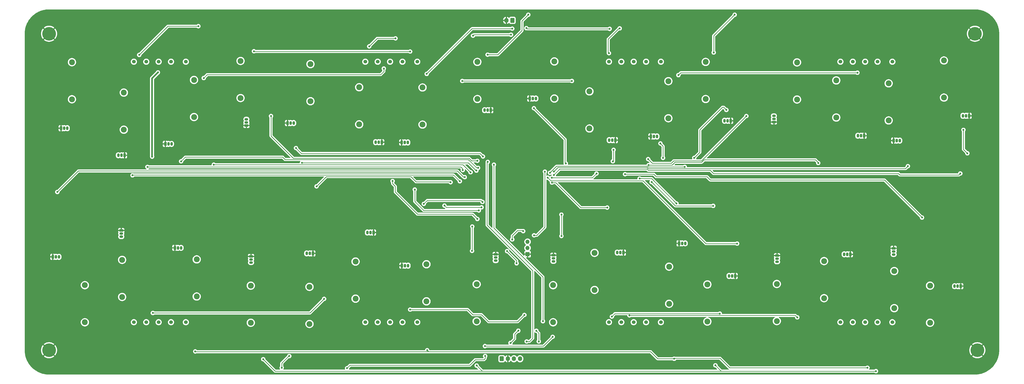
<source format=gbr>
%TF.GenerationSoftware,KiCad,Pcbnew,7.0.10*%
%TF.CreationDate,2025-02-11T17:38:30+01:00*%
%TF.ProjectId,Afficheur7seg,41666669-6368-4657-9572-377365672e6b,rev?*%
%TF.SameCoordinates,Original*%
%TF.FileFunction,Copper,L2,Bot*%
%TF.FilePolarity,Positive*%
%FSLAX46Y46*%
G04 Gerber Fmt 4.6, Leading zero omitted, Abs format (unit mm)*
G04 Created by KiCad (PCBNEW 7.0.10) date 2025-02-11 17:38:30*
%MOMM*%
%LPD*%
G01*
G04 APERTURE LIST*
G04 Aperture macros list*
%AMRoundRect*
0 Rectangle with rounded corners*
0 $1 Rounding radius*
0 $2 $3 $4 $5 $6 $7 $8 $9 X,Y pos of 4 corners*
0 Add a 4 corners polygon primitive as box body*
4,1,4,$2,$3,$4,$5,$6,$7,$8,$9,$2,$3,0*
0 Add four circle primitives for the rounded corners*
1,1,$1+$1,$2,$3*
1,1,$1+$1,$4,$5*
1,1,$1+$1,$6,$7*
1,1,$1+$1,$8,$9*
0 Add four rect primitives between the rounded corners*
20,1,$1+$1,$2,$3,$4,$5,0*
20,1,$1+$1,$4,$5,$6,$7,0*
20,1,$1+$1,$6,$7,$8,$9,0*
20,1,$1+$1,$8,$9,$2,$3,0*%
G04 Aperture macros list end*
%TA.AperFunction,ComponentPad*%
%ADD10C,1.524000*%
%TD*%
%TA.AperFunction,ComponentPad*%
%ADD11C,2.400000*%
%TD*%
%TA.AperFunction,ComponentPad*%
%ADD12O,2.400000X2.400000*%
%TD*%
%TA.AperFunction,ComponentPad*%
%ADD13R,1.050000X1.500000*%
%TD*%
%TA.AperFunction,ComponentPad*%
%ADD14O,1.050000X1.500000*%
%TD*%
%TA.AperFunction,ComponentPad*%
%ADD15C,5.600000*%
%TD*%
%TA.AperFunction,ComponentPad*%
%ADD16R,1.500000X1.050000*%
%TD*%
%TA.AperFunction,ComponentPad*%
%ADD17O,1.500000X1.050000*%
%TD*%
%TA.AperFunction,ComponentPad*%
%ADD18RoundRect,0.250000X-0.600000X-0.725000X0.600000X-0.725000X0.600000X0.725000X-0.600000X0.725000X0*%
%TD*%
%TA.AperFunction,ComponentPad*%
%ADD19O,1.700000X1.950000*%
%TD*%
%TA.AperFunction,ComponentPad*%
%ADD20RoundRect,0.250000X0.600000X0.750000X-0.600000X0.750000X-0.600000X-0.750000X0.600000X-0.750000X0*%
%TD*%
%TA.AperFunction,ComponentPad*%
%ADD21O,1.700000X2.000000*%
%TD*%
%TA.AperFunction,ComponentPad*%
%ADD22R,1.700000X1.700000*%
%TD*%
%TA.AperFunction,ComponentPad*%
%ADD23O,1.700000X1.700000*%
%TD*%
%TA.AperFunction,ViaPad*%
%ADD24C,0.800000*%
%TD*%
%TA.AperFunction,Conductor*%
%ADD25C,0.250000*%
%TD*%
%TA.AperFunction,Conductor*%
%ADD26C,0.711200*%
%TD*%
G04 APERTURE END LIST*
D10*
%TO.P,Afficheur3,+12V,CA*%
%TO.N,+12V*%
X248960000Y-250000000D03*
X248960000Y-143000000D03*
%TO.P,Afficheur3,a,A*%
%TO.N,aff_a*%
X243880000Y-143000000D03*
%TO.P,Afficheur3,b,B*%
%TO.N,aff_b*%
X238800000Y-143000000D03*
%TO.P,Afficheur3,c,C*%
%TO.N,aff_c*%
X243880000Y-250000000D03*
%TO.P,Afficheur3,d,D*%
%TO.N,aff_d*%
X254040000Y-250000000D03*
%TO.P,Afficheur3,dp,DP*%
%TO.N,aff_dp*%
X238800000Y-250000000D03*
%TO.P,Afficheur3,e,E*%
%TO.N,aff_e*%
X260120000Y-250000000D03*
%TO.P,Afficheur3,f,F*%
%TO.N,aff_f*%
X254040000Y-143000000D03*
%TO.P,Afficheur3,g,G*%
%TO.N,aff_g*%
X260120000Y-143000000D03*
%TD*%
D11*
%TO.P,R39,1*%
%TO.N,aff_f*%
X262300000Y-153580000D03*
D12*
%TO.P,R39,2*%
%TO.N,Net-(Q20-C)*%
X262300000Y-168820000D03*
%TD*%
D11*
%TO.P,R32,1*%
%TO.N,aff_dp*%
X123700000Y-250020000D03*
D12*
%TO.P,R32,2*%
%TO.N,Net-(Q16-C)*%
X123700000Y-234780000D03*
%TD*%
D13*
%TO.P,Q22,1,E*%
%TO.N,GND*%
X290300000Y-162900000D03*
D14*
%TO.P,Q22,2,B*%
%TO.N,Net-(Q22-B)*%
X289030000Y-162900000D03*
%TO.P,Q22,3,C*%
%TO.N,Net-(Q22-C)*%
X287760000Y-162900000D03*
%TD*%
D11*
%TO.P,R48,1*%
%TO.N,aff_dp*%
X215900000Y-250720000D03*
D12*
%TO.P,R48,2*%
%TO.N,Net-(Q24-C)*%
X215900000Y-235480000D03*
%TD*%
D15*
%TO.P,H4,1,1*%
%TO.N,GND*%
X490000000Y-261500000D03*
%TD*%
D11*
%TO.P,R57,1*%
%TO.N,aff_f*%
X453600000Y-151880000D03*
D12*
%TO.P,R57,2*%
%TO.N,Net-(Q28-C)*%
X453600000Y-167120000D03*
%TD*%
D11*
%TO.P,R44,1*%
%TO.N,aff_g*%
X284800000Y-143080000D03*
D12*
%TO.P,R44,2*%
%TO.N,Net-(Q22-C)*%
X284800000Y-158320000D03*
%TD*%
D13*
%TO.P,Q5,1,E*%
%TO.N,GND*%
X344740000Y-221400000D03*
D14*
%TO.P,Q5,2,B*%
%TO.N,Net-(Q5-B)*%
X343470000Y-221400000D03*
%TO.P,Q5,3,C*%
%TO.N,Net-(Q5-C)*%
X342200000Y-221400000D03*
%TD*%
D13*
%TO.P,Q6,1,E*%
%TO.N,GND*%
X388770000Y-167240000D03*
D14*
%TO.P,Q6,2,B*%
%TO.N,Net-(Q6-B)*%
X387500000Y-167240000D03*
%TO.P,Q6,3,C*%
%TO.N,Net-(Q6-C)*%
X386230000Y-167240000D03*
%TD*%
D15*
%TO.P,H2,1,1*%
%TO.N,GND*%
X489000000Y-131500000D03*
%TD*%
D13*
%TO.P,Q19,1,E*%
%TO.N,GND*%
X206860000Y-168200000D03*
D14*
%TO.P,Q19,2,B*%
%TO.N,Net-(Q19-B)*%
X208130000Y-168200000D03*
%TO.P,Q19,3,C*%
%TO.N,Net-(Q19-C)*%
X209400000Y-168200000D03*
%TD*%
D13*
%TO.P,Q9,1,E*%
%TO.N,GND*%
X139970000Y-181440000D03*
D14*
%TO.P,Q9,2,B*%
%TO.N,Net-(Q9-B)*%
X138700000Y-181440000D03*
%TO.P,Q9,3,C*%
%TO.N,Net-(Q9-C)*%
X137430000Y-181440000D03*
%TD*%
D13*
%TO.P,Q4,1,E*%
%TO.N,GND*%
X356000000Y-173700000D03*
D14*
%TO.P,Q4,2,B*%
%TO.N,Net-(Q4-B)*%
X357270000Y-173700000D03*
%TO.P,Q4,3,C*%
%TO.N,Net-(Q4-C)*%
X358540000Y-173700000D03*
%TD*%
D11*
%TO.P,R54,1*%
%TO.N,aff_e*%
X470600000Y-250220000D03*
D12*
%TO.P,R54,2*%
%TO.N,Net-(Q26-C)*%
X470600000Y-234980000D03*
%TD*%
D11*
%TO.P,R35,1*%
%TO.N,aff_a*%
X236300000Y-153480000D03*
D12*
%TO.P,R35,2*%
%TO.N,Net-(Q17-C)*%
X236300000Y-168720000D03*
%TD*%
D16*
%TO.P,Q27,1,E*%
%TO.N,GND*%
X406500000Y-167770000D03*
D17*
%TO.P,Q27,2,B*%
%TO.N,Net-(Q27-B)*%
X406500000Y-166500000D03*
%TO.P,Q27,3,C*%
%TO.N,Net-(Q27-C)*%
X406500000Y-165230000D03*
%TD*%
D18*
%TO.P,J1,1,Pin_1*%
%TO.N,/multiplexeur/rasberry_+3\u002C3V*%
X294800000Y-265000000D03*
D19*
%TO.P,J1,2,Pin_2*%
%TO.N,GND*%
X297300000Y-265000000D03*
%TO.P,J1,3,Pin_3*%
%TO.N,/multiplexeur/rasberry_sda*%
X299800000Y-265000000D03*
%TO.P,J1,4,Pin_4*%
%TO.N,/multiplexeur/rasberry_scl*%
X302300000Y-265000000D03*
%TD*%
D11*
%TO.P,R28,1*%
%TO.N,aff_g*%
X187600000Y-142680000D03*
D12*
%TO.P,R28,2*%
%TO.N,Net-(Q14-C)*%
X187600000Y-157920000D03*
%TD*%
D11*
%TO.P,R36,1*%
%TO.N,aff_e*%
X284500000Y-249620000D03*
D12*
%TO.P,R36,2*%
%TO.N,Net-(Q18-C)*%
X284500000Y-234380000D03*
%TD*%
D13*
%TO.P,Q21,1,E*%
%TO.N,GND*%
X242170000Y-213140000D03*
D14*
%TO.P,Q21,2,B*%
%TO.N,Net-(Q21-B)*%
X240900000Y-213140000D03*
%TO.P,Q21,3,C*%
%TO.N,Net-(Q21-C)*%
X239630000Y-213140000D03*
%TD*%
D11*
%TO.P,R47,1*%
%TO.N,aff_d*%
X263900000Y-241420000D03*
D12*
%TO.P,R47,2*%
%TO.N,Net-(Q23-C)*%
X263900000Y-226180000D03*
%TD*%
D11*
%TO.P,R53,1*%
%TO.N,aff_a*%
X432100000Y-150680000D03*
D12*
%TO.P,R53,2*%
%TO.N,Net-(Q25-C)*%
X432100000Y-165920000D03*
%TD*%
D11*
%TO.P,R8,1*%
%TO.N,aff_b*%
X316400000Y-142880000D03*
D12*
%TO.P,R8,2*%
%TO.N,Net-(Q3-C)*%
X316400000Y-158120000D03*
%TD*%
D13*
%TO.P,Q29,1,E*%
%TO.N,GND*%
X437900000Y-222100000D03*
D14*
%TO.P,Q29,2,B*%
%TO.N,Net-(Q29-B)*%
X436630000Y-222100000D03*
%TO.P,Q29,3,C*%
%TO.N,Net-(Q29-C)*%
X435360000Y-222100000D03*
%TD*%
D13*
%TO.P,Q15,1,E*%
%TO.N,GND*%
X160630000Y-219460000D03*
D14*
%TO.P,Q15,2,B*%
%TO.N,Net-(Q15-B)*%
X161900000Y-219460000D03*
%TO.P,Q15,3,C*%
%TO.N,Net-(Q15-C)*%
X163170000Y-219460000D03*
%TD*%
D11*
%TO.P,R40,1*%
%TO.N,aff_b*%
X216300000Y-143980000D03*
D12*
%TO.P,R40,2*%
%TO.N,Net-(Q19-C)*%
X216300000Y-159220000D03*
%TD*%
D11*
%TO.P,R4,1*%
%TO.N,aff_e*%
X379200000Y-249720000D03*
D12*
%TO.P,R4,2*%
%TO.N,Net-(Q2-C)*%
X379200000Y-234480000D03*
%TD*%
D13*
%TO.P,Q23,1,E*%
%TO.N,GND*%
X253830000Y-226760000D03*
D14*
%TO.P,Q23,2,B*%
%TO.N,Net-(Q23-B)*%
X255100000Y-226760000D03*
%TO.P,Q23,3,C*%
%TO.N,Net-(Q23-C)*%
X256370000Y-226760000D03*
%TD*%
D13*
%TO.P,Q11,1,E*%
%TO.N,GND*%
X113960000Y-170300000D03*
D14*
%TO.P,Q11,2,B*%
%TO.N,Net-(Q11-B)*%
X115230000Y-170300000D03*
%TO.P,Q11,3,C*%
%TO.N,Net-(Q11-C)*%
X116500000Y-170300000D03*
%TD*%
D13*
%TO.P,Q26,1,E*%
%TO.N,GND*%
X483200000Y-235200000D03*
D14*
%TO.P,Q26,2,B*%
%TO.N,Net-(Q26-B)*%
X481930000Y-235200000D03*
%TO.P,Q26,3,C*%
%TO.N,Net-(Q26-C)*%
X480660000Y-235200000D03*
%TD*%
D13*
%TO.P,Q28,1,E*%
%TO.N,GND*%
X455630000Y-175400000D03*
D14*
%TO.P,Q28,2,B*%
%TO.N,Net-(Q28-B)*%
X456900000Y-175400000D03*
%TO.P,Q28,3,C*%
%TO.N,Net-(Q28-C)*%
X458170000Y-175400000D03*
%TD*%
D13*
%TO.P,Q30,1,E*%
%TO.N,GND*%
X486640000Y-165200000D03*
D14*
%TO.P,Q30,2,B*%
%TO.N,Net-(Q30-B)*%
X485370000Y-165200000D03*
%TO.P,Q30,3,C*%
%TO.N,Net-(Q30-C)*%
X484100000Y-165200000D03*
%TD*%
D11*
%TO.P,R11,1*%
%TO.N,aff_c*%
X332900000Y-236740000D03*
D12*
%TO.P,R11,2*%
%TO.N,Net-(Q5-C)*%
X332900000Y-221500000D03*
%TD*%
D11*
%TO.P,R3,1*%
%TO.N,aff_a*%
X330800000Y-155180000D03*
D12*
%TO.P,R3,2*%
%TO.N,Net-(Q1-C)*%
X330800000Y-170420000D03*
%TD*%
D13*
%TO.P,Q16,1,E*%
%TO.N,GND*%
X110530000Y-223160000D03*
D14*
%TO.P,Q16,2,B*%
%TO.N,Net-(Q16-B)*%
X111800000Y-223160000D03*
%TO.P,Q16,3,C*%
%TO.N,Net-(Q16-C)*%
X113070000Y-223160000D03*
%TD*%
D11*
%TO.P,R66,1*%
%TO.N,aff_dp*%
X407700000Y-249520000D03*
D12*
%TO.P,R66,2*%
%TO.N,Net-(Q32-C)*%
X407700000Y-234280000D03*
%TD*%
D11*
%TO.P,R31,1*%
%TO.N,aff_d*%
X169600000Y-239420000D03*
D12*
%TO.P,R31,2*%
%TO.N,Net-(Q15-C)*%
X169600000Y-224180000D03*
%TD*%
D13*
%TO.P,Q1,1,E*%
%TO.N,GND*%
X341440000Y-175200000D03*
D14*
%TO.P,Q1,2,B*%
%TO.N,Net-(Q1-B)*%
X340170000Y-175200000D03*
%TO.P,Q1,3,C*%
%TO.N,Net-(Q1-C)*%
X338900000Y-175200000D03*
%TD*%
D16*
%TO.P,Q8,1,E*%
%TO.N,GND*%
X316000000Y-222460000D03*
D17*
%TO.P,Q8,2,B*%
%TO.N,Net-(Q8-B)*%
X316000000Y-223730000D03*
%TO.P,Q8,3,C*%
%TO.N,Net-(Q8-C)*%
X316000000Y-225000000D03*
%TD*%
D16*
%TO.P,Q31,1,E*%
%TO.N,GND*%
X455640000Y-219630000D03*
D17*
%TO.P,Q31,2,B*%
%TO.N,Net-(Q31-B)*%
X455640000Y-220900000D03*
%TO.P,Q31,3,C*%
%TO.N,Net-(Q31-C)*%
X455640000Y-222170000D03*
%TD*%
D16*
%TO.P,Q10,1,E*%
%TO.N,GND*%
X191900000Y-222960000D03*
D17*
%TO.P,Q10,2,B*%
%TO.N,Net-(Q10-B)*%
X191900000Y-224230000D03*
%TO.P,Q10,3,C*%
%TO.N,Net-(Q10-C)*%
X191900000Y-225500000D03*
%TD*%
D13*
%TO.P,Q24,1,E*%
%TO.N,GND*%
X217270000Y-221740000D03*
D14*
%TO.P,Q24,2,B*%
%TO.N,Net-(Q24-B)*%
X216000000Y-221740000D03*
%TO.P,Q24,3,C*%
%TO.N,Net-(Q24-C)*%
X214730000Y-221740000D03*
%TD*%
D11*
%TO.P,R12,1*%
%TO.N,aff_g*%
X378500000Y-143080000D03*
D12*
%TO.P,R12,2*%
%TO.N,Net-(Q6-C)*%
X378500000Y-158320000D03*
%TD*%
D16*
%TO.P,Q18,1,E*%
%TO.N,GND*%
X292300000Y-222160000D03*
D17*
%TO.P,Q18,2,B*%
%TO.N,Net-(Q18-B)*%
X292300000Y-223430000D03*
%TO.P,Q18,3,C*%
%TO.N,Net-(Q18-C)*%
X292300000Y-224700000D03*
%TD*%
D11*
%TO.P,R15,1*%
%TO.N,aff_d*%
X363500000Y-242420000D03*
D12*
%TO.P,R15,2*%
%TO.N,Net-(Q7-C)*%
X363500000Y-227180000D03*
%TD*%
D20*
%TO.P,J2,1,Pin_1*%
%TO.N,+12V*%
X299200000Y-126000000D03*
D21*
%TO.P,J2,2,Pin_2*%
%TO.N,GND*%
X296700000Y-126000000D03*
%TD*%
D11*
%TO.P,R7,1*%
%TO.N,aff_f*%
X363200000Y-150980000D03*
D12*
%TO.P,R7,2*%
%TO.N,Net-(Q4-C)*%
X363200000Y-166220000D03*
%TD*%
D13*
%TO.P,Q2,1,E*%
%TO.N,GND*%
X390640000Y-231000000D03*
D14*
%TO.P,Q2,2,B*%
%TO.N,Net-(Q2-B)*%
X389370000Y-231000000D03*
%TO.P,Q2,3,C*%
%TO.N,Net-(Q2-C)*%
X388100000Y-231000000D03*
%TD*%
D13*
%TO.P,Q3,1,E*%
%TO.N,GND*%
X306260000Y-158100000D03*
D14*
%TO.P,Q3,2,B*%
%TO.N,Net-(Q3-B)*%
X307530000Y-158100000D03*
%TO.P,Q3,3,C*%
%TO.N,Net-(Q3-C)*%
X308800000Y-158100000D03*
%TD*%
D22*
%TO.P,JP1,1,A*%
%TO.N,GND*%
X305400000Y-222040000D03*
D23*
%TO.P,JP1,2,C*%
%TO.N,Net-(J3-Pin_a27)*%
X305400000Y-219500000D03*
%TO.P,JP1,3,B*%
%TO.N,/multiplexeur/rasberry_+3\u002C3V*%
X305400000Y-216960000D03*
%TD*%
D11*
%TO.P,R20,1*%
%TO.N,aff_e*%
X191800000Y-250220000D03*
D12*
%TO.P,R20,2*%
%TO.N,Net-(Q10-C)*%
X191800000Y-234980000D03*
%TD*%
D13*
%TO.P,Q17,1,E*%
%TO.N,GND*%
X245570000Y-176040000D03*
D14*
%TO.P,Q17,2,B*%
%TO.N,Net-(Q17-B)*%
X244300000Y-176040000D03*
%TO.P,Q17,3,C*%
%TO.N,Net-(Q17-C)*%
X243030000Y-176040000D03*
%TD*%
D13*
%TO.P,Q7,1,E*%
%TO.N,GND*%
X367560000Y-217600000D03*
D14*
%TO.P,Q7,2,B*%
%TO.N,Net-(Q7-B)*%
X368830000Y-217600000D03*
%TO.P,Q7,3,C*%
%TO.N,Net-(Q7-C)*%
X370100000Y-217600000D03*
%TD*%
D13*
%TO.P,Q20,1,E*%
%TO.N,GND*%
X253730000Y-176160000D03*
D14*
%TO.P,Q20,2,B*%
%TO.N,Net-(Q20-B)*%
X255000000Y-176160000D03*
%TO.P,Q20,3,C*%
%TO.N,Net-(Q20-C)*%
X256270000Y-176160000D03*
%TD*%
D11*
%TO.P,R62,1*%
%TO.N,aff_g*%
X476300000Y-142480000D03*
D12*
%TO.P,R62,2*%
%TO.N,Net-(Q30-C)*%
X476300000Y-157720000D03*
%TD*%
D11*
%TO.P,R23,1*%
%TO.N,aff_f*%
X168500000Y-150480000D03*
D12*
%TO.P,R23,2*%
%TO.N,Net-(Q12-C)*%
X168500000Y-165720000D03*
%TD*%
D15*
%TO.P,H1,1,1*%
%TO.N,GND*%
X109000000Y-131500000D03*
%TD*%
D11*
%TO.P,R58,1*%
%TO.N,aff_b*%
X416000000Y-143280000D03*
D12*
%TO.P,R58,2*%
%TO.N,Net-(Q27-C)*%
X416000000Y-158520000D03*
%TD*%
D13*
%TO.P,Q12,1,E*%
%TO.N,GND*%
X156730000Y-176760000D03*
D14*
%TO.P,Q12,2,B*%
%TO.N,Net-(Q12-B)*%
X158000000Y-176760000D03*
%TO.P,Q12,3,C*%
%TO.N,Net-(Q12-C)*%
X159270000Y-176760000D03*
%TD*%
D16*
%TO.P,Q32,1,E*%
%TO.N,GND*%
X407800000Y-222660000D03*
D17*
%TO.P,Q32,2,B*%
%TO.N,Net-(Q32-B)*%
X407800000Y-223930000D03*
%TO.P,Q32,3,C*%
%TO.N,Net-(Q32-C)*%
X407800000Y-225200000D03*
%TD*%
D11*
%TO.P,R16,1*%
%TO.N,aff_dp*%
X315900000Y-250020000D03*
D12*
%TO.P,R16,2*%
%TO.N,Net-(Q8-C)*%
X315900000Y-234780000D03*
%TD*%
D16*
%TO.P,Q13,1,E*%
%TO.N,GND*%
X138640000Y-212330000D03*
D17*
%TO.P,Q13,2,B*%
%TO.N,Net-(Q13-B)*%
X138640000Y-213600000D03*
%TO.P,Q13,3,C*%
%TO.N,Net-(Q13-C)*%
X138640000Y-214870000D03*
%TD*%
D11*
%TO.P,R61,1*%
%TO.N,aff_c*%
X427100000Y-240120000D03*
D12*
%TO.P,R61,2*%
%TO.N,Net-(Q29-C)*%
X427100000Y-224880000D03*
%TD*%
D11*
%TO.P,R27,1*%
%TO.N,aff_c*%
X139000000Y-239620000D03*
D12*
%TO.P,R27,2*%
%TO.N,Net-(Q13-C)*%
X139000000Y-224380000D03*
%TD*%
D16*
%TO.P,Q14,1,E*%
%TO.N,GND*%
X190000000Y-169170000D03*
D17*
%TO.P,Q14,2,B*%
%TO.N,Net-(Q14-B)*%
X190000000Y-167900000D03*
%TO.P,Q14,3,C*%
%TO.N,Net-(Q14-C)*%
X190000000Y-166630000D03*
%TD*%
D11*
%TO.P,R43,1*%
%TO.N,aff_c*%
X234800000Y-240320000D03*
D12*
%TO.P,R43,2*%
%TO.N,Net-(Q21-C)*%
X234800000Y-225080000D03*
%TD*%
D11*
%TO.P,R19,1*%
%TO.N,aff_a*%
X139700000Y-155680000D03*
D12*
%TO.P,R19,2*%
%TO.N,Net-(Q9-C)*%
X139700000Y-170920000D03*
%TD*%
D11*
%TO.P,R65,1*%
%TO.N,aff_d*%
X455900000Y-244220000D03*
D12*
%TO.P,R65,2*%
%TO.N,Net-(Q31-C)*%
X455900000Y-228980000D03*
%TD*%
D15*
%TO.P,H3,1,1*%
%TO.N,GND*%
X109000000Y-261500000D03*
%TD*%
D13*
%TO.P,Q25,1,E*%
%TO.N,GND*%
X443500000Y-173400000D03*
D14*
%TO.P,Q25,2,B*%
%TO.N,Net-(Q25-B)*%
X442230000Y-173400000D03*
%TO.P,Q25,3,C*%
%TO.N,Net-(Q25-C)*%
X440960000Y-173400000D03*
%TD*%
D11*
%TO.P,R24,1*%
%TO.N,aff_b*%
X118400000Y-143180000D03*
D12*
%TO.P,R24,2*%
%TO.N,Net-(Q11-C)*%
X118400000Y-158420000D03*
%TD*%
D10*
%TO.P,Afficheur2,+12V,CA*%
%TO.N,+12V*%
X348960000Y-250000000D03*
X348960000Y-143000000D03*
%TO.P,Afficheur2,a,A*%
%TO.N,aff_a*%
X343880000Y-143000000D03*
%TO.P,Afficheur2,b,B*%
%TO.N,aff_b*%
X338800000Y-143000000D03*
%TO.P,Afficheur2,c,C*%
%TO.N,aff_c*%
X343880000Y-250000000D03*
%TO.P,Afficheur2,d,D*%
%TO.N,aff_d*%
X354040000Y-250000000D03*
%TO.P,Afficheur2,dp,DP*%
%TO.N,aff_dp*%
X338800000Y-250000000D03*
%TO.P,Afficheur2,e,E*%
%TO.N,aff_e*%
X360120000Y-250000000D03*
%TO.P,Afficheur2,f,F*%
%TO.N,aff_f*%
X354040000Y-143000000D03*
%TO.P,Afficheur2,g,G*%
%TO.N,aff_g*%
X360120000Y-143000000D03*
%TD*%
%TO.P,Afficheur4,+12V,CA*%
%TO.N,+12V*%
X153980000Y-250000000D03*
X153980000Y-143000000D03*
%TO.P,Afficheur4,a,A*%
%TO.N,aff_a*%
X148900000Y-143000000D03*
%TO.P,Afficheur4,b,B*%
%TO.N,aff_b*%
X143820000Y-143000000D03*
%TO.P,Afficheur4,c,C*%
%TO.N,aff_c*%
X148900000Y-250000000D03*
%TO.P,Afficheur4,d,D*%
%TO.N,aff_d*%
X159060000Y-250000000D03*
%TO.P,Afficheur4,dp,DP*%
%TO.N,aff_dp*%
X143820000Y-250000000D03*
%TO.P,Afficheur4,e,E*%
%TO.N,aff_e*%
X165140000Y-250000000D03*
%TO.P,Afficheur4,f,F*%
%TO.N,aff_f*%
X159060000Y-143000000D03*
%TO.P,Afficheur4,g,G*%
%TO.N,aff_g*%
X165140000Y-143000000D03*
%TD*%
%TO.P,Afficheur1,+12V,CA*%
%TO.N,+12V*%
X443960000Y-250000000D03*
X443960000Y-143000000D03*
%TO.P,Afficheur1,a,A*%
%TO.N,aff_a*%
X438880000Y-143000000D03*
%TO.P,Afficheur1,b,B*%
%TO.N,aff_b*%
X433800000Y-143000000D03*
%TO.P,Afficheur1,c,C*%
%TO.N,aff_c*%
X438880000Y-250000000D03*
%TO.P,Afficheur1,d,D*%
%TO.N,aff_d*%
X449040000Y-250000000D03*
%TO.P,Afficheur1,dp,DP*%
%TO.N,aff_dp*%
X433800000Y-250000000D03*
%TO.P,Afficheur1,e,E*%
%TO.N,aff_e*%
X455120000Y-250000000D03*
%TO.P,Afficheur1,f,F*%
%TO.N,aff_f*%
X449040000Y-143000000D03*
%TO.P,Afficheur1,g,G*%
%TO.N,aff_g*%
X455120000Y-143000000D03*
%TD*%
D24*
%TO.N,aff_a*%
X278600000Y-150900000D03*
X323600000Y-150900000D03*
%TO.N,GND*%
X160400000Y-171900000D03*
X140000000Y-190300000D03*
X316000000Y-220000000D03*
X295470000Y-158440000D03*
X288700000Y-222100000D03*
X404200000Y-222800000D03*
X139900000Y-177800000D03*
X433900000Y-171100000D03*
X450900000Y-173400000D03*
X257200000Y-234900000D03*
X107300000Y-174600000D03*
X401100000Y-227700000D03*
X483100000Y-232500000D03*
X343400000Y-225400000D03*
X200900000Y-224600000D03*
X216400000Y-227500000D03*
X135900000Y-212900000D03*
X366800000Y-222000000D03*
X157000000Y-218200000D03*
X160200000Y-222200000D03*
X432000000Y-222600000D03*
X446800000Y-219630000D03*
X462400000Y-216700000D03*
X106200000Y-220200000D03*
X230800000Y-219100000D03*
X186100000Y-171300000D03*
X390700000Y-228200000D03*
X187600000Y-222200000D03*
X241300000Y-217100000D03*
X247800000Y-193800000D03*
X289900000Y-245800000D03*
X298500000Y-156400000D03*
X145300000Y-213000000D03*
%TO.N,/multiplexeur/rasberry_+3\u002C3V*%
X299100000Y-216000000D03*
X297000000Y-220800000D03*
X308060000Y-214300000D03*
X301600000Y-253487500D03*
X300900000Y-225800000D03*
X312500000Y-188150000D03*
X310000000Y-257900000D03*
X303600000Y-212600000D03*
X309000000Y-253500000D03*
X298400000Y-258500000D03*
%TO.N,/multiplexeur/rasberry_sda*%
X305025000Y-257900000D03*
X289050000Y-184150000D03*
%TO.N,/multiplexeur/rasberry_scl*%
X311700000Y-249600000D03*
X291600000Y-185300000D03*
%TO.N,+12V*%
X153700000Y-147400000D03*
X151300000Y-182000000D03*
%TO.N,Net-(Q1-B)*%
X340700000Y-179200000D03*
X340400000Y-183900000D03*
%TO.N,Net-(Q3-B)*%
X308000000Y-162100000D03*
X321100000Y-184800000D03*
%TO.N,Net-(Q4-B)*%
X361000000Y-182500000D03*
X359922500Y-176577500D03*
%TO.N,Net-(Q6-B)*%
X387000000Y-162800000D03*
X373800000Y-182500000D03*
%TO.N,Net-(Q8-B)*%
X319300000Y-205800000D03*
X319300000Y-214600000D03*
%TO.N,Net-(Q18-B)*%
X282700000Y-210700000D03*
X282600000Y-220700000D03*
%TO.N,Net-(Q30-B)*%
X485900000Y-180600000D03*
X484300000Y-171000000D03*
%TO.N,con_a2*%
X315337195Y-190637195D03*
X333700000Y-188900000D03*
%TO.N,con_e2*%
X381600000Y-202200000D03*
X356300000Y-192400000D03*
%TO.N,aff_e*%
X382500000Y-267700000D03*
X284500000Y-267800000D03*
X196900000Y-265200000D03*
X448400000Y-270100000D03*
%TO.N,aff_f*%
X172500000Y-149700000D03*
X440800000Y-147500000D03*
X246400000Y-145800000D03*
X299100000Y-129400000D03*
X367300000Y-148500000D03*
X304900000Y-129200000D03*
X264000000Y-148000000D03*
X339100000Y-129500000D03*
%TO.N,aff_b*%
X343200000Y-129300000D03*
X251200000Y-133400000D03*
X338800000Y-139500000D03*
X283000000Y-132300000D03*
X240400000Y-136700000D03*
X146000000Y-140200000D03*
X170300000Y-128400000D03*
X298600000Y-131900000D03*
%TO.N,con_c2*%
X338100000Y-202900000D03*
X315400000Y-192625000D03*
%TO.N,aff_c*%
X304100000Y-247000000D03*
X347200000Y-247200000D03*
X151600000Y-246200000D03*
X416100000Y-248000000D03*
X221900000Y-240400000D03*
X257200000Y-244800000D03*
%TO.N,aff_g*%
X305700000Y-123700000D03*
X289000000Y-140100000D03*
X193100000Y-138700000D03*
X257200000Y-138800000D03*
X390400000Y-123700000D03*
X381800000Y-139200000D03*
%TO.N,con_d2*%
X351400000Y-191000000D03*
X366500000Y-201200000D03*
%TO.N,aff_d*%
X264200000Y-261500000D03*
X169000000Y-262000000D03*
X444900000Y-268700000D03*
X365600000Y-265000000D03*
%TO.N,aff_dp*%
X207600000Y-263900000D03*
X340000000Y-247700000D03*
X204500000Y-268700000D03*
X231300000Y-268900000D03*
X315700000Y-256000000D03*
X287900000Y-259800000D03*
X288000000Y-263900000D03*
X384300000Y-246475000D03*
%TO.N,con_a3*%
X143250000Y-189650000D03*
X277600000Y-192100000D03*
%TO.N,con_e3*%
X212800000Y-184575000D03*
X284400000Y-187700000D03*
%TO.N,con_b3*%
X279600000Y-190400000D03*
X112400000Y-196500000D03*
%TO.N,con_f3*%
X285100000Y-186600000D03*
X163200000Y-183900000D03*
%TO.N,con_c3*%
X149400000Y-186200000D03*
X278800000Y-187500000D03*
%TO.N,con_g3*%
X200100000Y-165300000D03*
X284800000Y-183700000D03*
%TO.N,con_d3*%
X176600000Y-185300000D03*
X282000000Y-188400000D03*
%TO.N,con_dp3*%
X287100000Y-181900000D03*
X210350000Y-178450000D03*
%TO.N,con_a4*%
X284800000Y-207600000D03*
X250000000Y-192000000D03*
%TO.N,con_b4*%
X285400000Y-204100000D03*
X259100000Y-195500000D03*
%TO.N,con_c4*%
X271300000Y-202100000D03*
X286500000Y-202800000D03*
%TO.N,con_d4*%
X286900000Y-200600000D03*
X262800000Y-201400000D03*
%TO.N,con_dp4*%
X273800000Y-192500000D03*
X218800000Y-194200000D03*
%TO.N,con_e1*%
X369900000Y-186200000D03*
X314600000Y-188625000D03*
%TO.N,con_b1*%
X395200000Y-165300000D03*
X354900000Y-183000000D03*
%TO.N,con_f1*%
X461500000Y-185900000D03*
X316200000Y-188100000D03*
%TO.N,con_c1*%
X424700000Y-184600000D03*
X355100000Y-185475000D03*
%TO.N,con_g1*%
X316200000Y-189500000D03*
X483000000Y-188900000D03*
%TO.N,con_d1*%
X467300000Y-207000000D03*
X345400000Y-189200000D03*
%TO.N,con_dp1*%
X391400000Y-217700000D03*
X313700000Y-190625000D03*
%TD*%
D25*
%TO.N,aff_a*%
X278600000Y-150900000D02*
X323600000Y-150900000D01*
%TO.N,GND*%
X432000000Y-222600000D02*
X435500000Y-226100000D01*
X444700000Y-173400000D02*
X447800000Y-170300000D01*
X285500000Y-245800000D02*
X274600000Y-234900000D01*
X145300000Y-194300000D02*
X145300000Y-213000000D01*
X160400000Y-171900000D02*
X185500000Y-171900000D01*
X289900000Y-245800000D02*
X285500000Y-245800000D01*
X201600000Y-224600000D02*
X204500000Y-227500000D01*
X295500000Y-158470000D02*
X295470000Y-158440000D01*
X443500000Y-173400000D02*
X444700000Y-173400000D01*
X369000000Y-222000000D02*
X375200000Y-228200000D01*
X366800000Y-222000000D02*
X369000000Y-222000000D01*
X129600000Y-219200000D02*
X135900000Y-212900000D01*
X160200000Y-222200000D02*
X187600000Y-222200000D01*
X274600000Y-234900000D02*
X257200000Y-234900000D01*
X434700000Y-170300000D02*
X433900000Y-171100000D01*
X440330000Y-226100000D02*
X446800000Y-219630000D01*
X298500000Y-156400000D02*
X297510000Y-156400000D01*
X287400000Y-222100000D02*
X274600000Y-234900000D01*
X242170000Y-200530000D02*
X242170000Y-213140000D01*
X247800000Y-193800000D02*
X247800000Y-194900000D01*
X341300000Y-225400000D02*
X343400000Y-225400000D01*
X316900000Y-219100000D02*
X335000000Y-219100000D01*
X136700000Y-174600000D02*
X139900000Y-177800000D01*
X204500000Y-227500000D02*
X216400000Y-227500000D01*
X297510000Y-156400000D02*
X295470000Y-158440000D01*
X316000000Y-220000000D02*
X316900000Y-219100000D01*
X230800000Y-219100000D02*
X239300000Y-219100000D01*
X462400000Y-216700000D02*
X467300000Y-216700000D01*
X450900000Y-173400000D02*
X447800000Y-170300000D01*
X335000000Y-219100000D02*
X341300000Y-225400000D01*
X200900000Y-224600000D02*
X201600000Y-224600000D01*
X467300000Y-216700000D02*
X479100000Y-228500000D01*
X107300000Y-174600000D02*
X136700000Y-174600000D01*
X151800000Y-213000000D02*
X157000000Y-218200000D01*
X185500000Y-171900000D02*
X186100000Y-171300000D01*
X479100000Y-228500000D02*
X483100000Y-232500000D01*
X106200000Y-220200000D02*
X107200000Y-219200000D01*
X140000000Y-190300000D02*
X141300000Y-190300000D01*
X247800000Y-194900000D02*
X242170000Y-200530000D01*
X107200000Y-219200000D02*
X129600000Y-219200000D01*
X141300000Y-190300000D02*
X145300000Y-194300000D01*
X401100000Y-225900000D02*
X404200000Y-222800000D01*
X239300000Y-219100000D02*
X241300000Y-217100000D01*
X401100000Y-227700000D02*
X401100000Y-225900000D01*
X435500000Y-226100000D02*
X440330000Y-226100000D01*
X375200000Y-228200000D02*
X390700000Y-228200000D01*
X145300000Y-213000000D02*
X151800000Y-213000000D01*
X288700000Y-222100000D02*
X287400000Y-222100000D01*
X447800000Y-170300000D02*
X434700000Y-170300000D01*
%TO.N,/multiplexeur/rasberry_+3\u002C3V*%
X309175000Y-214300000D02*
X312500000Y-210975000D01*
X299100000Y-216000000D02*
X299100000Y-214500000D01*
X298400000Y-258500000D02*
X300100000Y-256800000D01*
X301512500Y-253487500D02*
X301600000Y-253487500D01*
X300900000Y-225800000D02*
X300900000Y-224700000D01*
X309000000Y-253500000D02*
X310000000Y-254500000D01*
X299100000Y-214500000D02*
X301300000Y-212300000D01*
X300900000Y-224700000D02*
X297000000Y-220800000D01*
X300100000Y-254900000D02*
X301512500Y-253487500D01*
X308060000Y-214300000D02*
X309175000Y-214300000D01*
X301300000Y-212300000D02*
X303300000Y-212300000D01*
X310000000Y-254500000D02*
X310000000Y-257900000D01*
X312500000Y-210975000D02*
X312500000Y-188150000D01*
X300100000Y-256800000D02*
X300100000Y-254900000D01*
X303300000Y-212300000D02*
X303600000Y-212600000D01*
%TO.N,/multiplexeur/rasberry_sda*%
X306200000Y-257900000D02*
X307500000Y-256600000D01*
X288800000Y-184400000D02*
X289050000Y-184150000D01*
X307500000Y-256600000D02*
X307500000Y-228800000D01*
X307500000Y-228800000D02*
X288800000Y-210100000D01*
X305025000Y-257900000D02*
X306200000Y-257900000D01*
X288800000Y-210100000D02*
X288800000Y-184400000D01*
%TO.N,/multiplexeur/rasberry_scl*%
X291600000Y-211300000D02*
X291600000Y-185300000D01*
X311700000Y-231400000D02*
X291600000Y-211300000D01*
X311700000Y-249600000D02*
X311700000Y-231400000D01*
D26*
%TO.N,+12V*%
X151300000Y-149800000D02*
X153700000Y-147400000D01*
X151300000Y-182000000D02*
X151300000Y-149800000D01*
D25*
%TO.N,Net-(Q1-B)*%
X340400000Y-183900000D02*
X340700000Y-183600000D01*
X340700000Y-183600000D02*
X340700000Y-179200000D01*
%TO.N,Net-(Q3-B)*%
X320800000Y-174900000D02*
X308000000Y-162100000D01*
X320800000Y-184500000D02*
X320800000Y-174900000D01*
X321100000Y-184800000D02*
X320800000Y-184500000D01*
%TO.N,Net-(Q4-B)*%
X359922500Y-176577500D02*
X361000000Y-177655000D01*
X361000000Y-177655000D02*
X361000000Y-182500000D01*
%TO.N,Net-(Q6-B)*%
X385400000Y-161700000D02*
X385900000Y-161700000D01*
X385900000Y-161700000D02*
X387000000Y-162800000D01*
X376100000Y-180200000D02*
X376100000Y-171000000D01*
X373800000Y-182500000D02*
X376100000Y-180200000D01*
X376100000Y-171000000D02*
X385400000Y-161700000D01*
%TO.N,Net-(Q8-B)*%
X319300000Y-205800000D02*
X319300000Y-214600000D01*
%TO.N,Net-(Q18-B)*%
X282700000Y-210700000D02*
X282700000Y-220600000D01*
X282700000Y-220600000D02*
X282600000Y-220700000D01*
%TO.N,Net-(Q30-B)*%
X484300000Y-171000000D02*
X484300000Y-179000000D01*
X484300000Y-179000000D02*
X485900000Y-180600000D01*
%TO.N,con_a2*%
X333700000Y-188900000D02*
X331962805Y-190637195D01*
X331962805Y-190637195D02*
X315337195Y-190637195D01*
%TO.N,con_e2*%
X356300000Y-192400000D02*
X366100000Y-202200000D01*
X366100000Y-202200000D02*
X381600000Y-202200000D01*
%TO.N,aff_e*%
X384900000Y-270100000D02*
X382500000Y-267700000D01*
X448400000Y-270100000D02*
X384900000Y-270100000D01*
X286800000Y-270100000D02*
X284500000Y-267800000D01*
X286800000Y-270100000D02*
X201800000Y-270100000D01*
X201800000Y-270100000D02*
X196900000Y-265200000D01*
X384900000Y-270100000D02*
X286800000Y-270100000D01*
%TO.N,aff_f*%
X368300000Y-147500000D02*
X367300000Y-148500000D01*
X299100000Y-129400000D02*
X282600000Y-129400000D01*
X173900000Y-148300000D02*
X172500000Y-149700000D01*
X282600000Y-129400000D02*
X264000000Y-148000000D01*
X339100000Y-129500000D02*
X305200000Y-129500000D01*
X305200000Y-129500000D02*
X304900000Y-129200000D01*
X245100000Y-148300000D02*
X173900000Y-148300000D01*
X440800000Y-147500000D02*
X368300000Y-147500000D01*
X246400000Y-145800000D02*
X246400000Y-147000000D01*
X246400000Y-147000000D02*
X245100000Y-148300000D01*
%TO.N,aff_b*%
X342900000Y-129300000D02*
X338500000Y-133700000D01*
X170300000Y-128400000D02*
X157800000Y-128400000D01*
X283400000Y-131900000D02*
X283000000Y-132300000D01*
X157800000Y-128400000D02*
X146000000Y-140200000D01*
X343200000Y-129300000D02*
X342900000Y-129300000D01*
X338500000Y-133700000D02*
X338500000Y-139200000D01*
X243700000Y-133400000D02*
X240400000Y-136700000D01*
X251200000Y-133400000D02*
X243700000Y-133400000D01*
X298600000Y-131900000D02*
X283400000Y-131900000D01*
X338500000Y-139200000D02*
X338800000Y-139500000D01*
%TO.N,con_c2*%
X315400000Y-192625000D02*
X316925000Y-192625000D01*
X316925000Y-192625000D02*
X326100000Y-201800000D01*
X326100000Y-201800000D02*
X327200000Y-202900000D01*
X327200000Y-202900000D02*
X338100000Y-202900000D01*
%TO.N,aff_c*%
X280800000Y-244800000D02*
X282900000Y-246900000D01*
X301300000Y-249800000D02*
X304100000Y-247000000D01*
X286500000Y-246900000D02*
X289400000Y-249800000D01*
X415300000Y-247200000D02*
X347200000Y-247200000D01*
X416100000Y-248000000D02*
X415300000Y-247200000D01*
X221900000Y-240400000D02*
X216100000Y-246200000D01*
X257200000Y-244800000D02*
X280800000Y-244800000D01*
X289400000Y-249800000D02*
X301300000Y-249800000D01*
X282900000Y-246900000D02*
X286500000Y-246900000D01*
X216100000Y-246200000D02*
X151600000Y-246200000D01*
%TO.N,aff_g*%
X193200000Y-138800000D02*
X193100000Y-138700000D01*
X257200000Y-138800000D02*
X193200000Y-138800000D01*
X305700000Y-123700000D02*
X303100000Y-126300000D01*
X303100000Y-126300000D02*
X303100000Y-130200000D01*
X303100000Y-130200000D02*
X293200000Y-140100000D01*
X390400000Y-123700000D02*
X381800000Y-132300000D01*
X381800000Y-132300000D02*
X381800000Y-139200000D01*
X293200000Y-140100000D02*
X289000000Y-140100000D01*
%TO.N,con_d2*%
X356300000Y-191000000D02*
X366500000Y-201200000D01*
X351400000Y-191000000D02*
X356300000Y-191000000D01*
%TO.N,aff_d*%
X264800000Y-262100000D02*
X169100000Y-262100000D01*
X264800000Y-262100000D02*
X264200000Y-261500000D01*
X169100000Y-262100000D02*
X169000000Y-262000000D01*
X384400000Y-264800000D02*
X365800000Y-264800000D01*
X365800000Y-264800000D02*
X365600000Y-265000000D01*
X444900000Y-268700000D02*
X388300000Y-268700000D01*
X388300000Y-268700000D02*
X384400000Y-264800000D01*
X355900000Y-262100000D02*
X264800000Y-262100000D01*
X358800000Y-265000000D02*
X355900000Y-262100000D01*
X365600000Y-265000000D02*
X358800000Y-265000000D01*
%TO.N,aff_dp*%
X288000000Y-264900000D02*
X287500000Y-265400000D01*
X204500000Y-268700000D02*
X204500000Y-266800000D01*
X287500000Y-265400000D02*
X283900000Y-265400000D01*
X288000000Y-263900000D02*
X288000000Y-264900000D01*
X281625000Y-267675000D02*
X232525000Y-267675000D01*
X287900000Y-259800000D02*
X311900000Y-259800000D01*
X311900000Y-259800000D02*
X315700000Y-256000000D01*
X232525000Y-267675000D02*
X231300000Y-268900000D01*
X207400000Y-263900000D02*
X207600000Y-263900000D01*
X341225000Y-246475000D02*
X340000000Y-247700000D01*
X384300000Y-246475000D02*
X341225000Y-246475000D01*
X204500000Y-266800000D02*
X207400000Y-263900000D01*
X283900000Y-265400000D02*
X281625000Y-267675000D01*
%TO.N,con_a3*%
X275000000Y-189500000D02*
X277600000Y-192100000D01*
X143250000Y-189650000D02*
X143400000Y-189500000D01*
X143400000Y-189500000D02*
X275000000Y-189500000D01*
%TO.N,con_e3*%
X284200000Y-187700000D02*
X281075000Y-184575000D01*
X284400000Y-187700000D02*
X284200000Y-187700000D01*
X281075000Y-184575000D02*
X212800000Y-184575000D01*
%TO.N,con_b3*%
X121025000Y-187875000D02*
X112400000Y-196500000D01*
X279100000Y-190400000D02*
X276575000Y-187875000D01*
X276575000Y-187875000D02*
X121025000Y-187875000D01*
X279600000Y-190400000D02*
X279100000Y-190400000D01*
%TO.N,con_f3*%
X205850000Y-183150000D02*
X204900000Y-182200000D01*
X164900000Y-182200000D02*
X163200000Y-183900000D01*
X281050000Y-183150000D02*
X205850000Y-183150000D01*
X285100000Y-186600000D02*
X284500000Y-186600000D01*
X204900000Y-182200000D02*
X164900000Y-182200000D01*
X284500000Y-186600000D02*
X281050000Y-183150000D01*
%TO.N,con_c3*%
X278800000Y-187500000D02*
X278800000Y-187000000D01*
X278000000Y-186200000D02*
X149400000Y-186200000D01*
X278800000Y-187000000D02*
X278000000Y-186200000D01*
%TO.N,con_g3*%
X284800000Y-183700000D02*
X282419954Y-183700000D01*
X209300000Y-182700000D02*
X200100000Y-173500000D01*
X282419954Y-183700000D02*
X281419954Y-182700000D01*
X281419954Y-182700000D02*
X209300000Y-182700000D01*
X200100000Y-173500000D02*
X200100000Y-165300000D01*
%TO.N,con_d3*%
X282000000Y-188400000D02*
X278900000Y-185300000D01*
X278900000Y-185300000D02*
X176600000Y-185300000D01*
%TO.N,con_dp3*%
X212600000Y-180700000D02*
X285900000Y-180700000D01*
X210350000Y-178450000D02*
X212600000Y-180700000D01*
X285900000Y-180700000D02*
X287100000Y-181900000D01*
%TO.N,con_a4*%
X282800000Y-205600000D02*
X284800000Y-207600000D01*
X251100000Y-194174695D02*
X251100000Y-196500000D01*
X251100000Y-196500000D02*
X260200000Y-205600000D01*
X250000000Y-192000000D02*
X250000000Y-193074695D01*
X260200000Y-205600000D02*
X282800000Y-205600000D01*
X250000000Y-193074695D02*
X251100000Y-194174695D01*
%TO.N,con_b4*%
X259100000Y-195500000D02*
X259100000Y-200400000D01*
X259100000Y-200400000D02*
X262800000Y-204100000D01*
X262800000Y-204100000D02*
X285400000Y-204100000D01*
%TO.N,con_c4*%
X272000000Y-202800000D02*
X286500000Y-202800000D01*
X271300000Y-202100000D02*
X272000000Y-202800000D01*
%TO.N,con_d4*%
X286900000Y-200600000D02*
X286300000Y-200000000D01*
X264200000Y-200000000D02*
X262800000Y-201400000D01*
X286300000Y-200000000D02*
X264200000Y-200000000D01*
%TO.N,con_dp4*%
X222800000Y-190200000D02*
X218800000Y-194200000D01*
X257500000Y-190200000D02*
X222800000Y-190200000D01*
X273600000Y-192300000D02*
X259600000Y-192300000D01*
X259600000Y-192300000D02*
X257500000Y-190200000D01*
X273800000Y-192500000D02*
X273600000Y-192300000D01*
%TO.N,con_e1*%
X354799695Y-186200000D02*
X354524695Y-185925000D01*
X354524695Y-185925000D02*
X317300000Y-185925000D01*
X369900000Y-186200000D02*
X354799695Y-186200000D01*
X317300000Y-185925000D02*
X314600000Y-188625000D01*
%TO.N,con_b1*%
X364400000Y-184700000D02*
X365400000Y-183700000D01*
X376800000Y-183700000D02*
X395200000Y-165300000D01*
X356600000Y-184700000D02*
X364400000Y-184700000D01*
X354900000Y-183000000D02*
X356600000Y-184700000D01*
X365400000Y-183700000D02*
X376800000Y-183700000D01*
%TO.N,con_f1*%
X373225305Y-186900000D02*
X373200305Y-186925000D01*
X354888299Y-186925000D02*
X354363299Y-186400000D01*
X461500000Y-185900000D02*
X460500000Y-186900000D01*
X317900000Y-186400000D02*
X316200000Y-188100000D01*
X460500000Y-186900000D02*
X373225305Y-186900000D01*
X373200305Y-186925000D02*
X354888299Y-186925000D01*
X354363299Y-186400000D02*
X317900000Y-186400000D01*
%TO.N,con_c1*%
X376836396Y-184300000D02*
X365900000Y-184300000D01*
X424700000Y-184600000D02*
X424700000Y-184425000D01*
X365900000Y-184300000D02*
X364725000Y-185475000D01*
X423575000Y-183300000D02*
X377836396Y-183300000D01*
X364725000Y-185475000D02*
X355100000Y-185475000D01*
X377836396Y-183300000D02*
X376836396Y-184300000D01*
X424700000Y-184425000D02*
X423575000Y-183300000D01*
%TO.N,con_g1*%
X354426903Y-187100000D02*
X354926903Y-187600000D01*
X316200000Y-189500000D02*
X318600000Y-187100000D01*
X482400000Y-189500000D02*
X483000000Y-188900000D01*
X381700000Y-188900000D02*
X457586396Y-188900000D01*
X380400000Y-187600000D02*
X381700000Y-188900000D01*
X457586396Y-188900000D02*
X458186396Y-189500000D01*
X354926903Y-187600000D02*
X380400000Y-187600000D01*
X458186396Y-189500000D02*
X482400000Y-189500000D01*
X318600000Y-187100000D02*
X354426903Y-187100000D01*
%TO.N,con_d1*%
X357200000Y-189200000D02*
X358200000Y-190200000D01*
X451900000Y-191600000D02*
X467300000Y-207000000D01*
X358200000Y-190200000D02*
X379000000Y-190200000D01*
X379000000Y-190200000D02*
X380400000Y-191600000D01*
X345400000Y-189200000D02*
X357200000Y-189200000D01*
X380400000Y-191600000D02*
X451900000Y-191600000D01*
%TO.N,con_dp1*%
X352800000Y-191900000D02*
X378600000Y-217700000D01*
X378600000Y-217700000D02*
X391400000Y-217700000D01*
X314975000Y-191900000D02*
X352800000Y-191900000D01*
X313700000Y-190625000D02*
X314975000Y-191900000D01*
%TD*%
%TA.AperFunction,Conductor*%
%TO.N,GND*%
G36*
X489001886Y-121500557D02*
G01*
X489413358Y-121512990D01*
X489413502Y-121513038D01*
X489413502Y-121512995D01*
X489413544Y-121512996D01*
X489604005Y-121518981D01*
X489611240Y-121519424D01*
X489957867Y-121550922D01*
X490217543Y-121575469D01*
X490224465Y-121576323D01*
X490554746Y-121626591D01*
X490826394Y-121669616D01*
X490832961Y-121670840D01*
X491153368Y-121739619D01*
X491154291Y-121739821D01*
X491428301Y-121801069D01*
X491434519Y-121802631D01*
X491747044Y-121889755D01*
X491748312Y-121890115D01*
X492020915Y-121969314D01*
X492026748Y-121971167D01*
X492232638Y-122042215D01*
X492331468Y-122076319D01*
X492333022Y-122076867D01*
X492602038Y-122173718D01*
X492607461Y-122175816D01*
X492802313Y-122256526D01*
X492904009Y-122298650D01*
X492905802Y-122299409D01*
X493169461Y-122413504D01*
X493174469Y-122415806D01*
X493462238Y-122555921D01*
X493464186Y-122556891D01*
X493721023Y-122687757D01*
X493725557Y-122690189D01*
X494003834Y-122847138D01*
X494005956Y-122848363D01*
X494254584Y-122995402D01*
X494258734Y-122997969D01*
X494526651Y-123171191D01*
X494528857Y-123172653D01*
X494768179Y-123335296D01*
X494771935Y-123337953D01*
X495028608Y-123526816D01*
X495031019Y-123528638D01*
X495251937Y-123700000D01*
X495259835Y-123706126D01*
X495263209Y-123708839D01*
X495478493Y-123888256D01*
X495507775Y-123912659D01*
X495510392Y-123914902D01*
X495727714Y-124106498D01*
X495730704Y-124109222D01*
X495962463Y-124327385D01*
X495965151Y-124329994D01*
X496170004Y-124534847D01*
X496172613Y-124537535D01*
X496390776Y-124769294D01*
X496393500Y-124772284D01*
X496585096Y-124989606D01*
X496587339Y-124992223D01*
X496791150Y-125236778D01*
X496793872Y-125240163D01*
X496971342Y-125468956D01*
X496973201Y-125471417D01*
X497046018Y-125570377D01*
X497162033Y-125728046D01*
X497164715Y-125731837D01*
X497327319Y-125971101D01*
X497328835Y-125973389D01*
X497488916Y-126220982D01*
X497502012Y-126241237D01*
X497504613Y-126245442D01*
X497651611Y-126494002D01*
X497652885Y-126496207D01*
X497809786Y-126774398D01*
X497812265Y-126779019D01*
X497943091Y-127035781D01*
X497944093Y-127037793D01*
X498084186Y-127325516D01*
X498086501Y-127330553D01*
X498200589Y-127594196D01*
X498201348Y-127595989D01*
X498324177Y-127892524D01*
X498326285Y-127897974D01*
X498423131Y-128166976D01*
X498423679Y-128168530D01*
X498528828Y-128473240D01*
X498530687Y-128479094D01*
X498609874Y-128751657D01*
X498610243Y-128752954D01*
X498697367Y-129065479D01*
X498698936Y-129071728D01*
X498760173Y-129345690D01*
X498760397Y-129346714D01*
X498829152Y-129667007D01*
X498830387Y-129673634D01*
X498873361Y-129944958D01*
X498873476Y-129945699D01*
X498923670Y-130275499D01*
X498924532Y-130282486D01*
X498949095Y-130542332D01*
X498949136Y-130542780D01*
X498980571Y-130888712D01*
X498981019Y-130896039D01*
X498987004Y-131086494D01*
X498986991Y-131086540D01*
X498987008Y-131086642D01*
X498999443Y-131498113D01*
X498999500Y-131501859D01*
X498999500Y-261498140D01*
X498999443Y-261501886D01*
X498987008Y-261913356D01*
X498987004Y-261913505D01*
X498981019Y-262103959D01*
X498980571Y-262111286D01*
X498949136Y-262457219D01*
X498949095Y-262457667D01*
X498924532Y-262717512D01*
X498923670Y-262724499D01*
X498873476Y-263054299D01*
X498873361Y-263055040D01*
X498830387Y-263326364D01*
X498829152Y-263332991D01*
X498760397Y-263653284D01*
X498760173Y-263654308D01*
X498698936Y-263928270D01*
X498697367Y-263934519D01*
X498610243Y-264247044D01*
X498609874Y-264248341D01*
X498530687Y-264520904D01*
X498528828Y-264526758D01*
X498423679Y-264831468D01*
X498423131Y-264833022D01*
X498326285Y-265102024D01*
X498324177Y-265107474D01*
X498201348Y-265404009D01*
X498200589Y-265405802D01*
X498086501Y-265669445D01*
X498084186Y-265674482D01*
X497944093Y-265962205D01*
X497943091Y-265964217D01*
X497812265Y-266220979D01*
X497809786Y-266225600D01*
X497652885Y-266503791D01*
X497651611Y-266505996D01*
X497504613Y-266754556D01*
X497502012Y-266758761D01*
X497328863Y-267026567D01*
X497327290Y-267028940D01*
X497164715Y-267268161D01*
X497162033Y-267271952D01*
X496973220Y-267528557D01*
X496971323Y-267531068D01*
X496793872Y-267759835D01*
X496791150Y-267763220D01*
X496587339Y-268007775D01*
X496585096Y-268010392D01*
X496393500Y-268227714D01*
X496390776Y-268230704D01*
X496172613Y-268462463D01*
X496170004Y-268465151D01*
X495965151Y-268670004D01*
X495962463Y-268672613D01*
X495730704Y-268890776D01*
X495727714Y-268893500D01*
X495510392Y-269085096D01*
X495507775Y-269087339D01*
X495263220Y-269291150D01*
X495259835Y-269293872D01*
X495031068Y-269471323D01*
X495028557Y-269473220D01*
X494771952Y-269662033D01*
X494768161Y-269664715D01*
X494528940Y-269827290D01*
X494526567Y-269828863D01*
X494258761Y-270002012D01*
X494254556Y-270004613D01*
X494005996Y-270151611D01*
X494003791Y-270152885D01*
X493725600Y-270309786D01*
X493720979Y-270312265D01*
X493464217Y-270443091D01*
X493462205Y-270444093D01*
X493174482Y-270584186D01*
X493169445Y-270586501D01*
X492905802Y-270700589D01*
X492904009Y-270701348D01*
X492607474Y-270824177D01*
X492602024Y-270826285D01*
X492333022Y-270923131D01*
X492331468Y-270923679D01*
X492026758Y-271028828D01*
X492020904Y-271030687D01*
X491748341Y-271109874D01*
X491747044Y-271110243D01*
X491434519Y-271197367D01*
X491428270Y-271198936D01*
X491154308Y-271260173D01*
X491153284Y-271260397D01*
X490832991Y-271329152D01*
X490826364Y-271330387D01*
X490555040Y-271373361D01*
X490554299Y-271373476D01*
X490224499Y-271423670D01*
X490217511Y-271424532D01*
X489957745Y-271449087D01*
X489957298Y-271449128D01*
X489611286Y-271480571D01*
X489603959Y-271481019D01*
X489413505Y-271487004D01*
X489413356Y-271487008D01*
X489001886Y-271499443D01*
X488998140Y-271499500D01*
X109001860Y-271499500D01*
X108998114Y-271499443D01*
X108586642Y-271487008D01*
X108586591Y-271486991D01*
X108586494Y-271487004D01*
X108396039Y-271481019D01*
X108388712Y-271480571D01*
X108042700Y-271449128D01*
X108042253Y-271449087D01*
X107782487Y-271424532D01*
X107775499Y-271423670D01*
X107445699Y-271373476D01*
X107444958Y-271373361D01*
X107173634Y-271330387D01*
X107167007Y-271329152D01*
X106846714Y-271260397D01*
X106845690Y-271260173D01*
X106571728Y-271198936D01*
X106565479Y-271197367D01*
X106252954Y-271110243D01*
X106251657Y-271109874D01*
X105979094Y-271030687D01*
X105973240Y-271028828D01*
X105668530Y-270923679D01*
X105666976Y-270923131D01*
X105397974Y-270826285D01*
X105392524Y-270824177D01*
X105095989Y-270701348D01*
X105094196Y-270700589D01*
X104830553Y-270586501D01*
X104825516Y-270584186D01*
X104537793Y-270444093D01*
X104535781Y-270443091D01*
X104279019Y-270312265D01*
X104274408Y-270309791D01*
X104105578Y-270214571D01*
X103996207Y-270152885D01*
X103994002Y-270151611D01*
X103745442Y-270004613D01*
X103741237Y-270002012D01*
X103473389Y-269828835D01*
X103471101Y-269827319D01*
X103231837Y-269664715D01*
X103228046Y-269662033D01*
X102973151Y-269474478D01*
X102971417Y-269473201D01*
X102968956Y-269471342D01*
X102787409Y-269330520D01*
X102740163Y-269293872D01*
X102736778Y-269291150D01*
X102492223Y-269087339D01*
X102489606Y-269085096D01*
X102272284Y-268893500D01*
X102269294Y-268890776D01*
X102037535Y-268672613D01*
X102034847Y-268670004D01*
X101829994Y-268465151D01*
X101827385Y-268462463D01*
X101609222Y-268230704D01*
X101606498Y-268227714D01*
X101435252Y-268033474D01*
X101414897Y-268010386D01*
X101412659Y-268007775D01*
X101396394Y-267988259D01*
X101208839Y-267763209D01*
X101206126Y-267759835D01*
X101143927Y-267679649D01*
X101028638Y-267531019D01*
X101026816Y-267528608D01*
X100837953Y-267271935D01*
X100835296Y-267268179D01*
X100672653Y-267028857D01*
X100671191Y-267026651D01*
X100497969Y-266758734D01*
X100495402Y-266754584D01*
X100348363Y-266505956D01*
X100347138Y-266503834D01*
X100190189Y-266225557D01*
X100187757Y-266221023D01*
X100056891Y-265964186D01*
X100055905Y-265962205D01*
X100054764Y-265959862D01*
X99915806Y-265674469D01*
X99913497Y-265669445D01*
X99895141Y-265627027D01*
X99799409Y-265405802D01*
X99798650Y-265404009D01*
X99736667Y-265254369D01*
X99675816Y-265107461D01*
X99673713Y-265102024D01*
X99648777Y-265032762D01*
X99591326Y-264873185D01*
X99576867Y-264833022D01*
X99576319Y-264831468D01*
X99524588Y-264681557D01*
X99471167Y-264526748D01*
X99469311Y-264520904D01*
X99467803Y-264515715D01*
X99390115Y-264248312D01*
X99389755Y-264247044D01*
X99302631Y-263934519D01*
X99301069Y-263928301D01*
X99239821Y-263654291D01*
X99239601Y-263653284D01*
X99170840Y-263332961D01*
X99169616Y-263326394D01*
X99126591Y-263054746D01*
X99076323Y-262724465D01*
X99075469Y-262717543D01*
X99050905Y-262457667D01*
X99019424Y-262111240D01*
X99018981Y-262104005D01*
X99012995Y-261913503D01*
X99013024Y-261913503D01*
X99012990Y-261913357D01*
X99000557Y-261501886D01*
X99000528Y-261500002D01*
X105695153Y-261500002D01*
X105714526Y-261857314D01*
X105714527Y-261857331D01*
X105772415Y-262210431D01*
X105772421Y-262210457D01*
X105868147Y-262555232D01*
X105868149Y-262555239D01*
X106000597Y-262887659D01*
X106000606Y-262887677D01*
X106168218Y-263203827D01*
X106369024Y-263499994D01*
X106369035Y-263500008D01*
X106496441Y-263650002D01*
X106496442Y-263650002D01*
X107702265Y-262444179D01*
X107865130Y-262634870D01*
X108055819Y-262797733D01*
X106847257Y-264006294D01*
X106860495Y-264018836D01*
X107145367Y-264235388D01*
X107145370Y-264235390D01*
X107451990Y-264419876D01*
X107776739Y-264570122D01*
X107776744Y-264570123D01*
X108115855Y-264684383D01*
X108465339Y-264761311D01*
X108821075Y-264799999D01*
X108821085Y-264800000D01*
X109178915Y-264800000D01*
X109178924Y-264799999D01*
X109534660Y-264761311D01*
X109884144Y-264684383D01*
X110223255Y-264570123D01*
X110223260Y-264570122D01*
X110548009Y-264419876D01*
X110854629Y-264235390D01*
X110854632Y-264235388D01*
X111139509Y-264018831D01*
X111152742Y-264006295D01*
X111152742Y-264006294D01*
X109944181Y-262797733D01*
X110134870Y-262634870D01*
X110297733Y-262444179D01*
X111503556Y-263650002D01*
X111630972Y-263499998D01*
X111630975Y-263499994D01*
X111831781Y-263203827D01*
X111999393Y-262887677D01*
X111999402Y-262887659D01*
X112131850Y-262555239D01*
X112131852Y-262555232D01*
X112227578Y-262210457D01*
X112227584Y-262210431D01*
X112262083Y-262000000D01*
X168094540Y-262000000D01*
X168114326Y-262188256D01*
X168114327Y-262188259D01*
X168172818Y-262368277D01*
X168172821Y-262368284D01*
X168267467Y-262532216D01*
X168394129Y-262672888D01*
X168547265Y-262784148D01*
X168547270Y-262784151D01*
X168720192Y-262861142D01*
X168720197Y-262861144D01*
X168905354Y-262900500D01*
X168905355Y-262900500D01*
X169094644Y-262900500D01*
X169094646Y-262900500D01*
X169279803Y-262861144D01*
X169452730Y-262784151D01*
X169483468Y-262761819D01*
X169500862Y-262749182D01*
X169566669Y-262725702D01*
X169573747Y-262725500D01*
X264720981Y-262725500D01*
X264741016Y-262725500D01*
X264760414Y-262727026D01*
X264780194Y-262730159D01*
X264780195Y-262730160D01*
X264780195Y-262730159D01*
X264780196Y-262730160D01*
X264823675Y-262726050D01*
X264835344Y-262725500D01*
X355589548Y-262725500D01*
X355656587Y-262745185D01*
X355677229Y-262761819D01*
X358299197Y-265383788D01*
X358309022Y-265396051D01*
X358309243Y-265395869D01*
X358314211Y-265401874D01*
X358314213Y-265401876D01*
X358314214Y-265401877D01*
X358318394Y-265405802D01*
X358363222Y-265447899D01*
X358366021Y-265450612D01*
X358385522Y-265470114D01*
X358385526Y-265470117D01*
X358385529Y-265470120D01*
X358388702Y-265472581D01*
X358397574Y-265480159D01*
X358429418Y-265510062D01*
X358446976Y-265519714D01*
X358463235Y-265530395D01*
X358479064Y-265542673D01*
X358519155Y-265560021D01*
X358529626Y-265565151D01*
X358535325Y-265568284D01*
X358567902Y-265586194D01*
X358567904Y-265586195D01*
X358567908Y-265586197D01*
X358587316Y-265591180D01*
X358605719Y-265597481D01*
X358624101Y-265605436D01*
X358624102Y-265605436D01*
X358624104Y-265605437D01*
X358667250Y-265612270D01*
X358678672Y-265614636D01*
X358720981Y-265625500D01*
X358741016Y-265625500D01*
X358760414Y-265627026D01*
X358780194Y-265630159D01*
X358780195Y-265630160D01*
X358780195Y-265630159D01*
X358780196Y-265630160D01*
X358823675Y-265626050D01*
X358835344Y-265625500D01*
X364896252Y-265625500D01*
X364963291Y-265645185D01*
X364988400Y-265666526D01*
X364994126Y-265672885D01*
X364994130Y-265672889D01*
X365147265Y-265784148D01*
X365147270Y-265784151D01*
X365320192Y-265861142D01*
X365320197Y-265861144D01*
X365505354Y-265900500D01*
X365505355Y-265900500D01*
X365694644Y-265900500D01*
X365694646Y-265900500D01*
X365879803Y-265861144D01*
X366052730Y-265784151D01*
X366205871Y-265672888D01*
X366332533Y-265532216D01*
X366358350Y-265487500D01*
X366408917Y-265439285D01*
X366465737Y-265425500D01*
X384089548Y-265425500D01*
X384156587Y-265445185D01*
X384177228Y-265461818D01*
X386047124Y-267331715D01*
X387799197Y-269083788D01*
X387809022Y-269096051D01*
X387809243Y-269095869D01*
X387814211Y-269101874D01*
X387863222Y-269147899D01*
X387866021Y-269150612D01*
X387885522Y-269170114D01*
X387885526Y-269170117D01*
X387885529Y-269170120D01*
X387888702Y-269172581D01*
X387897574Y-269180159D01*
X387929418Y-269210062D01*
X387946976Y-269219714D01*
X387963233Y-269230393D01*
X387979064Y-269242673D01*
X387979069Y-269242675D01*
X387980915Y-269243767D01*
X387982071Y-269245005D01*
X387985228Y-269247454D01*
X387984833Y-269247963D01*
X388028599Y-269294836D01*
X388041103Y-269363578D01*
X388014458Y-269428167D01*
X387957123Y-269468098D01*
X387917795Y-269474500D01*
X385210452Y-269474500D01*
X385143413Y-269454815D01*
X385122771Y-269438181D01*
X383438960Y-267754369D01*
X383405475Y-267693046D01*
X383403323Y-267679668D01*
X383385674Y-267511744D01*
X383327179Y-267331716D01*
X383232533Y-267167784D01*
X383105871Y-267027112D01*
X383105121Y-267026567D01*
X382952734Y-266915851D01*
X382952729Y-266915848D01*
X382779807Y-266838857D01*
X382779802Y-266838855D01*
X382634001Y-266807865D01*
X382594646Y-266799500D01*
X382405354Y-266799500D01*
X382372897Y-266806398D01*
X382220197Y-266838855D01*
X382220192Y-266838857D01*
X382047270Y-266915848D01*
X382047265Y-266915851D01*
X381894129Y-267027111D01*
X381767466Y-267167785D01*
X381672821Y-267331715D01*
X381672818Y-267331722D01*
X381614327Y-267511740D01*
X381614326Y-267511744D01*
X381594540Y-267700000D01*
X381614326Y-267888256D01*
X381614327Y-267888259D01*
X381672818Y-268068277D01*
X381672821Y-268068284D01*
X381767467Y-268232216D01*
X381857063Y-268331722D01*
X381894129Y-268372888D01*
X382047265Y-268484148D01*
X382047270Y-268484151D01*
X382220192Y-268561142D01*
X382220197Y-268561144D01*
X382405354Y-268600500D01*
X382464548Y-268600500D01*
X382531587Y-268620185D01*
X382552229Y-268636819D01*
X383178229Y-269262819D01*
X383211714Y-269324142D01*
X383206730Y-269393834D01*
X383164858Y-269449767D01*
X383099394Y-269474184D01*
X383090548Y-269474500D01*
X287110453Y-269474500D01*
X287043414Y-269454815D01*
X287022772Y-269438181D01*
X285438960Y-267854369D01*
X285405475Y-267793046D01*
X285403323Y-267779668D01*
X285385674Y-267611744D01*
X285327179Y-267431716D01*
X285232533Y-267267784D01*
X285105871Y-267127112D01*
X285105870Y-267127111D01*
X284952734Y-267015851D01*
X284952729Y-267015848D01*
X284779807Y-266938857D01*
X284779802Y-266938855D01*
X284634001Y-266907865D01*
X284594646Y-266899500D01*
X284405354Y-266899500D01*
X284372897Y-266906398D01*
X284220197Y-266938855D01*
X284220192Y-266938857D01*
X284047270Y-267015848D01*
X284047265Y-267015851D01*
X283894129Y-267127111D01*
X283767466Y-267267785D01*
X283672821Y-267431715D01*
X283672818Y-267431722D01*
X283641355Y-267528557D01*
X283614326Y-267611744D01*
X283594540Y-267800000D01*
X283614326Y-267988256D01*
X283614327Y-267988259D01*
X283672818Y-268168277D01*
X283672821Y-268168284D01*
X283767467Y-268332216D01*
X283884742Y-268462463D01*
X283894129Y-268472888D01*
X284047265Y-268584148D01*
X284047270Y-268584151D01*
X284220192Y-268661142D01*
X284220197Y-268661144D01*
X284405354Y-268700500D01*
X284464548Y-268700500D01*
X284531587Y-268720185D01*
X284552229Y-268736819D01*
X285078228Y-269262819D01*
X285111713Y-269324142D01*
X285106729Y-269393834D01*
X285064857Y-269449767D01*
X284999393Y-269474184D01*
X284990547Y-269474500D01*
X232222894Y-269474500D01*
X232155855Y-269454815D01*
X232110100Y-269402011D01*
X232100156Y-269332853D01*
X232115507Y-269288500D01*
X232116837Y-269286197D01*
X232127179Y-269268284D01*
X232185674Y-269088256D01*
X232203321Y-268920346D01*
X232229905Y-268855733D01*
X232238961Y-268845628D01*
X232747771Y-268336819D01*
X232809094Y-268303334D01*
X232835452Y-268300500D01*
X281542257Y-268300500D01*
X281557877Y-268302224D01*
X281557904Y-268301939D01*
X281565660Y-268302671D01*
X281565667Y-268302673D01*
X281632873Y-268300561D01*
X281636768Y-268300500D01*
X281664346Y-268300500D01*
X281664350Y-268300500D01*
X281668324Y-268299997D01*
X281679963Y-268299080D01*
X281723627Y-268297709D01*
X281742869Y-268292117D01*
X281761912Y-268288174D01*
X281781792Y-268285664D01*
X281822401Y-268269585D01*
X281833444Y-268265803D01*
X281875390Y-268253618D01*
X281892629Y-268243422D01*
X281910103Y-268234862D01*
X281928727Y-268227488D01*
X281928727Y-268227487D01*
X281928732Y-268227486D01*
X281964083Y-268201800D01*
X281973814Y-268195408D01*
X282011420Y-268173170D01*
X282025589Y-268158999D01*
X282040379Y-268146368D01*
X282056587Y-268134594D01*
X282084438Y-268100926D01*
X282092279Y-268092309D01*
X284122772Y-266061819D01*
X284184095Y-266028334D01*
X284210453Y-266025500D01*
X287417257Y-266025500D01*
X287432877Y-266027224D01*
X287432904Y-266026939D01*
X287440660Y-266027671D01*
X287440667Y-266027673D01*
X287507873Y-266025561D01*
X287511768Y-266025500D01*
X287539346Y-266025500D01*
X287539350Y-266025500D01*
X287543324Y-266024997D01*
X287554963Y-266024080D01*
X287598627Y-266022709D01*
X287617869Y-266017117D01*
X287636912Y-266013174D01*
X287656792Y-266010664D01*
X287697401Y-265994585D01*
X287708444Y-265990803D01*
X287750390Y-265978618D01*
X287767629Y-265968422D01*
X287785103Y-265959862D01*
X287803727Y-265952488D01*
X287803727Y-265952487D01*
X287803732Y-265952486D01*
X287839083Y-265926800D01*
X287848814Y-265920408D01*
X287886420Y-265898170D01*
X287900589Y-265883999D01*
X287915379Y-265871368D01*
X287931587Y-265859594D01*
X287959438Y-265825926D01*
X287967279Y-265817309D01*
X288009587Y-265775001D01*
X293449500Y-265775001D01*
X293449501Y-265775018D01*
X293460000Y-265877796D01*
X293460001Y-265877799D01*
X293499303Y-265996402D01*
X293515186Y-266044334D01*
X293607288Y-266193656D01*
X293731344Y-266317712D01*
X293880666Y-266409814D01*
X294047203Y-266464999D01*
X294149991Y-266475500D01*
X295450008Y-266475499D01*
X295552797Y-266464999D01*
X295719334Y-266409814D01*
X295868656Y-266317712D01*
X295992712Y-266193656D01*
X296084814Y-266044334D01*
X296084814Y-266044333D01*
X296088448Y-266038442D01*
X296140396Y-265991717D01*
X296209358Y-265980494D01*
X296273441Y-266008337D01*
X296281668Y-266015856D01*
X296428921Y-266163108D01*
X296622421Y-266298600D01*
X296836507Y-266398429D01*
X296836516Y-266398433D01*
X297050000Y-266455634D01*
X297050000Y-265408018D01*
X297164801Y-265460446D01*
X297266025Y-265475000D01*
X297333975Y-265475000D01*
X297435199Y-265460446D01*
X297550000Y-265408018D01*
X297550000Y-266455633D01*
X297763483Y-266398433D01*
X297763492Y-266398429D01*
X297977577Y-266298600D01*
X297977579Y-266298599D01*
X298171073Y-266163113D01*
X298171079Y-266163108D01*
X298338108Y-265996079D01*
X298338113Y-265996073D01*
X298448119Y-265838967D01*
X298502695Y-265795342D01*
X298572194Y-265788148D01*
X298634549Y-265819670D01*
X298651269Y-265838967D01*
X298761505Y-265996402D01*
X298865604Y-266100500D01*
X298928599Y-266163495D01*
X299017294Y-266225600D01*
X299122165Y-266299032D01*
X299122167Y-266299033D01*
X299122170Y-266299035D01*
X299336337Y-266398903D01*
X299564592Y-266460063D01*
X299741034Y-266475500D01*
X299799999Y-266480659D01*
X299800000Y-266480659D01*
X299800001Y-266480659D01*
X299858966Y-266475500D01*
X300035408Y-266460063D01*
X300263663Y-266398903D01*
X300477829Y-266299035D01*
X300671401Y-266163495D01*
X300838495Y-265996401D01*
X300948426Y-265839401D01*
X301003001Y-265795778D01*
X301072500Y-265788584D01*
X301134855Y-265820106D01*
X301151571Y-265839398D01*
X301194355Y-265900500D01*
X301261506Y-265996403D01*
X301365604Y-266100500D01*
X301428599Y-266163495D01*
X301517294Y-266225600D01*
X301622165Y-266299032D01*
X301622167Y-266299033D01*
X301622170Y-266299035D01*
X301836337Y-266398903D01*
X302064592Y-266460063D01*
X302241034Y-266475500D01*
X302299999Y-266480659D01*
X302300000Y-266480659D01*
X302300001Y-266480659D01*
X302358966Y-266475500D01*
X302535408Y-266460063D01*
X302763663Y-266398903D01*
X302977829Y-266299035D01*
X303171401Y-266163495D01*
X303338495Y-265996401D01*
X303474035Y-265802829D01*
X303573903Y-265588663D01*
X303635063Y-265360408D01*
X303650500Y-265183966D01*
X303650500Y-264816034D01*
X303635063Y-264639592D01*
X303588626Y-264466285D01*
X303573905Y-264411344D01*
X303573904Y-264411343D01*
X303573903Y-264411337D01*
X303474035Y-264197171D01*
X303472209Y-264194562D01*
X303338494Y-264003597D01*
X303171402Y-263836506D01*
X303171395Y-263836501D01*
X302977834Y-263700967D01*
X302977830Y-263700965D01*
X302937777Y-263682288D01*
X302763663Y-263601097D01*
X302763659Y-263601096D01*
X302763655Y-263601094D01*
X302535413Y-263539938D01*
X302535403Y-263539936D01*
X302300001Y-263519341D01*
X302299999Y-263519341D01*
X302064596Y-263539936D01*
X302064586Y-263539938D01*
X301836344Y-263601094D01*
X301836335Y-263601098D01*
X301622171Y-263700964D01*
X301622169Y-263700965D01*
X301428597Y-263836505D01*
X301261505Y-264003597D01*
X301151575Y-264160595D01*
X301096998Y-264204220D01*
X301027500Y-264211414D01*
X300965145Y-264179891D01*
X300948425Y-264160595D01*
X300838494Y-264003597D01*
X300671402Y-263836506D01*
X300671395Y-263836501D01*
X300477834Y-263700967D01*
X300477830Y-263700965D01*
X300437777Y-263682288D01*
X300263663Y-263601097D01*
X300263659Y-263601096D01*
X300263655Y-263601094D01*
X300035413Y-263539938D01*
X300035403Y-263539936D01*
X299800001Y-263519341D01*
X299799999Y-263519341D01*
X299564596Y-263539936D01*
X299564586Y-263539938D01*
X299336344Y-263601094D01*
X299336335Y-263601098D01*
X299122171Y-263700964D01*
X299122169Y-263700965D01*
X298928597Y-263836505D01*
X298761508Y-264003594D01*
X298651269Y-264161032D01*
X298596692Y-264204656D01*
X298527193Y-264211849D01*
X298464839Y-264180327D01*
X298448119Y-264161031D01*
X298338113Y-264003926D01*
X298338108Y-264003920D01*
X298171082Y-263836894D01*
X297977578Y-263701399D01*
X297763492Y-263601570D01*
X297763486Y-263601567D01*
X297550000Y-263544364D01*
X297550000Y-264591981D01*
X297435199Y-264539554D01*
X297333975Y-264525000D01*
X297266025Y-264525000D01*
X297164801Y-264539554D01*
X297050000Y-264591981D01*
X297050000Y-263544364D01*
X297049999Y-263544364D01*
X296836513Y-263601567D01*
X296836507Y-263601570D01*
X296622422Y-263701399D01*
X296622420Y-263701400D01*
X296428926Y-263836886D01*
X296281668Y-263984144D01*
X296220345Y-264017628D01*
X296150653Y-264012644D01*
X296094720Y-263970772D01*
X296088448Y-263961558D01*
X296071770Y-263934519D01*
X295992712Y-263806344D01*
X295868656Y-263682288D01*
X295737786Y-263601567D01*
X295719336Y-263590187D01*
X295719331Y-263590185D01*
X295717862Y-263589698D01*
X295552797Y-263535001D01*
X295552795Y-263535000D01*
X295450010Y-263524500D01*
X294149998Y-263524500D01*
X294149981Y-263524501D01*
X294047203Y-263535000D01*
X294047200Y-263535001D01*
X293880668Y-263590185D01*
X293880663Y-263590187D01*
X293731342Y-263682289D01*
X293607289Y-263806342D01*
X293515187Y-263955663D01*
X293515185Y-263955668D01*
X293498409Y-264006295D01*
X293460001Y-264122203D01*
X293460001Y-264122204D01*
X293460000Y-264122204D01*
X293449500Y-264224983D01*
X293449500Y-265775001D01*
X288009587Y-265775001D01*
X288383786Y-265400802D01*
X288396048Y-265390980D01*
X288395865Y-265390759D01*
X288401868Y-265385791D01*
X288401877Y-265385786D01*
X288447934Y-265336739D01*
X288450582Y-265334006D01*
X288470120Y-265314470D01*
X288472584Y-265311292D01*
X288480154Y-265302429D01*
X288510062Y-265270582D01*
X288519713Y-265253024D01*
X288530396Y-265236761D01*
X288542673Y-265220936D01*
X288560018Y-265180849D01*
X288565152Y-265170371D01*
X288586197Y-265132092D01*
X288591178Y-265112687D01*
X288597482Y-265094279D01*
X288605438Y-265075895D01*
X288612270Y-265032748D01*
X288614639Y-265021316D01*
X288617374Y-265010662D01*
X288625500Y-264979019D01*
X288625500Y-264958983D01*
X288627027Y-264939582D01*
X288630160Y-264919804D01*
X288626050Y-264876324D01*
X288625500Y-264864655D01*
X288625500Y-264598687D01*
X288645185Y-264531648D01*
X288657350Y-264515715D01*
X288675891Y-264495122D01*
X288732533Y-264432216D01*
X288827179Y-264268284D01*
X288885674Y-264088256D01*
X288905460Y-263900000D01*
X288885674Y-263711744D01*
X288827179Y-263531716D01*
X288732533Y-263367784D01*
X288605871Y-263227112D01*
X288573822Y-263203827D01*
X288452734Y-263115851D01*
X288452729Y-263115848D01*
X288279807Y-263038857D01*
X288279802Y-263038855D01*
X288122436Y-263005407D01*
X288094646Y-262999500D01*
X287905354Y-262999500D01*
X287877564Y-263005407D01*
X287720197Y-263038855D01*
X287720192Y-263038857D01*
X287547270Y-263115848D01*
X287547265Y-263115851D01*
X287394129Y-263227111D01*
X287267466Y-263367785D01*
X287172821Y-263531715D01*
X287172818Y-263531722D01*
X287117687Y-263701399D01*
X287114326Y-263711744D01*
X287094540Y-263900000D01*
X287114326Y-264088256D01*
X287114327Y-264088259D01*
X287172818Y-264268277D01*
X287172821Y-264268284D01*
X287267467Y-264432216D01*
X287305884Y-264474882D01*
X287338319Y-264510905D01*
X287368549Y-264573896D01*
X287359924Y-264643232D01*
X287333851Y-264681557D01*
X287277229Y-264738180D01*
X287215906Y-264771666D01*
X287189547Y-264774500D01*
X283982743Y-264774500D01*
X283967122Y-264772775D01*
X283967096Y-264773061D01*
X283959334Y-264772327D01*
X283959333Y-264772327D01*
X283897109Y-264774282D01*
X283892127Y-264774439D01*
X283888232Y-264774500D01*
X283860647Y-264774500D01*
X283856661Y-264775003D01*
X283845033Y-264775918D01*
X283801373Y-264777290D01*
X283782129Y-264782881D01*
X283763079Y-264786825D01*
X283743211Y-264789334D01*
X283743210Y-264789334D01*
X283702599Y-264805413D01*
X283691554Y-264809194D01*
X283649614Y-264821379D01*
X283649610Y-264821381D01*
X283632366Y-264831579D01*
X283614905Y-264840133D01*
X283596274Y-264847510D01*
X283596262Y-264847517D01*
X283560933Y-264873185D01*
X283551173Y-264879596D01*
X283513580Y-264901829D01*
X283499414Y-264915995D01*
X283484624Y-264928627D01*
X283468414Y-264940404D01*
X283468411Y-264940407D01*
X283440573Y-264974058D01*
X283432711Y-264982697D01*
X281402228Y-267013181D01*
X281340905Y-267046666D01*
X281314547Y-267049500D01*
X232607743Y-267049500D01*
X232592122Y-267047775D01*
X232592095Y-267048061D01*
X232584333Y-267047326D01*
X232517113Y-267049439D01*
X232513219Y-267049500D01*
X232485650Y-267049500D01*
X232481673Y-267050002D01*
X232470042Y-267050917D01*
X232426374Y-267052289D01*
X232426368Y-267052290D01*
X232407126Y-267057880D01*
X232388087Y-267061823D01*
X232368217Y-267064334D01*
X232368203Y-267064337D01*
X232327598Y-267080413D01*
X232316554Y-267084194D01*
X232274614Y-267096379D01*
X232274610Y-267096381D01*
X232257366Y-267106579D01*
X232239905Y-267115133D01*
X232221274Y-267122510D01*
X232221262Y-267122517D01*
X232185933Y-267148185D01*
X232176173Y-267154596D01*
X232138580Y-267176829D01*
X232124414Y-267190995D01*
X232109624Y-267203627D01*
X232093414Y-267215404D01*
X232093411Y-267215407D01*
X232065573Y-267249058D01*
X232057711Y-267257697D01*
X231352228Y-267963181D01*
X231290905Y-267996666D01*
X231264547Y-267999500D01*
X231205354Y-267999500D01*
X231172897Y-268006398D01*
X231020197Y-268038855D01*
X231020192Y-268038857D01*
X230847270Y-268115848D01*
X230847265Y-268115851D01*
X230694129Y-268227111D01*
X230567466Y-268367785D01*
X230472821Y-268531715D01*
X230472818Y-268531722D01*
X230418142Y-268700000D01*
X230414326Y-268711744D01*
X230394540Y-268900000D01*
X230414326Y-269088256D01*
X230414327Y-269088259D01*
X230472818Y-269268277D01*
X230472821Y-269268284D01*
X230484493Y-269288500D01*
X230500966Y-269356400D01*
X230478113Y-269422427D01*
X230423192Y-269465618D01*
X230377106Y-269474500D01*
X205292888Y-269474500D01*
X205225849Y-269454815D01*
X205180094Y-269402011D01*
X205170150Y-269332853D01*
X205199175Y-269269297D01*
X205200738Y-269267528D01*
X205205408Y-269262341D01*
X205232533Y-269232216D01*
X205327179Y-269068284D01*
X205385674Y-268888256D01*
X205405460Y-268700000D01*
X205385674Y-268511744D01*
X205328837Y-268336819D01*
X205327181Y-268331722D01*
X205327180Y-268331721D01*
X205327179Y-268331716D01*
X205232533Y-268167784D01*
X205213247Y-268146365D01*
X205157350Y-268084284D01*
X205127120Y-268021292D01*
X205125500Y-268001312D01*
X205125500Y-267110452D01*
X205145185Y-267043413D01*
X205161819Y-267022771D01*
X206257773Y-265926817D01*
X207357742Y-264826847D01*
X207419063Y-264793364D01*
X207471198Y-264793240D01*
X207505354Y-264800500D01*
X207505357Y-264800500D01*
X207694644Y-264800500D01*
X207694646Y-264800500D01*
X207879803Y-264761144D01*
X208052730Y-264684151D01*
X208205871Y-264572888D01*
X208332533Y-264432216D01*
X208427179Y-264268284D01*
X208485674Y-264088256D01*
X208505460Y-263900000D01*
X208485674Y-263711744D01*
X208427179Y-263531716D01*
X208332533Y-263367784D01*
X208205871Y-263227112D01*
X208173822Y-263203827D01*
X208052734Y-263115851D01*
X208052729Y-263115848D01*
X207879807Y-263038857D01*
X207879802Y-263038855D01*
X207722436Y-263005407D01*
X207694646Y-262999500D01*
X207505354Y-262999500D01*
X207477564Y-263005407D01*
X207320197Y-263038855D01*
X207320192Y-263038857D01*
X207147270Y-263115848D01*
X207147265Y-263115851D01*
X206994129Y-263227111D01*
X206867466Y-263367785D01*
X206772821Y-263531715D01*
X206772819Y-263531719D01*
X206728655Y-263667640D01*
X206698405Y-263717002D01*
X204116208Y-266299199D01*
X204103951Y-266309020D01*
X204104134Y-266309241D01*
X204098122Y-266314214D01*
X204052098Y-266363223D01*
X204049391Y-266366016D01*
X204029889Y-266385517D01*
X204029875Y-266385534D01*
X204027407Y-266388715D01*
X204019843Y-266397570D01*
X203989937Y-266429418D01*
X203989936Y-266429420D01*
X203980284Y-266446976D01*
X203969610Y-266463226D01*
X203957329Y-266479061D01*
X203957324Y-266479068D01*
X203939975Y-266519158D01*
X203934838Y-266529644D01*
X203913803Y-266567906D01*
X203908822Y-266587307D01*
X203902521Y-266605710D01*
X203894562Y-266624102D01*
X203894561Y-266624105D01*
X203887728Y-266667243D01*
X203885360Y-266678674D01*
X203874501Y-266720971D01*
X203874500Y-266720982D01*
X203874500Y-266741016D01*
X203872973Y-266760415D01*
X203869840Y-266780194D01*
X203869840Y-266780195D01*
X203873950Y-266823674D01*
X203874500Y-266835343D01*
X203874500Y-268001312D01*
X203854815Y-268068351D01*
X203842650Y-268084284D01*
X203767466Y-268167784D01*
X203672821Y-268331715D01*
X203672818Y-268331722D01*
X203614327Y-268511740D01*
X203614326Y-268511744D01*
X203594540Y-268700000D01*
X203614326Y-268888256D01*
X203614327Y-268888259D01*
X203672818Y-269068277D01*
X203672821Y-269068284D01*
X203767467Y-269232216D01*
X203781646Y-269247963D01*
X203799262Y-269267528D01*
X203829492Y-269330520D01*
X203820867Y-269399855D01*
X203776125Y-269453520D01*
X203709473Y-269474478D01*
X203707112Y-269474500D01*
X202110453Y-269474500D01*
X202043414Y-269454815D01*
X202022772Y-269438181D01*
X197838960Y-265254369D01*
X197805475Y-265193046D01*
X197803323Y-265179668D01*
X197785674Y-265011744D01*
X197727179Y-264831716D01*
X197632533Y-264667784D01*
X197505871Y-264527112D01*
X197502964Y-264525000D01*
X197352734Y-264415851D01*
X197352729Y-264415848D01*
X197179807Y-264338857D01*
X197179802Y-264338855D01*
X197034001Y-264307865D01*
X196994646Y-264299500D01*
X196805354Y-264299500D01*
X196772897Y-264306398D01*
X196620197Y-264338855D01*
X196620192Y-264338857D01*
X196447270Y-264415848D01*
X196447265Y-264415851D01*
X196294129Y-264527111D01*
X196167466Y-264667785D01*
X196072821Y-264831715D01*
X196072818Y-264831722D01*
X196024959Y-264979019D01*
X196014326Y-265011744D01*
X195994540Y-265200000D01*
X196014326Y-265388256D01*
X196014327Y-265388259D01*
X196072818Y-265568277D01*
X196072821Y-265568284D01*
X196167467Y-265732216D01*
X196263979Y-265839403D01*
X196294129Y-265872888D01*
X196447265Y-265984148D01*
X196447270Y-265984151D01*
X196620192Y-266061142D01*
X196620197Y-266061144D01*
X196805354Y-266100500D01*
X196864548Y-266100500D01*
X196931587Y-266120185D01*
X196952228Y-266136818D01*
X199147124Y-268331715D01*
X201299197Y-270483788D01*
X201309022Y-270496051D01*
X201309243Y-270495869D01*
X201314211Y-270501874D01*
X201363222Y-270547899D01*
X201366021Y-270550612D01*
X201385522Y-270570114D01*
X201385526Y-270570117D01*
X201385529Y-270570120D01*
X201388702Y-270572581D01*
X201397574Y-270580159D01*
X201429418Y-270610062D01*
X201446976Y-270619714D01*
X201463235Y-270630395D01*
X201479064Y-270642673D01*
X201519155Y-270660021D01*
X201529626Y-270665151D01*
X201552180Y-270677550D01*
X201567902Y-270686194D01*
X201567904Y-270686195D01*
X201567908Y-270686197D01*
X201587316Y-270691180D01*
X201605719Y-270697481D01*
X201624101Y-270705436D01*
X201624102Y-270705436D01*
X201624104Y-270705437D01*
X201667250Y-270712270D01*
X201678672Y-270714636D01*
X201720981Y-270725500D01*
X201741016Y-270725500D01*
X201760414Y-270727026D01*
X201780194Y-270730159D01*
X201780195Y-270730160D01*
X201780195Y-270730159D01*
X201780196Y-270730160D01*
X201823675Y-270726050D01*
X201835344Y-270725500D01*
X286720981Y-270725500D01*
X286741016Y-270725500D01*
X286760414Y-270727026D01*
X286780194Y-270730159D01*
X286780195Y-270730160D01*
X286780195Y-270730159D01*
X286780196Y-270730160D01*
X286823675Y-270726050D01*
X286835344Y-270725500D01*
X384820981Y-270725500D01*
X384841016Y-270725500D01*
X384860413Y-270727026D01*
X384880196Y-270730160D01*
X384923675Y-270726050D01*
X384935344Y-270725500D01*
X447696252Y-270725500D01*
X447763291Y-270745185D01*
X447788400Y-270766526D01*
X447794126Y-270772885D01*
X447794130Y-270772889D01*
X447947265Y-270884148D01*
X447947270Y-270884151D01*
X448120192Y-270961142D01*
X448120197Y-270961144D01*
X448305354Y-271000500D01*
X448305355Y-271000500D01*
X448494644Y-271000500D01*
X448494646Y-271000500D01*
X448679803Y-270961144D01*
X448852730Y-270884151D01*
X449005871Y-270772888D01*
X449132533Y-270632216D01*
X449227179Y-270468284D01*
X449285674Y-270288256D01*
X449305460Y-270100000D01*
X449285674Y-269911744D01*
X449227179Y-269731716D01*
X449132533Y-269567784D01*
X449005871Y-269427112D01*
X449005870Y-269427111D01*
X448852734Y-269315851D01*
X448852729Y-269315848D01*
X448679807Y-269238857D01*
X448679802Y-269238855D01*
X448534001Y-269207865D01*
X448494646Y-269199500D01*
X448305354Y-269199500D01*
X448272897Y-269206398D01*
X448120197Y-269238855D01*
X448120192Y-269238857D01*
X447947270Y-269315848D01*
X447947265Y-269315851D01*
X447794130Y-269427110D01*
X447794126Y-269427114D01*
X447788400Y-269433474D01*
X447728913Y-269470121D01*
X447696252Y-269474500D01*
X445692888Y-269474500D01*
X445625849Y-269454815D01*
X445580094Y-269402011D01*
X445570150Y-269332853D01*
X445599175Y-269269297D01*
X445600738Y-269267528D01*
X445605408Y-269262341D01*
X445632533Y-269232216D01*
X445727179Y-269068284D01*
X445785674Y-268888256D01*
X445805460Y-268700000D01*
X445785674Y-268511744D01*
X445728837Y-268336819D01*
X445727181Y-268331722D01*
X445727180Y-268331721D01*
X445727179Y-268331716D01*
X445632533Y-268167784D01*
X445505871Y-268027112D01*
X445505870Y-268027111D01*
X445352734Y-267915851D01*
X445352729Y-267915848D01*
X445179807Y-267838857D01*
X445179802Y-267838855D01*
X445034001Y-267807865D01*
X444994646Y-267799500D01*
X444805354Y-267799500D01*
X444772897Y-267806398D01*
X444620197Y-267838855D01*
X444620192Y-267838857D01*
X444447270Y-267915848D01*
X444447265Y-267915851D01*
X444294130Y-268027110D01*
X444294126Y-268027114D01*
X444288400Y-268033474D01*
X444228913Y-268070121D01*
X444196252Y-268074500D01*
X388610452Y-268074500D01*
X388543413Y-268054815D01*
X388522771Y-268038181D01*
X384900803Y-264416212D01*
X384890980Y-264403950D01*
X384890759Y-264404134D01*
X384885786Y-264398122D01*
X384836776Y-264352099D01*
X384833977Y-264349386D01*
X384814477Y-264329885D01*
X384814471Y-264329880D01*
X384811286Y-264327409D01*
X384802434Y-264319848D01*
X384770582Y-264289938D01*
X384770580Y-264289936D01*
X384770577Y-264289935D01*
X384753029Y-264280288D01*
X384736763Y-264269604D01*
X384735061Y-264268284D01*
X384720936Y-264257327D01*
X384720935Y-264257326D01*
X384720932Y-264257324D01*
X384680849Y-264239978D01*
X384670363Y-264234841D01*
X384632094Y-264213803D01*
X384632092Y-264213802D01*
X384612693Y-264208822D01*
X384594281Y-264202518D01*
X384575898Y-264194562D01*
X384575892Y-264194560D01*
X384532760Y-264187729D01*
X384521322Y-264185361D01*
X384479020Y-264174500D01*
X384479019Y-264174500D01*
X384458984Y-264174500D01*
X384439586Y-264172973D01*
X384432162Y-264171797D01*
X384419805Y-264169840D01*
X384419804Y-264169840D01*
X384376325Y-264173950D01*
X384364656Y-264174500D01*
X365986217Y-264174500D01*
X365935781Y-264163779D01*
X365879806Y-264138857D01*
X365879802Y-264138855D01*
X365734001Y-264107865D01*
X365694646Y-264099500D01*
X365505354Y-264099500D01*
X365472897Y-264106398D01*
X365320197Y-264138855D01*
X365320192Y-264138857D01*
X365147270Y-264215848D01*
X365147265Y-264215851D01*
X364994130Y-264327110D01*
X364994126Y-264327114D01*
X364988400Y-264333474D01*
X364928913Y-264370121D01*
X364896252Y-264374500D01*
X359110453Y-264374500D01*
X359043414Y-264354815D01*
X359022772Y-264338181D01*
X356400803Y-261716212D01*
X356390980Y-261703950D01*
X356390759Y-261704134D01*
X356385786Y-261698122D01*
X356336776Y-261652099D01*
X356333977Y-261649386D01*
X356314477Y-261629885D01*
X356314471Y-261629880D01*
X356311286Y-261627409D01*
X356302434Y-261619848D01*
X356270582Y-261589938D01*
X356270580Y-261589936D01*
X356270577Y-261589935D01*
X356253029Y-261580288D01*
X356236763Y-261569604D01*
X356220932Y-261557324D01*
X356180849Y-261539978D01*
X356170363Y-261534841D01*
X356132094Y-261513803D01*
X356132092Y-261513802D01*
X356112693Y-261508822D01*
X356094281Y-261502518D01*
X356088468Y-261500002D01*
X486695153Y-261500002D01*
X486714526Y-261857314D01*
X486714527Y-261857331D01*
X486772415Y-262210431D01*
X486772421Y-262210457D01*
X486868147Y-262555232D01*
X486868149Y-262555239D01*
X487000597Y-262887659D01*
X487000606Y-262887677D01*
X487168218Y-263203827D01*
X487369024Y-263499994D01*
X487369035Y-263500008D01*
X487496441Y-263650002D01*
X487496442Y-263650002D01*
X488702265Y-262444179D01*
X488865130Y-262634870D01*
X489055819Y-262797733D01*
X487847257Y-264006294D01*
X487860495Y-264018836D01*
X488145367Y-264235388D01*
X488145370Y-264235390D01*
X488451990Y-264419876D01*
X488776739Y-264570122D01*
X488776744Y-264570123D01*
X489115855Y-264684383D01*
X489465339Y-264761311D01*
X489821075Y-264799999D01*
X489821085Y-264800000D01*
X490178915Y-264800000D01*
X490178924Y-264799999D01*
X490534660Y-264761311D01*
X490884144Y-264684383D01*
X491223255Y-264570123D01*
X491223260Y-264570122D01*
X491548009Y-264419876D01*
X491854629Y-264235390D01*
X491854632Y-264235388D01*
X492139509Y-264018831D01*
X492152742Y-264006295D01*
X492152742Y-264006294D01*
X490944181Y-262797733D01*
X491134870Y-262634870D01*
X491297733Y-262444180D01*
X492503556Y-263650002D01*
X492630972Y-263499998D01*
X492630975Y-263499994D01*
X492831781Y-263203827D01*
X492999393Y-262887677D01*
X492999402Y-262887659D01*
X493131850Y-262555239D01*
X493131852Y-262555232D01*
X493227578Y-262210457D01*
X493227584Y-262210431D01*
X493285472Y-261857331D01*
X493285473Y-261857314D01*
X493304847Y-261500002D01*
X493304847Y-261499997D01*
X493285473Y-261142685D01*
X493285472Y-261142668D01*
X493227584Y-260789568D01*
X493227578Y-260789542D01*
X493131852Y-260444767D01*
X493131850Y-260444760D01*
X492999402Y-260112340D01*
X492999393Y-260112322D01*
X492831781Y-259796172D01*
X492630975Y-259500005D01*
X492630964Y-259499991D01*
X492503556Y-259349996D01*
X491297733Y-260555819D01*
X491134870Y-260365130D01*
X490944180Y-260202266D01*
X492152742Y-258993704D01*
X492139504Y-258981163D01*
X491854632Y-258764611D01*
X491854629Y-258764609D01*
X491548009Y-258580123D01*
X491223260Y-258429877D01*
X491223255Y-258429876D01*
X490884144Y-258315616D01*
X490534660Y-258238688D01*
X490178924Y-258200000D01*
X489821075Y-258200000D01*
X489465339Y-258238688D01*
X489115855Y-258315616D01*
X488776744Y-258429876D01*
X488776739Y-258429877D01*
X488451990Y-258580123D01*
X488145370Y-258764609D01*
X488145367Y-258764611D01*
X487860486Y-258981170D01*
X487860485Y-258981171D01*
X487847257Y-258993702D01*
X487847256Y-258993703D01*
X489055819Y-260202266D01*
X488865130Y-260365130D01*
X488702266Y-260555819D01*
X487496442Y-259349995D01*
X487496441Y-259349996D01*
X487369033Y-259499992D01*
X487168218Y-259796172D01*
X487000606Y-260112322D01*
X487000597Y-260112340D01*
X486868149Y-260444760D01*
X486868147Y-260444767D01*
X486772421Y-260789542D01*
X486772415Y-260789568D01*
X486714527Y-261142668D01*
X486714526Y-261142685D01*
X486695153Y-261499997D01*
X486695153Y-261500002D01*
X356088468Y-261500002D01*
X356075898Y-261494562D01*
X356075892Y-261494560D01*
X356032760Y-261487729D01*
X356021322Y-261485361D01*
X355979020Y-261474500D01*
X355979019Y-261474500D01*
X355958984Y-261474500D01*
X355939586Y-261472973D01*
X355932162Y-261471797D01*
X355919805Y-261469840D01*
X355919804Y-261469840D01*
X355876325Y-261473950D01*
X355864656Y-261474500D01*
X265214430Y-261474500D01*
X265147391Y-261454815D01*
X265101636Y-261402011D01*
X265091110Y-261363465D01*
X265085674Y-261311744D01*
X265027179Y-261131716D01*
X264932533Y-260967784D01*
X264805871Y-260827112D01*
X264805870Y-260827111D01*
X264652734Y-260715851D01*
X264652729Y-260715848D01*
X264479807Y-260638857D01*
X264479802Y-260638855D01*
X264334001Y-260607865D01*
X264294646Y-260599500D01*
X264105354Y-260599500D01*
X264072897Y-260606398D01*
X263920197Y-260638855D01*
X263920192Y-260638857D01*
X263747270Y-260715848D01*
X263747265Y-260715851D01*
X263594129Y-260827111D01*
X263467466Y-260967785D01*
X263372821Y-261131715D01*
X263372818Y-261131722D01*
X263334735Y-261248931D01*
X263314326Y-261311744D01*
X263308890Y-261363464D01*
X263282306Y-261428076D01*
X263225009Y-261468061D01*
X263185570Y-261474500D01*
X169793788Y-261474500D01*
X169726749Y-261454815D01*
X169701638Y-261433472D01*
X169696779Y-261428076D01*
X169605871Y-261327112D01*
X169584719Y-261311744D01*
X169452734Y-261215851D01*
X169452729Y-261215848D01*
X169279807Y-261138857D01*
X169279802Y-261138855D01*
X169134001Y-261107865D01*
X169094646Y-261099500D01*
X168905354Y-261099500D01*
X168872897Y-261106398D01*
X168720197Y-261138855D01*
X168720192Y-261138857D01*
X168547270Y-261215848D01*
X168547265Y-261215851D01*
X168394129Y-261327111D01*
X168267466Y-261467785D01*
X168172821Y-261631715D01*
X168172818Y-261631722D01*
X168114327Y-261811740D01*
X168114326Y-261811744D01*
X168094540Y-262000000D01*
X112262083Y-262000000D01*
X112285472Y-261857331D01*
X112285473Y-261857314D01*
X112304847Y-261500002D01*
X112304847Y-261499997D01*
X112285473Y-261142685D01*
X112285472Y-261142668D01*
X112227584Y-260789568D01*
X112227578Y-260789542D01*
X112131852Y-260444767D01*
X112131850Y-260444760D01*
X111999402Y-260112340D01*
X111999393Y-260112322D01*
X111833810Y-259800000D01*
X286994540Y-259800000D01*
X287014326Y-259988256D01*
X287014327Y-259988259D01*
X287072818Y-260168277D01*
X287072821Y-260168284D01*
X287167467Y-260332216D01*
X287268809Y-260444767D01*
X287294129Y-260472888D01*
X287447265Y-260584148D01*
X287447270Y-260584151D01*
X287620192Y-260661142D01*
X287620197Y-260661144D01*
X287805354Y-260700500D01*
X287805355Y-260700500D01*
X287994644Y-260700500D01*
X287994646Y-260700500D01*
X288179803Y-260661144D01*
X288352730Y-260584151D01*
X288505871Y-260472888D01*
X288508788Y-260469647D01*
X288511600Y-260466526D01*
X288571087Y-260429879D01*
X288603748Y-260425500D01*
X311817257Y-260425500D01*
X311832877Y-260427224D01*
X311832904Y-260426939D01*
X311840660Y-260427671D01*
X311840667Y-260427673D01*
X311907873Y-260425561D01*
X311911768Y-260425500D01*
X311939346Y-260425500D01*
X311939350Y-260425500D01*
X311943324Y-260424997D01*
X311954963Y-260424080D01*
X311998627Y-260422709D01*
X312017869Y-260417117D01*
X312036912Y-260413174D01*
X312056792Y-260410664D01*
X312097401Y-260394585D01*
X312108444Y-260390803D01*
X312150390Y-260378618D01*
X312167629Y-260368422D01*
X312185103Y-260359862D01*
X312203727Y-260352488D01*
X312203727Y-260352487D01*
X312203732Y-260352486D01*
X312239083Y-260326800D01*
X312248814Y-260320408D01*
X312286420Y-260298170D01*
X312300589Y-260283999D01*
X312315379Y-260271368D01*
X312331587Y-260259594D01*
X312359438Y-260225926D01*
X312367279Y-260217309D01*
X315647771Y-256936819D01*
X315709094Y-256903334D01*
X315735452Y-256900500D01*
X315794644Y-256900500D01*
X315794646Y-256900500D01*
X315979803Y-256861144D01*
X316152730Y-256784151D01*
X316305871Y-256672888D01*
X316432533Y-256532216D01*
X316527179Y-256368284D01*
X316585674Y-256188256D01*
X316605460Y-256000000D01*
X316585674Y-255811744D01*
X316527179Y-255631716D01*
X316432533Y-255467784D01*
X316305871Y-255327112D01*
X316305870Y-255327111D01*
X316152734Y-255215851D01*
X316152729Y-255215848D01*
X315979807Y-255138857D01*
X315979802Y-255138855D01*
X315834001Y-255107865D01*
X315794646Y-255099500D01*
X315605354Y-255099500D01*
X315572897Y-255106398D01*
X315420197Y-255138855D01*
X315420192Y-255138857D01*
X315247270Y-255215848D01*
X315247265Y-255215851D01*
X315094129Y-255327111D01*
X314967466Y-255467785D01*
X314872821Y-255631715D01*
X314872818Y-255631722D01*
X314814327Y-255811740D01*
X314814326Y-255811744D01*
X314806405Y-255887105D01*
X314796678Y-255979651D01*
X314770093Y-256044266D01*
X314761038Y-256054370D01*
X311677228Y-259138181D01*
X311615905Y-259171666D01*
X311589547Y-259174500D01*
X299265160Y-259174500D01*
X299198121Y-259154815D01*
X299152366Y-259102011D01*
X299142422Y-259032853D01*
X299157772Y-258988501D01*
X299164376Y-258977061D01*
X299227179Y-258868284D01*
X299285674Y-258688256D01*
X299303321Y-258520344D01*
X299329904Y-258455734D01*
X299338951Y-258445638D01*
X300483788Y-257300801D01*
X300496042Y-257290986D01*
X300495859Y-257290764D01*
X300501868Y-257285791D01*
X300501877Y-257285786D01*
X300547949Y-257236722D01*
X300550566Y-257234023D01*
X300570120Y-257214471D01*
X300572576Y-257211303D01*
X300580156Y-257202427D01*
X300610062Y-257170582D01*
X300619715Y-257153020D01*
X300630389Y-257136770D01*
X300642673Y-257120936D01*
X300660019Y-257080850D01*
X300665157Y-257070362D01*
X300682478Y-257038857D01*
X300686197Y-257032092D01*
X300691177Y-257012691D01*
X300697478Y-256994288D01*
X300705438Y-256975896D01*
X300712272Y-256932741D01*
X300714635Y-256921331D01*
X300725500Y-256879019D01*
X300725500Y-256858983D01*
X300727027Y-256839582D01*
X300730160Y-256819804D01*
X300726050Y-256776324D01*
X300725500Y-256764655D01*
X300725500Y-255210451D01*
X300745185Y-255143412D01*
X300761815Y-255122774D01*
X301460270Y-254424318D01*
X301521593Y-254390834D01*
X301547951Y-254388000D01*
X301694644Y-254388000D01*
X301694646Y-254388000D01*
X301879803Y-254348644D01*
X302052730Y-254271651D01*
X302205871Y-254160388D01*
X302332533Y-254019716D01*
X302427179Y-253855784D01*
X302485674Y-253675756D01*
X302505460Y-253487500D01*
X302485674Y-253299244D01*
X302427179Y-253119216D01*
X302332533Y-252955284D01*
X302205871Y-252814612D01*
X302205870Y-252814611D01*
X302052734Y-252703351D01*
X302052729Y-252703348D01*
X301879807Y-252626357D01*
X301879802Y-252626355D01*
X301734001Y-252595365D01*
X301694646Y-252587000D01*
X301505354Y-252587000D01*
X301472897Y-252593898D01*
X301320197Y-252626355D01*
X301320192Y-252626357D01*
X301147270Y-252703348D01*
X301147265Y-252703351D01*
X300994129Y-252814611D01*
X300867466Y-252955285D01*
X300772821Y-253119215D01*
X300772818Y-253119222D01*
X300714327Y-253299239D01*
X300714327Y-253299240D01*
X300714326Y-253299244D01*
X300706955Y-253369375D01*
X300680370Y-253433989D01*
X300671315Y-253444093D01*
X299716208Y-254399199D01*
X299703951Y-254409020D01*
X299704134Y-254409241D01*
X299698122Y-254414214D01*
X299652098Y-254463223D01*
X299649391Y-254466016D01*
X299629889Y-254485517D01*
X299629875Y-254485534D01*
X299627407Y-254488715D01*
X299619843Y-254497570D01*
X299589937Y-254529418D01*
X299589936Y-254529420D01*
X299580284Y-254546976D01*
X299569610Y-254563226D01*
X299557329Y-254579061D01*
X299557324Y-254579068D01*
X299539975Y-254619158D01*
X299534838Y-254629644D01*
X299513803Y-254667906D01*
X299508822Y-254687307D01*
X299502521Y-254705710D01*
X299494562Y-254724102D01*
X299494561Y-254724105D01*
X299487728Y-254767243D01*
X299485360Y-254778674D01*
X299474501Y-254820971D01*
X299474500Y-254820982D01*
X299474500Y-254841016D01*
X299472973Y-254860415D01*
X299469840Y-254880194D01*
X299469840Y-254880195D01*
X299473950Y-254923674D01*
X299474500Y-254935343D01*
X299474500Y-256489547D01*
X299454815Y-256556586D01*
X299438181Y-256577228D01*
X298452228Y-257563181D01*
X298390905Y-257596666D01*
X298364547Y-257599500D01*
X298305354Y-257599500D01*
X298272897Y-257606398D01*
X298120197Y-257638855D01*
X298120192Y-257638857D01*
X297947270Y-257715848D01*
X297947265Y-257715851D01*
X297794129Y-257827111D01*
X297667466Y-257967785D01*
X297572821Y-258131715D01*
X297572818Y-258131722D01*
X297538063Y-258238688D01*
X297514326Y-258311744D01*
X297494540Y-258500000D01*
X297514326Y-258688256D01*
X297514327Y-258688259D01*
X297572818Y-258868277D01*
X297572820Y-258868281D01*
X297572821Y-258868284D01*
X297590844Y-258899500D01*
X297642228Y-258988501D01*
X297658700Y-259056401D01*
X297635847Y-259122428D01*
X297580925Y-259165618D01*
X297534840Y-259174500D01*
X288603748Y-259174500D01*
X288536709Y-259154815D01*
X288511600Y-259133474D01*
X288505873Y-259127114D01*
X288505869Y-259127110D01*
X288352734Y-259015851D01*
X288352729Y-259015848D01*
X288179807Y-258938857D01*
X288179802Y-258938855D01*
X288034001Y-258907865D01*
X287994646Y-258899500D01*
X287805354Y-258899500D01*
X287772897Y-258906398D01*
X287620197Y-258938855D01*
X287620192Y-258938857D01*
X287447270Y-259015848D01*
X287447265Y-259015851D01*
X287294129Y-259127111D01*
X287167466Y-259267785D01*
X287072821Y-259431715D01*
X287072818Y-259431722D01*
X287050632Y-259500005D01*
X287014326Y-259611744D01*
X286994540Y-259800000D01*
X111833810Y-259800000D01*
X111831781Y-259796172D01*
X111630975Y-259500005D01*
X111630964Y-259499991D01*
X111503556Y-259349996D01*
X110297733Y-260555818D01*
X110134870Y-260365130D01*
X109944180Y-260202266D01*
X111152742Y-258993704D01*
X111139504Y-258981163D01*
X110854632Y-258764611D01*
X110854629Y-258764609D01*
X110548009Y-258580123D01*
X110223260Y-258429877D01*
X110223255Y-258429876D01*
X109884144Y-258315616D01*
X109534660Y-258238688D01*
X109178924Y-258200000D01*
X108821075Y-258200000D01*
X108465339Y-258238688D01*
X108115855Y-258315616D01*
X107776744Y-258429876D01*
X107776739Y-258429877D01*
X107451990Y-258580123D01*
X107145370Y-258764609D01*
X107145367Y-258764611D01*
X106860486Y-258981170D01*
X106860485Y-258981171D01*
X106847257Y-258993702D01*
X106847256Y-258993703D01*
X108055819Y-260202266D01*
X107865130Y-260365130D01*
X107702266Y-260555819D01*
X106496442Y-259349995D01*
X106496441Y-259349996D01*
X106369033Y-259499992D01*
X106168218Y-259796172D01*
X106000606Y-260112322D01*
X106000597Y-260112340D01*
X105868149Y-260444760D01*
X105868147Y-260444767D01*
X105772421Y-260789542D01*
X105772415Y-260789568D01*
X105714527Y-261142668D01*
X105714526Y-261142685D01*
X105695153Y-261499997D01*
X105695153Y-261500002D01*
X99000528Y-261500002D01*
X99000500Y-261498141D01*
X99000500Y-250020004D01*
X121994732Y-250020004D01*
X122013777Y-250274154D01*
X122060899Y-250480611D01*
X122070492Y-250522637D01*
X122114066Y-250633662D01*
X122163608Y-250759890D01*
X122175148Y-250779878D01*
X122291041Y-250980612D01*
X122449950Y-251179877D01*
X122636783Y-251353232D01*
X122847366Y-251496805D01*
X122847371Y-251496807D01*
X122847372Y-251496808D01*
X122847373Y-251496809D01*
X122964536Y-251553231D01*
X123076992Y-251607387D01*
X123076993Y-251607387D01*
X123076996Y-251607389D01*
X123320542Y-251682513D01*
X123572565Y-251720500D01*
X123827435Y-251720500D01*
X124079458Y-251682513D01*
X124323004Y-251607389D01*
X124552634Y-251496805D01*
X124763217Y-251353232D01*
X124950050Y-251179877D01*
X125108959Y-250980612D01*
X125236393Y-250759888D01*
X125329508Y-250522637D01*
X125386222Y-250274157D01*
X125397577Y-250122630D01*
X125405268Y-250020004D01*
X125405268Y-250019995D01*
X125403770Y-250000002D01*
X142552677Y-250000002D01*
X142571929Y-250220062D01*
X142571930Y-250220070D01*
X142629104Y-250433445D01*
X142629105Y-250433447D01*
X142629106Y-250433450D01*
X142722466Y-250633662D01*
X142722468Y-250633666D01*
X142849170Y-250814615D01*
X142849175Y-250814621D01*
X143005378Y-250970824D01*
X143005384Y-250970829D01*
X143186333Y-251097531D01*
X143186335Y-251097532D01*
X143186338Y-251097534D01*
X143386550Y-251190894D01*
X143599932Y-251248070D01*
X143757123Y-251261822D01*
X143819998Y-251267323D01*
X143820000Y-251267323D01*
X143820002Y-251267323D01*
X143875017Y-251262509D01*
X144040068Y-251248070D01*
X144253450Y-251190894D01*
X144453662Y-251097534D01*
X144634620Y-250970826D01*
X144790826Y-250814620D01*
X144917534Y-250633662D01*
X145010894Y-250433450D01*
X145068070Y-250220068D01*
X145087323Y-250000002D01*
X147632677Y-250000002D01*
X147651929Y-250220062D01*
X147651930Y-250220070D01*
X147709104Y-250433445D01*
X147709105Y-250433447D01*
X147709106Y-250433450D01*
X147802466Y-250633662D01*
X147802468Y-250633666D01*
X147929170Y-250814615D01*
X147929175Y-250814621D01*
X148085378Y-250970824D01*
X148085384Y-250970829D01*
X148266333Y-251097531D01*
X148266335Y-251097532D01*
X148266338Y-251097534D01*
X148466550Y-251190894D01*
X148679932Y-251248070D01*
X148837123Y-251261822D01*
X148899998Y-251267323D01*
X148900000Y-251267323D01*
X148900002Y-251267323D01*
X148955017Y-251262509D01*
X149120068Y-251248070D01*
X149333450Y-251190894D01*
X149533662Y-251097534D01*
X149714620Y-250970826D01*
X149870826Y-250814620D01*
X149997534Y-250633662D01*
X150090894Y-250433450D01*
X150148070Y-250220068D01*
X150167323Y-250000002D01*
X152712677Y-250000002D01*
X152731929Y-250220062D01*
X152731930Y-250220070D01*
X152789104Y-250433445D01*
X152789105Y-250433447D01*
X152789106Y-250433450D01*
X152882466Y-250633662D01*
X152882468Y-250633666D01*
X153009170Y-250814615D01*
X153009175Y-250814621D01*
X153165378Y-250970824D01*
X153165384Y-250970829D01*
X153346333Y-251097531D01*
X153346335Y-251097532D01*
X153346338Y-251097534D01*
X153546550Y-251190894D01*
X153759932Y-251248070D01*
X153917123Y-251261822D01*
X153979998Y-251267323D01*
X153980000Y-251267323D01*
X153980002Y-251267323D01*
X154035017Y-251262509D01*
X154200068Y-251248070D01*
X154413450Y-251190894D01*
X154613662Y-251097534D01*
X154794620Y-250970826D01*
X154950826Y-250814620D01*
X155077534Y-250633662D01*
X155170894Y-250433450D01*
X155228070Y-250220068D01*
X155247323Y-250000002D01*
X157792677Y-250000002D01*
X157811929Y-250220062D01*
X157811930Y-250220070D01*
X157869104Y-250433445D01*
X157869105Y-250433447D01*
X157869106Y-250433450D01*
X157962466Y-250633662D01*
X157962468Y-250633666D01*
X158089170Y-250814615D01*
X158089175Y-250814621D01*
X158245378Y-250970824D01*
X158245384Y-250970829D01*
X158426333Y-251097531D01*
X158426335Y-251097532D01*
X158426338Y-251097534D01*
X158626550Y-251190894D01*
X158839932Y-251248070D01*
X158997123Y-251261822D01*
X159059998Y-251267323D01*
X159060000Y-251267323D01*
X159060002Y-251267323D01*
X159115017Y-251262509D01*
X159280068Y-251248070D01*
X159493450Y-251190894D01*
X159693662Y-251097534D01*
X159874620Y-250970826D01*
X160030826Y-250814620D01*
X160157534Y-250633662D01*
X160250894Y-250433450D01*
X160308070Y-250220068D01*
X160327323Y-250000002D01*
X163872677Y-250000002D01*
X163891929Y-250220062D01*
X163891930Y-250220070D01*
X163949104Y-250433445D01*
X163949105Y-250433447D01*
X163949106Y-250433450D01*
X164042466Y-250633662D01*
X164042468Y-250633666D01*
X164169170Y-250814615D01*
X164169175Y-250814621D01*
X164325378Y-250970824D01*
X164325384Y-250970829D01*
X164506333Y-251097531D01*
X164506335Y-251097532D01*
X164506338Y-251097534D01*
X164706550Y-251190894D01*
X164919932Y-251248070D01*
X165077123Y-251261822D01*
X165139998Y-251267323D01*
X165140000Y-251267323D01*
X165140002Y-251267323D01*
X165195017Y-251262509D01*
X165360068Y-251248070D01*
X165573450Y-251190894D01*
X165773662Y-251097534D01*
X165954620Y-250970826D01*
X166110826Y-250814620D01*
X166237534Y-250633662D01*
X166330894Y-250433450D01*
X166388070Y-250220068D01*
X166388076Y-250220004D01*
X190094732Y-250220004D01*
X190113777Y-250474154D01*
X190160899Y-250680611D01*
X190170492Y-250722637D01*
X190263607Y-250959888D01*
X190391041Y-251180612D01*
X190549950Y-251379877D01*
X190736783Y-251553232D01*
X190947366Y-251696805D01*
X190947371Y-251696807D01*
X190947372Y-251696808D01*
X190947373Y-251696809D01*
X191069328Y-251755538D01*
X191176992Y-251807387D01*
X191176993Y-251807387D01*
X191176996Y-251807389D01*
X191420542Y-251882513D01*
X191672565Y-251920500D01*
X191927435Y-251920500D01*
X192179458Y-251882513D01*
X192423004Y-251807389D01*
X192652634Y-251696805D01*
X192863217Y-251553232D01*
X193050050Y-251379877D01*
X193208959Y-251180612D01*
X193336393Y-250959888D01*
X193429508Y-250722637D01*
X193430109Y-250720004D01*
X214194732Y-250720004D01*
X214213777Y-250974154D01*
X214267011Y-251207389D01*
X214270492Y-251222637D01*
X214363607Y-251459888D01*
X214491041Y-251680612D01*
X214649950Y-251879877D01*
X214836783Y-252053232D01*
X215047366Y-252196805D01*
X215047371Y-252196807D01*
X215047372Y-252196808D01*
X215047373Y-252196809D01*
X215169328Y-252255538D01*
X215276992Y-252307387D01*
X215276993Y-252307387D01*
X215276996Y-252307389D01*
X215520542Y-252382513D01*
X215772565Y-252420500D01*
X216027435Y-252420500D01*
X216279458Y-252382513D01*
X216523004Y-252307389D01*
X216752634Y-252196805D01*
X216963217Y-252053232D01*
X217150050Y-251879877D01*
X217308959Y-251680612D01*
X217436393Y-251459888D01*
X217529508Y-251222637D01*
X217586222Y-250974157D01*
X217602279Y-250759888D01*
X217605268Y-250720004D01*
X217605268Y-250719995D01*
X217590478Y-250522637D01*
X217586222Y-250465843D01*
X217529508Y-250217363D01*
X217444199Y-250000002D01*
X237532677Y-250000002D01*
X237551929Y-250220062D01*
X237551930Y-250220070D01*
X237609104Y-250433445D01*
X237609105Y-250433447D01*
X237609106Y-250433450D01*
X237702466Y-250633662D01*
X237702468Y-250633666D01*
X237829170Y-250814615D01*
X237829175Y-250814621D01*
X237985378Y-250970824D01*
X237985384Y-250970829D01*
X238166333Y-251097531D01*
X238166335Y-251097532D01*
X238166338Y-251097534D01*
X238366550Y-251190894D01*
X238579932Y-251248070D01*
X238737123Y-251261822D01*
X238799998Y-251267323D01*
X238800000Y-251267323D01*
X238800002Y-251267323D01*
X238855017Y-251262509D01*
X239020068Y-251248070D01*
X239233450Y-251190894D01*
X239433662Y-251097534D01*
X239614620Y-250970826D01*
X239770826Y-250814620D01*
X239897534Y-250633662D01*
X239990894Y-250433450D01*
X240048070Y-250220068D01*
X240067323Y-250000002D01*
X242612677Y-250000002D01*
X242631929Y-250220062D01*
X242631930Y-250220070D01*
X242689104Y-250433445D01*
X242689105Y-250433447D01*
X242689106Y-250433450D01*
X242782466Y-250633662D01*
X242782468Y-250633666D01*
X242909170Y-250814615D01*
X242909175Y-250814621D01*
X243065378Y-250970824D01*
X243065384Y-250970829D01*
X243246333Y-251097531D01*
X243246335Y-251097532D01*
X243246338Y-251097534D01*
X243446550Y-251190894D01*
X243659932Y-251248070D01*
X243817123Y-251261822D01*
X243879998Y-251267323D01*
X243880000Y-251267323D01*
X243880002Y-251267323D01*
X243935017Y-251262509D01*
X244100068Y-251248070D01*
X244313450Y-251190894D01*
X244513662Y-251097534D01*
X244694620Y-250970826D01*
X244850826Y-250814620D01*
X244977534Y-250633662D01*
X245070894Y-250433450D01*
X245128070Y-250220068D01*
X245147323Y-250000002D01*
X247692677Y-250000002D01*
X247711929Y-250220062D01*
X247711930Y-250220070D01*
X247769104Y-250433445D01*
X247769105Y-250433447D01*
X247769106Y-250433450D01*
X247862466Y-250633662D01*
X247862468Y-250633666D01*
X247989170Y-250814615D01*
X247989175Y-250814621D01*
X248145378Y-250970824D01*
X248145384Y-250970829D01*
X248326333Y-251097531D01*
X248326335Y-251097532D01*
X248326338Y-251097534D01*
X248526550Y-251190894D01*
X248739932Y-251248070D01*
X248897123Y-251261822D01*
X248959998Y-251267323D01*
X248960000Y-251267323D01*
X248960002Y-251267323D01*
X249015017Y-251262509D01*
X249180068Y-251248070D01*
X249393450Y-251190894D01*
X249593662Y-251097534D01*
X249774620Y-250970826D01*
X249930826Y-250814620D01*
X250057534Y-250633662D01*
X250150894Y-250433450D01*
X250208070Y-250220068D01*
X250227323Y-250000002D01*
X252772677Y-250000002D01*
X252791929Y-250220062D01*
X252791930Y-250220070D01*
X252849104Y-250433445D01*
X252849105Y-250433447D01*
X252849106Y-250433450D01*
X252942466Y-250633662D01*
X252942468Y-250633666D01*
X253069170Y-250814615D01*
X253069175Y-250814621D01*
X253225378Y-250970824D01*
X253225384Y-250970829D01*
X253406333Y-251097531D01*
X253406335Y-251097532D01*
X253406338Y-251097534D01*
X253606550Y-251190894D01*
X253819932Y-251248070D01*
X253977123Y-251261822D01*
X254039998Y-251267323D01*
X254040000Y-251267323D01*
X254040002Y-251267323D01*
X254095017Y-251262509D01*
X254260068Y-251248070D01*
X254473450Y-251190894D01*
X254673662Y-251097534D01*
X254854620Y-250970826D01*
X255010826Y-250814620D01*
X255137534Y-250633662D01*
X255230894Y-250433450D01*
X255288070Y-250220068D01*
X255307323Y-250000002D01*
X258852677Y-250000002D01*
X258871929Y-250220062D01*
X258871930Y-250220070D01*
X258929104Y-250433445D01*
X258929105Y-250433447D01*
X258929106Y-250433450D01*
X259022466Y-250633662D01*
X259022468Y-250633666D01*
X259149170Y-250814615D01*
X259149175Y-250814621D01*
X259305378Y-250970824D01*
X259305384Y-250970829D01*
X259486333Y-251097531D01*
X259486335Y-251097532D01*
X259486338Y-251097534D01*
X259686550Y-251190894D01*
X259899932Y-251248070D01*
X260057123Y-251261822D01*
X260119998Y-251267323D01*
X260120000Y-251267323D01*
X260120002Y-251267323D01*
X260175017Y-251262509D01*
X260340068Y-251248070D01*
X260553450Y-251190894D01*
X260753662Y-251097534D01*
X260934620Y-250970826D01*
X261090826Y-250814620D01*
X261217534Y-250633662D01*
X261310894Y-250433450D01*
X261368070Y-250220068D01*
X261387323Y-250000000D01*
X261368070Y-249779932D01*
X261325217Y-249620004D01*
X282794732Y-249620004D01*
X282813777Y-249874154D01*
X282847667Y-250022637D01*
X282870492Y-250122637D01*
X282963607Y-250359888D01*
X283091041Y-250580612D01*
X283249950Y-250779877D01*
X283436783Y-250953232D01*
X283647366Y-251096805D01*
X283647371Y-251096807D01*
X283647372Y-251096808D01*
X283647373Y-251096809D01*
X283769328Y-251155538D01*
X283876992Y-251207387D01*
X283876993Y-251207387D01*
X283876996Y-251207389D01*
X284120542Y-251282513D01*
X284372565Y-251320500D01*
X284627435Y-251320500D01*
X284879458Y-251282513D01*
X285123004Y-251207389D01*
X285330660Y-251107387D01*
X285352626Y-251096809D01*
X285352626Y-251096808D01*
X285352634Y-251096805D01*
X285563217Y-250953232D01*
X285750050Y-250779877D01*
X285908959Y-250580612D01*
X286036393Y-250359888D01*
X286129508Y-250122637D01*
X286186222Y-249874157D01*
X286205268Y-249620000D01*
X286203769Y-249600000D01*
X286186222Y-249365845D01*
X286166653Y-249280109D01*
X286129508Y-249117363D01*
X286036393Y-248880112D01*
X285908959Y-248659388D01*
X285750050Y-248460123D01*
X285563217Y-248286768D01*
X285352634Y-248143195D01*
X285352630Y-248143193D01*
X285352627Y-248143191D01*
X285352626Y-248143190D01*
X285123006Y-248032612D01*
X285123008Y-248032612D01*
X284879466Y-247957489D01*
X284879462Y-247957488D01*
X284879458Y-247957487D01*
X284758231Y-247939214D01*
X284627440Y-247919500D01*
X284627435Y-247919500D01*
X284372565Y-247919500D01*
X284372559Y-247919500D01*
X284215609Y-247943157D01*
X284120542Y-247957487D01*
X284120539Y-247957488D01*
X284120533Y-247957489D01*
X283876992Y-248032612D01*
X283647373Y-248143190D01*
X283647372Y-248143191D01*
X283436782Y-248286768D01*
X283249952Y-248460121D01*
X283249950Y-248460123D01*
X283091041Y-248659388D01*
X282963608Y-248880109D01*
X282870492Y-249117362D01*
X282870490Y-249117369D01*
X282813777Y-249365845D01*
X282794732Y-249619995D01*
X282794732Y-249620004D01*
X261325217Y-249620004D01*
X261310894Y-249566550D01*
X261217534Y-249366339D01*
X261131308Y-249243195D01*
X261090827Y-249185381D01*
X261022808Y-249117362D01*
X260934620Y-249029174D01*
X260934616Y-249029171D01*
X260934615Y-249029170D01*
X260753666Y-248902468D01*
X260753662Y-248902466D01*
X260665042Y-248861142D01*
X260553450Y-248809106D01*
X260553447Y-248809105D01*
X260553445Y-248809104D01*
X260340070Y-248751930D01*
X260340062Y-248751929D01*
X260120002Y-248732677D01*
X260119998Y-248732677D01*
X259899937Y-248751929D01*
X259899929Y-248751930D01*
X259686554Y-248809104D01*
X259686548Y-248809107D01*
X259486340Y-248902465D01*
X259486338Y-248902466D01*
X259305377Y-249029175D01*
X259149175Y-249185377D01*
X259022466Y-249366338D01*
X259022465Y-249366340D01*
X258929107Y-249566548D01*
X258929104Y-249566554D01*
X258871930Y-249779929D01*
X258871929Y-249779937D01*
X258852677Y-249999997D01*
X258852677Y-250000002D01*
X255307323Y-250000002D01*
X255307323Y-250000000D01*
X255288070Y-249779932D01*
X255230894Y-249566550D01*
X255137534Y-249366339D01*
X255051308Y-249243195D01*
X255010827Y-249185381D01*
X254942808Y-249117362D01*
X254854620Y-249029174D01*
X254854616Y-249029171D01*
X254854615Y-249029170D01*
X254673666Y-248902468D01*
X254673662Y-248902466D01*
X254585042Y-248861142D01*
X254473450Y-248809106D01*
X254473447Y-248809105D01*
X254473445Y-248809104D01*
X254260070Y-248751930D01*
X254260062Y-248751929D01*
X254040002Y-248732677D01*
X254039998Y-248732677D01*
X253819937Y-248751929D01*
X253819929Y-248751930D01*
X253606554Y-248809104D01*
X253606548Y-248809107D01*
X253406340Y-248902465D01*
X253406338Y-248902466D01*
X253225377Y-249029175D01*
X253069175Y-249185377D01*
X252942466Y-249366338D01*
X252942465Y-249366340D01*
X252849107Y-249566548D01*
X252849104Y-249566554D01*
X252791930Y-249779929D01*
X252791929Y-249779937D01*
X252772677Y-249999997D01*
X252772677Y-250000002D01*
X250227323Y-250000002D01*
X250227323Y-250000000D01*
X250208070Y-249779932D01*
X250150894Y-249566550D01*
X250057534Y-249366339D01*
X249971308Y-249243195D01*
X249930827Y-249185381D01*
X249862808Y-249117362D01*
X249774620Y-249029174D01*
X249774616Y-249029171D01*
X249774615Y-249029170D01*
X249593666Y-248902468D01*
X249593662Y-248902466D01*
X249505042Y-248861142D01*
X249393450Y-248809106D01*
X249393447Y-248809105D01*
X249393445Y-248809104D01*
X249180070Y-248751930D01*
X249180062Y-248751929D01*
X248960002Y-248732677D01*
X248959998Y-248732677D01*
X248739937Y-248751929D01*
X248739929Y-248751930D01*
X248526554Y-248809104D01*
X248526548Y-248809107D01*
X248326340Y-248902465D01*
X248326338Y-248902466D01*
X248145377Y-249029175D01*
X247989175Y-249185377D01*
X247862466Y-249366338D01*
X247862465Y-249366340D01*
X247769107Y-249566548D01*
X247769104Y-249566554D01*
X247711930Y-249779929D01*
X247711929Y-249779937D01*
X247692677Y-249999997D01*
X247692677Y-250000002D01*
X245147323Y-250000002D01*
X245147323Y-250000000D01*
X245128070Y-249779932D01*
X245070894Y-249566550D01*
X244977534Y-249366339D01*
X244891308Y-249243195D01*
X244850827Y-249185381D01*
X244782808Y-249117362D01*
X244694620Y-249029174D01*
X244694616Y-249029171D01*
X244694615Y-249029170D01*
X244513666Y-248902468D01*
X244513662Y-248902466D01*
X244425042Y-248861142D01*
X244313450Y-248809106D01*
X244313447Y-248809105D01*
X244313445Y-248809104D01*
X244100070Y-248751930D01*
X244100062Y-248751929D01*
X243880002Y-248732677D01*
X243879998Y-248732677D01*
X243659937Y-248751929D01*
X243659929Y-248751930D01*
X243446554Y-248809104D01*
X243446548Y-248809107D01*
X243246340Y-248902465D01*
X243246338Y-248902466D01*
X243065377Y-249029175D01*
X242909175Y-249185377D01*
X242782466Y-249366338D01*
X242782465Y-249366340D01*
X242689107Y-249566548D01*
X242689104Y-249566554D01*
X242631930Y-249779929D01*
X242631929Y-249779937D01*
X242612677Y-249999997D01*
X242612677Y-250000002D01*
X240067323Y-250000002D01*
X240067323Y-250000000D01*
X240048070Y-249779932D01*
X239990894Y-249566550D01*
X239897534Y-249366339D01*
X239811308Y-249243195D01*
X239770827Y-249185381D01*
X239702808Y-249117362D01*
X239614620Y-249029174D01*
X239614616Y-249029171D01*
X239614615Y-249029170D01*
X239433666Y-248902468D01*
X239433662Y-248902466D01*
X239345042Y-248861142D01*
X239233450Y-248809106D01*
X239233447Y-248809105D01*
X239233445Y-248809104D01*
X239020070Y-248751930D01*
X239020062Y-248751929D01*
X238800002Y-248732677D01*
X238799998Y-248732677D01*
X238579937Y-248751929D01*
X238579929Y-248751930D01*
X238366554Y-248809104D01*
X238366548Y-248809107D01*
X238166340Y-248902465D01*
X238166338Y-248902466D01*
X237985377Y-249029175D01*
X237829175Y-249185377D01*
X237702466Y-249366338D01*
X237702465Y-249366340D01*
X237609107Y-249566548D01*
X237609104Y-249566554D01*
X237551930Y-249779929D01*
X237551929Y-249779937D01*
X237532677Y-249999997D01*
X237532677Y-250000002D01*
X217444199Y-250000002D01*
X217436393Y-249980112D01*
X217308959Y-249759388D01*
X217150050Y-249560123D01*
X216963217Y-249386768D01*
X216752634Y-249243195D01*
X216752630Y-249243193D01*
X216752627Y-249243191D01*
X216752626Y-249243190D01*
X216523006Y-249132612D01*
X216523008Y-249132612D01*
X216279466Y-249057489D01*
X216279462Y-249057488D01*
X216279458Y-249057487D01*
X216158231Y-249039214D01*
X216027440Y-249019500D01*
X216027435Y-249019500D01*
X215772565Y-249019500D01*
X215772559Y-249019500D01*
X215615609Y-249043157D01*
X215520542Y-249057487D01*
X215520539Y-249057488D01*
X215520533Y-249057489D01*
X215276992Y-249132612D01*
X215047373Y-249243190D01*
X215047372Y-249243191D01*
X214836782Y-249386768D01*
X214649952Y-249560121D01*
X214649950Y-249560123D01*
X214491041Y-249759388D01*
X214363608Y-249980109D01*
X214270492Y-250217362D01*
X214270490Y-250217369D01*
X214213777Y-250465845D01*
X214194732Y-250719995D01*
X214194732Y-250720004D01*
X193430109Y-250720004D01*
X193486222Y-250474157D01*
X193497263Y-250326817D01*
X193505268Y-250220004D01*
X193505268Y-250219995D01*
X193490478Y-250022637D01*
X193486222Y-249965843D01*
X193429508Y-249717363D01*
X193336393Y-249480112D01*
X193208959Y-249259388D01*
X193050050Y-249060123D01*
X192863217Y-248886768D01*
X192652634Y-248743195D01*
X192652630Y-248743193D01*
X192652627Y-248743191D01*
X192652626Y-248743190D01*
X192423006Y-248632612D01*
X192423008Y-248632612D01*
X192179466Y-248557489D01*
X192179462Y-248557488D01*
X192179458Y-248557487D01*
X192058231Y-248539214D01*
X191927440Y-248519500D01*
X191927435Y-248519500D01*
X191672565Y-248519500D01*
X191672559Y-248519500D01*
X191515609Y-248543157D01*
X191420542Y-248557487D01*
X191420539Y-248557488D01*
X191420533Y-248557489D01*
X191176992Y-248632612D01*
X190947373Y-248743190D01*
X190947372Y-248743191D01*
X190736782Y-248886768D01*
X190549952Y-249060121D01*
X190549950Y-249060123D01*
X190391041Y-249259388D01*
X190263608Y-249480109D01*
X190170492Y-249717362D01*
X190170490Y-249717369D01*
X190113777Y-249965845D01*
X190094732Y-250219995D01*
X190094732Y-250220004D01*
X166388076Y-250220004D01*
X166407323Y-250000000D01*
X166388070Y-249779932D01*
X166330894Y-249566550D01*
X166237534Y-249366339D01*
X166151308Y-249243195D01*
X166110827Y-249185381D01*
X166042808Y-249117362D01*
X165954620Y-249029174D01*
X165954616Y-249029171D01*
X165954615Y-249029170D01*
X165773666Y-248902468D01*
X165773662Y-248902466D01*
X165685042Y-248861142D01*
X165573450Y-248809106D01*
X165573447Y-248809105D01*
X165573445Y-248809104D01*
X165360070Y-248751930D01*
X165360062Y-248751929D01*
X165140002Y-248732677D01*
X165139998Y-248732677D01*
X164919937Y-248751929D01*
X164919929Y-248751930D01*
X164706554Y-248809104D01*
X164706548Y-248809107D01*
X164506340Y-248902465D01*
X164506338Y-248902466D01*
X164325377Y-249029175D01*
X164169175Y-249185377D01*
X164042466Y-249366338D01*
X164042465Y-249366340D01*
X163949107Y-249566548D01*
X163949104Y-249566554D01*
X163891930Y-249779929D01*
X163891929Y-249779937D01*
X163872677Y-249999997D01*
X163872677Y-250000002D01*
X160327323Y-250000002D01*
X160327323Y-250000000D01*
X160308070Y-249779932D01*
X160250894Y-249566550D01*
X160157534Y-249366339D01*
X160071308Y-249243195D01*
X160030827Y-249185381D01*
X159962808Y-249117362D01*
X159874620Y-249029174D01*
X159874616Y-249029171D01*
X159874615Y-249029170D01*
X159693666Y-248902468D01*
X159693662Y-248902466D01*
X159605042Y-248861142D01*
X159493450Y-248809106D01*
X159493447Y-248809105D01*
X159493445Y-248809104D01*
X159280070Y-248751930D01*
X159280062Y-248751929D01*
X159060002Y-248732677D01*
X159059998Y-248732677D01*
X158839937Y-248751929D01*
X158839929Y-248751930D01*
X158626554Y-248809104D01*
X158626548Y-248809107D01*
X158426340Y-248902465D01*
X158426338Y-248902466D01*
X158245377Y-249029175D01*
X158089175Y-249185377D01*
X157962466Y-249366338D01*
X157962465Y-249366340D01*
X157869107Y-249566548D01*
X157869104Y-249566554D01*
X157811930Y-249779929D01*
X157811929Y-249779937D01*
X157792677Y-249999997D01*
X157792677Y-250000002D01*
X155247323Y-250000002D01*
X155247323Y-250000000D01*
X155228070Y-249779932D01*
X155170894Y-249566550D01*
X155077534Y-249366339D01*
X154991308Y-249243195D01*
X154950827Y-249185381D01*
X154882808Y-249117362D01*
X154794620Y-249029174D01*
X154794616Y-249029171D01*
X154794615Y-249029170D01*
X154613666Y-248902468D01*
X154613662Y-248902466D01*
X154525042Y-248861142D01*
X154413450Y-248809106D01*
X154413447Y-248809105D01*
X154413445Y-248809104D01*
X154200070Y-248751930D01*
X154200062Y-248751929D01*
X153980002Y-248732677D01*
X153979998Y-248732677D01*
X153759937Y-248751929D01*
X153759929Y-248751930D01*
X153546554Y-248809104D01*
X153546548Y-248809107D01*
X153346340Y-248902465D01*
X153346338Y-248902466D01*
X153165377Y-249029175D01*
X153009175Y-249185377D01*
X152882466Y-249366338D01*
X152882465Y-249366340D01*
X152789107Y-249566548D01*
X152789104Y-249566554D01*
X152731930Y-249779929D01*
X152731929Y-249779937D01*
X152712677Y-249999997D01*
X152712677Y-250000002D01*
X150167323Y-250000002D01*
X150167323Y-250000000D01*
X150148070Y-249779932D01*
X150090894Y-249566550D01*
X149997534Y-249366339D01*
X149911308Y-249243195D01*
X149870827Y-249185381D01*
X149802808Y-249117362D01*
X149714620Y-249029174D01*
X149714616Y-249029171D01*
X149714615Y-249029170D01*
X149533666Y-248902468D01*
X149533662Y-248902466D01*
X149445042Y-248861142D01*
X149333450Y-248809106D01*
X149333447Y-248809105D01*
X149333445Y-248809104D01*
X149120070Y-248751930D01*
X149120062Y-248751929D01*
X148900002Y-248732677D01*
X148899998Y-248732677D01*
X148679937Y-248751929D01*
X148679929Y-248751930D01*
X148466554Y-248809104D01*
X148466548Y-248809107D01*
X148266340Y-248902465D01*
X148266338Y-248902466D01*
X148085377Y-249029175D01*
X147929175Y-249185377D01*
X147802466Y-249366338D01*
X147802465Y-249366340D01*
X147709107Y-249566548D01*
X147709104Y-249566554D01*
X147651930Y-249779929D01*
X147651929Y-249779937D01*
X147632677Y-249999997D01*
X147632677Y-250000002D01*
X145087323Y-250000002D01*
X145087323Y-250000000D01*
X145068070Y-249779932D01*
X145010894Y-249566550D01*
X144917534Y-249366339D01*
X144831308Y-249243195D01*
X144790827Y-249185381D01*
X144722808Y-249117362D01*
X144634620Y-249029174D01*
X144634616Y-249029171D01*
X144634615Y-249029170D01*
X144453666Y-248902468D01*
X144453662Y-248902466D01*
X144365042Y-248861142D01*
X144253450Y-248809106D01*
X144253447Y-248809105D01*
X144253445Y-248809104D01*
X144040070Y-248751930D01*
X144040062Y-248751929D01*
X143820002Y-248732677D01*
X143819998Y-248732677D01*
X143599937Y-248751929D01*
X143599929Y-248751930D01*
X143386554Y-248809104D01*
X143386548Y-248809107D01*
X143186340Y-248902465D01*
X143186338Y-248902466D01*
X143005377Y-249029175D01*
X142849175Y-249185377D01*
X142722466Y-249366338D01*
X142722465Y-249366340D01*
X142629107Y-249566548D01*
X142629104Y-249566554D01*
X142571930Y-249779929D01*
X142571929Y-249779937D01*
X142552677Y-249999997D01*
X142552677Y-250000002D01*
X125403770Y-250000002D01*
X125387902Y-249788259D01*
X125386222Y-249765843D01*
X125329508Y-249517363D01*
X125236393Y-249280112D01*
X125108959Y-249059388D01*
X124950050Y-248860123D01*
X124763217Y-248686768D01*
X124552634Y-248543195D01*
X124552630Y-248543193D01*
X124552627Y-248543191D01*
X124552626Y-248543190D01*
X124323006Y-248432612D01*
X124323008Y-248432612D01*
X124079466Y-248357489D01*
X124079462Y-248357488D01*
X124079458Y-248357487D01*
X123958231Y-248339214D01*
X123827440Y-248319500D01*
X123827435Y-248319500D01*
X123572565Y-248319500D01*
X123572559Y-248319500D01*
X123415609Y-248343157D01*
X123320542Y-248357487D01*
X123320539Y-248357488D01*
X123320533Y-248357489D01*
X123076992Y-248432612D01*
X122847373Y-248543190D01*
X122847372Y-248543191D01*
X122636782Y-248686768D01*
X122449952Y-248860121D01*
X122449950Y-248860123D01*
X122291041Y-249059388D01*
X122163608Y-249280109D01*
X122070492Y-249517362D01*
X122070490Y-249517369D01*
X122013777Y-249765845D01*
X121994732Y-250019995D01*
X121994732Y-250020004D01*
X99000500Y-250020004D01*
X99000500Y-246200000D01*
X150694540Y-246200000D01*
X150714326Y-246388256D01*
X150714327Y-246388259D01*
X150772818Y-246568277D01*
X150772821Y-246568284D01*
X150867467Y-246732216D01*
X150963487Y-246838857D01*
X150994129Y-246872888D01*
X151147265Y-246984148D01*
X151147270Y-246984151D01*
X151320192Y-247061142D01*
X151320197Y-247061144D01*
X151505354Y-247100500D01*
X151505355Y-247100500D01*
X151694644Y-247100500D01*
X151694646Y-247100500D01*
X151879803Y-247061144D01*
X152052730Y-246984151D01*
X152205871Y-246872888D01*
X152208788Y-246869647D01*
X152211600Y-246866526D01*
X152271087Y-246829879D01*
X152303748Y-246825500D01*
X216017257Y-246825500D01*
X216032877Y-246827224D01*
X216032904Y-246826939D01*
X216040660Y-246827671D01*
X216040667Y-246827673D01*
X216107873Y-246825561D01*
X216111768Y-246825500D01*
X216139346Y-246825500D01*
X216139350Y-246825500D01*
X216143324Y-246824997D01*
X216154963Y-246824080D01*
X216198627Y-246822709D01*
X216217869Y-246817117D01*
X216236912Y-246813174D01*
X216256792Y-246810664D01*
X216297401Y-246794585D01*
X216308444Y-246790803D01*
X216350390Y-246778618D01*
X216367629Y-246768422D01*
X216385103Y-246759862D01*
X216403727Y-246752488D01*
X216403727Y-246752487D01*
X216403732Y-246752486D01*
X216439083Y-246726800D01*
X216448814Y-246720408D01*
X216486420Y-246698170D01*
X216500589Y-246683999D01*
X216515379Y-246671368D01*
X216531587Y-246659594D01*
X216559438Y-246625926D01*
X216567279Y-246617309D01*
X218384589Y-244800000D01*
X256294540Y-244800000D01*
X256314326Y-244988256D01*
X256314327Y-244988259D01*
X256372818Y-245168277D01*
X256372821Y-245168284D01*
X256467467Y-245332216D01*
X256569185Y-245445185D01*
X256594129Y-245472888D01*
X256747265Y-245584148D01*
X256747270Y-245584151D01*
X256920192Y-245661142D01*
X256920197Y-245661144D01*
X257105354Y-245700500D01*
X257105355Y-245700500D01*
X257294644Y-245700500D01*
X257294646Y-245700500D01*
X257479803Y-245661144D01*
X257652730Y-245584151D01*
X257805871Y-245472888D01*
X257808788Y-245469647D01*
X257811600Y-245466526D01*
X257871087Y-245429879D01*
X257903748Y-245425500D01*
X280489548Y-245425500D01*
X280556587Y-245445185D01*
X280577228Y-245461818D01*
X281490994Y-246375585D01*
X282399197Y-247283788D01*
X282409022Y-247296051D01*
X282409243Y-247295869D01*
X282414211Y-247301874D01*
X282463222Y-247347899D01*
X282466021Y-247350612D01*
X282485522Y-247370114D01*
X282485526Y-247370117D01*
X282485529Y-247370120D01*
X282488702Y-247372581D01*
X282497574Y-247380159D01*
X282529418Y-247410062D01*
X282546976Y-247419714D01*
X282563235Y-247430395D01*
X282579064Y-247442673D01*
X282619155Y-247460021D01*
X282629626Y-247465151D01*
X282652180Y-247477550D01*
X282667902Y-247486194D01*
X282667904Y-247486195D01*
X282667908Y-247486197D01*
X282687316Y-247491180D01*
X282705719Y-247497481D01*
X282724101Y-247505436D01*
X282724102Y-247505436D01*
X282724104Y-247505437D01*
X282767250Y-247512270D01*
X282778672Y-247514636D01*
X282820981Y-247525500D01*
X282841016Y-247525500D01*
X282860414Y-247527026D01*
X282880194Y-247530159D01*
X282880195Y-247530160D01*
X282880195Y-247530159D01*
X282880196Y-247530160D01*
X282923675Y-247526050D01*
X282935344Y-247525500D01*
X286189548Y-247525500D01*
X286256587Y-247545185D01*
X286277228Y-247561818D01*
X287595518Y-248880109D01*
X288899197Y-250183788D01*
X288909022Y-250196051D01*
X288909243Y-250195869D01*
X288914211Y-250201874D01*
X288914213Y-250201876D01*
X288914214Y-250201877D01*
X288936321Y-250222637D01*
X288963222Y-250247899D01*
X288966021Y-250250612D01*
X288985522Y-250270114D01*
X288985526Y-250270117D01*
X288985529Y-250270120D01*
X288988702Y-250272581D01*
X288997574Y-250280159D01*
X289029418Y-250310062D01*
X289046976Y-250319714D01*
X289063235Y-250330395D01*
X289079064Y-250342673D01*
X289119155Y-250360021D01*
X289129626Y-250365151D01*
X289152180Y-250377550D01*
X289167902Y-250386194D01*
X289167904Y-250386195D01*
X289167908Y-250386197D01*
X289187316Y-250391180D01*
X289205719Y-250397481D01*
X289224101Y-250405436D01*
X289224102Y-250405436D01*
X289224104Y-250405437D01*
X289267250Y-250412270D01*
X289278672Y-250414636D01*
X289320981Y-250425500D01*
X289341016Y-250425500D01*
X289360414Y-250427026D01*
X289380194Y-250430159D01*
X289380195Y-250430160D01*
X289380195Y-250430159D01*
X289380196Y-250430160D01*
X289423675Y-250426050D01*
X289435344Y-250425500D01*
X301217257Y-250425500D01*
X301232877Y-250427224D01*
X301232904Y-250426939D01*
X301240660Y-250427671D01*
X301240667Y-250427673D01*
X301307873Y-250425561D01*
X301311768Y-250425500D01*
X301339346Y-250425500D01*
X301339350Y-250425500D01*
X301343324Y-250424997D01*
X301354963Y-250424080D01*
X301398627Y-250422709D01*
X301417869Y-250417117D01*
X301436912Y-250413174D01*
X301456792Y-250410664D01*
X301497401Y-250394585D01*
X301508444Y-250390803D01*
X301550390Y-250378618D01*
X301567629Y-250368422D01*
X301585103Y-250359862D01*
X301603727Y-250352488D01*
X301603727Y-250352487D01*
X301603732Y-250352486D01*
X301639083Y-250326800D01*
X301648814Y-250320408D01*
X301686420Y-250298170D01*
X301700589Y-250283999D01*
X301715379Y-250271368D01*
X301731587Y-250259594D01*
X301759438Y-250225926D01*
X301767279Y-250217309D01*
X304047772Y-247936819D01*
X304109095Y-247903334D01*
X304135453Y-247900500D01*
X304194644Y-247900500D01*
X304194646Y-247900500D01*
X304379803Y-247861144D01*
X304552730Y-247784151D01*
X304705871Y-247672888D01*
X304832533Y-247532216D01*
X304927179Y-247368284D01*
X304985674Y-247188256D01*
X305005460Y-247000000D01*
X304985674Y-246811744D01*
X304927179Y-246631716D01*
X304832533Y-246467784D01*
X304705871Y-246327112D01*
X304687553Y-246313803D01*
X304552734Y-246215851D01*
X304552729Y-246215848D01*
X304379807Y-246138857D01*
X304379802Y-246138855D01*
X304228590Y-246106715D01*
X304194646Y-246099500D01*
X304005354Y-246099500D01*
X303972897Y-246106398D01*
X303820197Y-246138855D01*
X303820192Y-246138857D01*
X303647270Y-246215848D01*
X303647265Y-246215851D01*
X303494129Y-246327111D01*
X303367466Y-246467785D01*
X303272821Y-246631715D01*
X303272818Y-246631722D01*
X303214677Y-246810664D01*
X303214326Y-246811744D01*
X303203384Y-246915851D01*
X303196679Y-246979649D01*
X303170094Y-247044263D01*
X303161039Y-247054368D01*
X301077228Y-249138181D01*
X301015905Y-249171666D01*
X300989547Y-249174500D01*
X289710453Y-249174500D01*
X289643414Y-249154815D01*
X289622772Y-249138181D01*
X287000803Y-246516212D01*
X286990980Y-246503950D01*
X286990759Y-246504134D01*
X286985786Y-246498122D01*
X286936776Y-246452099D01*
X286933977Y-246449386D01*
X286914477Y-246429885D01*
X286914471Y-246429880D01*
X286911286Y-246427409D01*
X286902434Y-246419848D01*
X286870582Y-246389938D01*
X286870580Y-246389936D01*
X286870577Y-246389935D01*
X286853029Y-246380288D01*
X286836763Y-246369604D01*
X286820932Y-246357324D01*
X286780849Y-246339978D01*
X286770363Y-246334841D01*
X286732094Y-246313803D01*
X286732092Y-246313802D01*
X286712693Y-246308822D01*
X286694281Y-246302518D01*
X286675898Y-246294562D01*
X286675892Y-246294560D01*
X286632760Y-246287729D01*
X286621322Y-246285361D01*
X286579020Y-246274500D01*
X286579019Y-246274500D01*
X286558984Y-246274500D01*
X286539586Y-246272973D01*
X286532162Y-246271797D01*
X286519805Y-246269840D01*
X286519804Y-246269840D01*
X286476325Y-246273950D01*
X286464656Y-246274500D01*
X283210453Y-246274500D01*
X283143414Y-246254815D01*
X283122772Y-246238181D01*
X281300803Y-244416212D01*
X281290980Y-244403950D01*
X281290759Y-244404134D01*
X281285786Y-244398122D01*
X281236776Y-244352099D01*
X281233977Y-244349386D01*
X281214477Y-244329885D01*
X281214471Y-244329880D01*
X281211286Y-244327409D01*
X281202434Y-244319848D01*
X281170582Y-244289938D01*
X281170580Y-244289936D01*
X281170577Y-244289935D01*
X281153029Y-244280288D01*
X281136763Y-244269604D01*
X281120932Y-244257324D01*
X281080849Y-244239978D01*
X281070363Y-244234841D01*
X281032094Y-244213803D01*
X281032092Y-244213802D01*
X281012693Y-244208822D01*
X280994281Y-244202518D01*
X280975898Y-244194562D01*
X280975892Y-244194560D01*
X280932760Y-244187729D01*
X280921322Y-244185361D01*
X280879020Y-244174500D01*
X280879019Y-244174500D01*
X280858984Y-244174500D01*
X280839586Y-244172973D01*
X280832162Y-244171797D01*
X280819805Y-244169840D01*
X280819804Y-244169840D01*
X280776325Y-244173950D01*
X280764656Y-244174500D01*
X257903748Y-244174500D01*
X257836709Y-244154815D01*
X257811600Y-244133474D01*
X257805873Y-244127114D01*
X257805869Y-244127110D01*
X257652734Y-244015851D01*
X257652729Y-244015848D01*
X257479807Y-243938857D01*
X257479802Y-243938855D01*
X257334001Y-243907865D01*
X257294646Y-243899500D01*
X257105354Y-243899500D01*
X257072897Y-243906398D01*
X256920197Y-243938855D01*
X256920192Y-243938857D01*
X256747270Y-244015848D01*
X256747265Y-244015851D01*
X256594129Y-244127111D01*
X256467466Y-244267785D01*
X256372821Y-244431715D01*
X256372818Y-244431722D01*
X256314327Y-244611740D01*
X256314326Y-244611744D01*
X256294540Y-244800000D01*
X218384589Y-244800000D01*
X221847771Y-241336819D01*
X221909094Y-241303334D01*
X221935452Y-241300500D01*
X221994644Y-241300500D01*
X221994646Y-241300500D01*
X222179803Y-241261144D01*
X222352730Y-241184151D01*
X222505871Y-241072888D01*
X222632533Y-240932216D01*
X222727179Y-240768284D01*
X222785674Y-240588256D01*
X222805460Y-240400000D01*
X222797052Y-240320004D01*
X233094732Y-240320004D01*
X233113777Y-240574154D01*
X233160732Y-240779878D01*
X233170492Y-240822637D01*
X233263607Y-241059888D01*
X233391041Y-241280612D01*
X233549950Y-241479877D01*
X233736783Y-241653232D01*
X233947366Y-241796805D01*
X233947371Y-241796807D01*
X233947372Y-241796808D01*
X233947373Y-241796809D01*
X234069328Y-241855538D01*
X234176992Y-241907387D01*
X234176993Y-241907387D01*
X234176996Y-241907389D01*
X234420542Y-241982513D01*
X234672565Y-242020500D01*
X234927435Y-242020500D01*
X235179458Y-241982513D01*
X235423004Y-241907389D01*
X235652634Y-241796805D01*
X235863217Y-241653232D01*
X236050050Y-241479877D01*
X236097797Y-241420004D01*
X262194732Y-241420004D01*
X262213777Y-241674154D01*
X262269289Y-241917369D01*
X262270492Y-241922637D01*
X262363607Y-242159888D01*
X262491041Y-242380612D01*
X262649950Y-242579877D01*
X262836783Y-242753232D01*
X263047366Y-242896805D01*
X263047371Y-242896807D01*
X263047372Y-242896808D01*
X263047373Y-242896809D01*
X263169328Y-242955538D01*
X263276992Y-243007387D01*
X263276993Y-243007387D01*
X263276996Y-243007389D01*
X263520542Y-243082513D01*
X263772565Y-243120500D01*
X264027435Y-243120500D01*
X264279458Y-243082513D01*
X264523004Y-243007389D01*
X264752634Y-242896805D01*
X264963217Y-242753232D01*
X265150050Y-242579877D01*
X265308959Y-242380612D01*
X265436393Y-242159888D01*
X265529508Y-241922637D01*
X265586222Y-241674157D01*
X265600781Y-241479876D01*
X265605268Y-241420004D01*
X265605268Y-241419995D01*
X265586222Y-241165845D01*
X265575872Y-241120500D01*
X265529508Y-240917363D01*
X265436393Y-240680112D01*
X265308959Y-240459388D01*
X265150050Y-240260123D01*
X264963217Y-240086768D01*
X264752634Y-239943195D01*
X264752630Y-239943193D01*
X264752627Y-239943191D01*
X264752626Y-239943190D01*
X264523006Y-239832612D01*
X264523008Y-239832612D01*
X264279466Y-239757489D01*
X264279462Y-239757488D01*
X264279458Y-239757487D01*
X264158231Y-239739214D01*
X264027440Y-239719500D01*
X264027435Y-239719500D01*
X263772565Y-239719500D01*
X263772559Y-239719500D01*
X263615609Y-239743157D01*
X263520542Y-239757487D01*
X263520539Y-239757488D01*
X263520533Y-239757489D01*
X263276992Y-239832612D01*
X263047373Y-239943190D01*
X263047372Y-239943191D01*
X262836782Y-240086768D01*
X262649952Y-240260121D01*
X262649950Y-240260123D01*
X262491041Y-240459388D01*
X262363608Y-240680109D01*
X262270492Y-240917362D01*
X262270490Y-240917369D01*
X262213777Y-241165845D01*
X262194732Y-241419995D01*
X262194732Y-241420004D01*
X236097797Y-241420004D01*
X236208959Y-241280612D01*
X236336393Y-241059888D01*
X236429508Y-240822637D01*
X236486222Y-240574157D01*
X236505268Y-240320000D01*
X236486222Y-240065843D01*
X236429508Y-239817363D01*
X236336393Y-239580112D01*
X236208959Y-239359388D01*
X236050050Y-239160123D01*
X235863217Y-238986768D01*
X235652634Y-238843195D01*
X235652630Y-238843193D01*
X235652627Y-238843191D01*
X235652626Y-238843190D01*
X235423006Y-238732612D01*
X235423008Y-238732612D01*
X235179466Y-238657489D01*
X235179462Y-238657488D01*
X235179458Y-238657487D01*
X235058231Y-238639214D01*
X234927440Y-238619500D01*
X234927435Y-238619500D01*
X234672565Y-238619500D01*
X234672559Y-238619500D01*
X234515609Y-238643157D01*
X234420542Y-238657487D01*
X234420539Y-238657488D01*
X234420533Y-238657489D01*
X234176992Y-238732612D01*
X233947373Y-238843190D01*
X233947372Y-238843191D01*
X233736782Y-238986768D01*
X233549952Y-239160121D01*
X233549950Y-239160123D01*
X233391041Y-239359388D01*
X233263608Y-239580109D01*
X233170492Y-239817362D01*
X233170490Y-239817369D01*
X233113777Y-240065845D01*
X233094732Y-240319995D01*
X233094732Y-240320004D01*
X222797052Y-240320004D01*
X222785674Y-240211744D01*
X222727179Y-240031716D01*
X222632533Y-239867784D01*
X222505871Y-239727112D01*
X222495394Y-239719500D01*
X222352734Y-239615851D01*
X222352729Y-239615848D01*
X222179807Y-239538857D01*
X222179802Y-239538855D01*
X222034001Y-239507865D01*
X221994646Y-239499500D01*
X221805354Y-239499500D01*
X221772897Y-239506398D01*
X221620197Y-239538855D01*
X221620192Y-239538857D01*
X221447270Y-239615848D01*
X221447265Y-239615851D01*
X221294129Y-239727111D01*
X221167466Y-239867785D01*
X221072821Y-240031715D01*
X221072818Y-240031722D01*
X221031175Y-240159888D01*
X221014326Y-240211744D01*
X221009242Y-240260121D01*
X220996678Y-240379651D01*
X220970093Y-240444266D01*
X220961038Y-240454370D01*
X215877228Y-245538181D01*
X215815905Y-245571666D01*
X215789547Y-245574500D01*
X152303748Y-245574500D01*
X152236709Y-245554815D01*
X152211600Y-245533474D01*
X152205873Y-245527114D01*
X152205869Y-245527110D01*
X152052734Y-245415851D01*
X152052729Y-245415848D01*
X151879807Y-245338857D01*
X151879802Y-245338855D01*
X151734001Y-245307865D01*
X151694646Y-245299500D01*
X151505354Y-245299500D01*
X151472897Y-245306398D01*
X151320197Y-245338855D01*
X151320192Y-245338857D01*
X151147270Y-245415848D01*
X151147265Y-245415851D01*
X150994129Y-245527111D01*
X150867466Y-245667785D01*
X150772821Y-245831715D01*
X150772818Y-245831722D01*
X150718826Y-245997894D01*
X150714326Y-246011744D01*
X150694540Y-246200000D01*
X99000500Y-246200000D01*
X99000500Y-239620004D01*
X137294732Y-239620004D01*
X137313777Y-239874154D01*
X137357529Y-240065845D01*
X137370492Y-240122637D01*
X137463607Y-240359888D01*
X137591041Y-240580612D01*
X137749950Y-240779877D01*
X137936783Y-240953232D01*
X138147366Y-241096805D01*
X138147371Y-241096807D01*
X138147372Y-241096808D01*
X138147373Y-241096809D01*
X138269328Y-241155538D01*
X138376992Y-241207387D01*
X138376993Y-241207387D01*
X138376996Y-241207389D01*
X138620542Y-241282513D01*
X138872565Y-241320500D01*
X139127435Y-241320500D01*
X139379458Y-241282513D01*
X139623004Y-241207389D01*
X139852634Y-241096805D01*
X140063217Y-240953232D01*
X140250050Y-240779877D01*
X140408959Y-240580612D01*
X140536393Y-240359888D01*
X140629508Y-240122637D01*
X140686222Y-239874157D01*
X140705268Y-239620000D01*
X140705070Y-239617363D01*
X140690281Y-239420004D01*
X167894732Y-239420004D01*
X167913777Y-239674154D01*
X167959426Y-239874157D01*
X167970492Y-239922637D01*
X168063607Y-240159888D01*
X168191041Y-240380612D01*
X168349950Y-240579877D01*
X168536783Y-240753232D01*
X168747366Y-240896805D01*
X168747371Y-240896807D01*
X168747372Y-240896808D01*
X168747373Y-240896809D01*
X168843696Y-240943195D01*
X168976992Y-241007387D01*
X168976993Y-241007387D01*
X168976996Y-241007389D01*
X169220542Y-241082513D01*
X169472565Y-241120500D01*
X169727435Y-241120500D01*
X169979458Y-241082513D01*
X170223004Y-241007389D01*
X170452634Y-240896805D01*
X170663217Y-240753232D01*
X170850050Y-240579877D01*
X171008959Y-240380612D01*
X171136393Y-240159888D01*
X171229508Y-239922637D01*
X171286222Y-239674157D01*
X171296361Y-239538855D01*
X171305268Y-239420004D01*
X171305268Y-239419995D01*
X171286222Y-239165845D01*
X171284748Y-239159388D01*
X171229508Y-238917363D01*
X171136393Y-238680112D01*
X171008959Y-238459388D01*
X170850050Y-238260123D01*
X170663217Y-238086768D01*
X170452634Y-237943195D01*
X170452630Y-237943193D01*
X170452627Y-237943191D01*
X170452626Y-237943190D01*
X170223006Y-237832612D01*
X170223008Y-237832612D01*
X169979466Y-237757489D01*
X169979462Y-237757488D01*
X169979458Y-237757487D01*
X169858231Y-237739214D01*
X169727440Y-237719500D01*
X169727435Y-237719500D01*
X169472565Y-237719500D01*
X169472559Y-237719500D01*
X169315609Y-237743157D01*
X169220542Y-237757487D01*
X169220539Y-237757488D01*
X169220533Y-237757489D01*
X168976992Y-237832612D01*
X168747373Y-237943190D01*
X168747372Y-237943191D01*
X168536782Y-238086768D01*
X168349952Y-238260121D01*
X168349950Y-238260123D01*
X168191041Y-238459388D01*
X168063608Y-238680109D01*
X167970492Y-238917362D01*
X167970490Y-238917369D01*
X167913777Y-239165845D01*
X167894732Y-239419995D01*
X167894732Y-239420004D01*
X140690281Y-239420004D01*
X140686222Y-239365845D01*
X140684748Y-239359388D01*
X140629508Y-239117363D01*
X140536393Y-238880112D01*
X140408959Y-238659388D01*
X140250050Y-238460123D01*
X140063217Y-238286768D01*
X139852634Y-238143195D01*
X139852630Y-238143193D01*
X139852627Y-238143191D01*
X139852626Y-238143190D01*
X139623006Y-238032612D01*
X139623008Y-238032612D01*
X139379466Y-237957489D01*
X139379462Y-237957488D01*
X139379458Y-237957487D01*
X139258231Y-237939214D01*
X139127440Y-237919500D01*
X139127435Y-237919500D01*
X138872565Y-237919500D01*
X138872559Y-237919500D01*
X138715609Y-237943157D01*
X138620542Y-237957487D01*
X138620539Y-237957488D01*
X138620533Y-237957489D01*
X138376992Y-238032612D01*
X138147373Y-238143190D01*
X138147372Y-238143191D01*
X137936782Y-238286768D01*
X137749952Y-238460121D01*
X137749950Y-238460123D01*
X137591041Y-238659388D01*
X137463608Y-238880109D01*
X137370492Y-239117362D01*
X137370490Y-239117369D01*
X137313777Y-239365845D01*
X137294732Y-239619995D01*
X137294732Y-239620004D01*
X99000500Y-239620004D01*
X99000500Y-234780004D01*
X121994732Y-234780004D01*
X122013777Y-235034154D01*
X122066053Y-235263191D01*
X122070492Y-235282637D01*
X122146136Y-235475374D01*
X122163608Y-235519890D01*
X122175148Y-235539878D01*
X122291041Y-235740612D01*
X122449950Y-235939877D01*
X122636783Y-236113232D01*
X122847366Y-236256805D01*
X122847371Y-236256807D01*
X122847372Y-236256808D01*
X122847373Y-236256809D01*
X122964536Y-236313231D01*
X123076992Y-236367387D01*
X123076993Y-236367387D01*
X123076996Y-236367389D01*
X123320542Y-236442513D01*
X123572565Y-236480500D01*
X123827435Y-236480500D01*
X124079458Y-236442513D01*
X124323004Y-236367389D01*
X124552634Y-236256805D01*
X124763217Y-236113232D01*
X124950050Y-235939877D01*
X125108959Y-235740612D01*
X125236393Y-235519888D01*
X125329508Y-235282637D01*
X125386222Y-235034157D01*
X125390280Y-234980004D01*
X190094732Y-234980004D01*
X190113777Y-235234154D01*
X190168835Y-235475380D01*
X190170492Y-235482637D01*
X190263607Y-235719888D01*
X190391041Y-235940612D01*
X190549950Y-236139877D01*
X190736783Y-236313232D01*
X190947366Y-236456805D01*
X190947371Y-236456807D01*
X190947372Y-236456808D01*
X190947373Y-236456809D01*
X191007668Y-236485845D01*
X191176992Y-236567387D01*
X191176993Y-236567387D01*
X191176996Y-236567389D01*
X191420542Y-236642513D01*
X191672565Y-236680500D01*
X191927435Y-236680500D01*
X192179458Y-236642513D01*
X192423004Y-236567389D01*
X192652634Y-236456805D01*
X192863217Y-236313232D01*
X193050050Y-236139877D01*
X193208959Y-235940612D01*
X193336393Y-235719888D01*
X193429508Y-235482637D01*
X193430109Y-235480004D01*
X214194732Y-235480004D01*
X214213777Y-235734154D01*
X214267011Y-235967389D01*
X214270492Y-235982637D01*
X214352695Y-236192086D01*
X214363608Y-236219890D01*
X214384921Y-236256805D01*
X214491041Y-236440612D01*
X214649950Y-236639877D01*
X214836783Y-236813232D01*
X215047366Y-236956805D01*
X215047371Y-236956807D01*
X215047372Y-236956808D01*
X215047373Y-236956809D01*
X215124922Y-236994154D01*
X215276992Y-237067387D01*
X215276993Y-237067387D01*
X215276996Y-237067389D01*
X215520542Y-237142513D01*
X215772565Y-237180500D01*
X216027435Y-237180500D01*
X216279458Y-237142513D01*
X216523004Y-237067389D01*
X216752634Y-236956805D01*
X216963217Y-236813232D01*
X217150050Y-236639877D01*
X217308959Y-236440612D01*
X217436393Y-236219888D01*
X217529508Y-235982637D01*
X217586222Y-235734157D01*
X217603768Y-235500019D01*
X217605268Y-235480004D01*
X217605268Y-235479995D01*
X217590478Y-235282637D01*
X217586222Y-235225843D01*
X217529508Y-234977363D01*
X217436393Y-234740112D01*
X217308959Y-234519388D01*
X217197804Y-234380004D01*
X282794732Y-234380004D01*
X282813777Y-234634154D01*
X282868711Y-234874837D01*
X282870492Y-234882637D01*
X282963607Y-235119888D01*
X283091041Y-235340612D01*
X283249950Y-235539877D01*
X283436783Y-235713232D01*
X283647366Y-235856805D01*
X283647371Y-235856807D01*
X283647372Y-235856808D01*
X283647373Y-235856809D01*
X283769328Y-235915538D01*
X283876992Y-235967387D01*
X283876993Y-235967387D01*
X283876996Y-235967389D01*
X284120542Y-236042513D01*
X284372565Y-236080500D01*
X284627435Y-236080500D01*
X284879458Y-236042513D01*
X285123004Y-235967389D01*
X285352634Y-235856805D01*
X285563217Y-235713232D01*
X285750050Y-235539877D01*
X285908959Y-235340612D01*
X286036393Y-235119888D01*
X286129508Y-234882637D01*
X286186222Y-234634157D01*
X286203581Y-234402511D01*
X286205268Y-234380004D01*
X286205268Y-234379995D01*
X286186222Y-234125845D01*
X286178682Y-234092812D01*
X286129508Y-233877363D01*
X286036393Y-233640112D01*
X285908959Y-233419388D01*
X285750050Y-233220123D01*
X285563217Y-233046768D01*
X285352634Y-232903195D01*
X285352630Y-232903193D01*
X285352627Y-232903191D01*
X285352626Y-232903190D01*
X285123006Y-232792612D01*
X285123008Y-232792612D01*
X284879466Y-232717489D01*
X284879462Y-232717488D01*
X284879458Y-232717487D01*
X284758231Y-232699214D01*
X284627440Y-232679500D01*
X284627435Y-232679500D01*
X284372565Y-232679500D01*
X284372559Y-232679500D01*
X284215609Y-232703157D01*
X284120542Y-232717487D01*
X284120539Y-232717488D01*
X284120533Y-232717489D01*
X283876992Y-232792612D01*
X283647373Y-232903190D01*
X283647372Y-232903191D01*
X283436782Y-233046768D01*
X283249952Y-233220121D01*
X283249950Y-233220123D01*
X283091041Y-233419388D01*
X282963608Y-233640109D01*
X282870492Y-233877362D01*
X282870490Y-233877369D01*
X282813777Y-234125845D01*
X282794732Y-234379995D01*
X282794732Y-234380004D01*
X217197804Y-234380004D01*
X217150050Y-234320123D01*
X216963217Y-234146768D01*
X216752634Y-234003195D01*
X216752630Y-234003193D01*
X216752627Y-234003191D01*
X216752626Y-234003190D01*
X216523006Y-233892612D01*
X216523008Y-233892612D01*
X216279466Y-233817489D01*
X216279462Y-233817488D01*
X216279458Y-233817487D01*
X216158231Y-233799214D01*
X216027440Y-233779500D01*
X216027435Y-233779500D01*
X215772565Y-233779500D01*
X215772559Y-233779500D01*
X215615609Y-233803157D01*
X215520542Y-233817487D01*
X215520539Y-233817488D01*
X215520533Y-233817489D01*
X215276992Y-233892612D01*
X215047373Y-234003190D01*
X215047372Y-234003191D01*
X214836782Y-234146768D01*
X214649952Y-234320121D01*
X214649950Y-234320123D01*
X214491041Y-234519388D01*
X214363608Y-234740109D01*
X214270492Y-234977362D01*
X214270490Y-234977369D01*
X214213777Y-235225845D01*
X214194732Y-235479995D01*
X214194732Y-235480004D01*
X193430109Y-235480004D01*
X193486222Y-235234157D01*
X193497962Y-235077489D01*
X193505268Y-234980004D01*
X193505268Y-234979995D01*
X193490478Y-234782637D01*
X193486222Y-234725843D01*
X193429508Y-234477363D01*
X193336393Y-234240112D01*
X193208959Y-234019388D01*
X193050050Y-233820123D01*
X192863217Y-233646768D01*
X192652634Y-233503195D01*
X192652630Y-233503193D01*
X192652627Y-233503191D01*
X192652626Y-233503190D01*
X192423006Y-233392612D01*
X192423008Y-233392612D01*
X192179466Y-233317489D01*
X192179462Y-233317488D01*
X192179458Y-233317487D01*
X192058231Y-233299214D01*
X191927440Y-233279500D01*
X191927435Y-233279500D01*
X191672565Y-233279500D01*
X191672559Y-233279500D01*
X191515609Y-233303157D01*
X191420542Y-233317487D01*
X191420539Y-233317488D01*
X191420533Y-233317489D01*
X191176992Y-233392612D01*
X190947373Y-233503190D01*
X190947372Y-233503191D01*
X190736782Y-233646768D01*
X190549952Y-233820121D01*
X190549950Y-233820123D01*
X190391041Y-234019388D01*
X190263608Y-234240109D01*
X190170492Y-234477362D01*
X190170490Y-234477369D01*
X190113777Y-234725845D01*
X190094732Y-234979995D01*
X190094732Y-234980004D01*
X125390280Y-234980004D01*
X125401896Y-234825000D01*
X125405268Y-234780004D01*
X125405268Y-234779995D01*
X125386222Y-234525845D01*
X125384748Y-234519388D01*
X125329508Y-234277363D01*
X125236393Y-234040112D01*
X125108959Y-233819388D01*
X124950050Y-233620123D01*
X124763217Y-233446768D01*
X124552634Y-233303195D01*
X124552630Y-233303193D01*
X124552627Y-233303191D01*
X124552626Y-233303190D01*
X124323006Y-233192612D01*
X124323008Y-233192612D01*
X124079466Y-233117489D01*
X124079462Y-233117488D01*
X124079458Y-233117487D01*
X123958231Y-233099214D01*
X123827440Y-233079500D01*
X123827435Y-233079500D01*
X123572565Y-233079500D01*
X123572559Y-233079500D01*
X123415609Y-233103157D01*
X123320542Y-233117487D01*
X123320539Y-233117488D01*
X123320533Y-233117489D01*
X123076992Y-233192612D01*
X122847373Y-233303190D01*
X122847372Y-233303191D01*
X122636782Y-233446768D01*
X122449952Y-233620121D01*
X122449950Y-233620123D01*
X122291041Y-233819388D01*
X122163608Y-234040109D01*
X122070492Y-234277362D01*
X122070490Y-234277369D01*
X122013777Y-234525845D01*
X121994732Y-234779995D01*
X121994732Y-234780004D01*
X99000500Y-234780004D01*
X99000500Y-227557844D01*
X252805000Y-227557844D01*
X252811401Y-227617372D01*
X252811403Y-227617379D01*
X252861645Y-227752086D01*
X252861649Y-227752093D01*
X252947809Y-227867187D01*
X252947812Y-227867190D01*
X253062906Y-227953350D01*
X253062913Y-227953354D01*
X253197620Y-228003596D01*
X253197627Y-228003598D01*
X253257155Y-228009999D01*
X253257172Y-228010000D01*
X253580000Y-228010000D01*
X253580000Y-227040617D01*
X253649052Y-227094363D01*
X253767424Y-227135000D01*
X253861073Y-227135000D01*
X253953446Y-227119586D01*
X254063514Y-227060019D01*
X254075630Y-227046856D01*
X254079403Y-227085160D01*
X254080000Y-227097314D01*
X254080000Y-228010000D01*
X254402828Y-228010000D01*
X254402844Y-228009999D01*
X254462372Y-228003598D01*
X254462376Y-228003597D01*
X254597093Y-227953350D01*
X254604876Y-227949101D01*
X254606071Y-227951289D01*
X254659109Y-227931492D01*
X254703982Y-227936513D01*
X254705653Y-227937020D01*
X254705659Y-227937023D01*
X254898967Y-227995662D01*
X255100000Y-228015462D01*
X255301033Y-227995662D01*
X255494341Y-227937023D01*
X255672494Y-227841798D01*
X255672498Y-227841794D01*
X255676546Y-227839631D01*
X255744949Y-227825389D01*
X255793454Y-227839631D01*
X255797502Y-227841794D01*
X255797506Y-227841798D01*
X255975659Y-227937023D01*
X256168967Y-227995662D01*
X256370000Y-228015462D01*
X256571033Y-227995662D01*
X256764341Y-227937023D01*
X256942494Y-227841798D01*
X257098647Y-227713647D01*
X257226798Y-227557494D01*
X257292725Y-227434154D01*
X257322021Y-227379345D01*
X257322021Y-227379344D01*
X257322023Y-227379341D01*
X257380662Y-227186033D01*
X257395500Y-227035380D01*
X257395500Y-226484620D01*
X257380662Y-226333967D01*
X257333958Y-226180004D01*
X262194732Y-226180004D01*
X262213777Y-226434154D01*
X262269289Y-226677369D01*
X262270492Y-226682637D01*
X262363607Y-226919888D01*
X262491041Y-227140612D01*
X262649950Y-227339877D01*
X262836783Y-227513232D01*
X263047366Y-227656805D01*
X263047371Y-227656807D01*
X263047372Y-227656808D01*
X263047373Y-227656809D01*
X263165400Y-227713647D01*
X263276992Y-227767387D01*
X263276993Y-227767387D01*
X263276996Y-227767389D01*
X263520542Y-227842513D01*
X263772565Y-227880500D01*
X264027435Y-227880500D01*
X264279458Y-227842513D01*
X264523004Y-227767389D01*
X264752634Y-227656805D01*
X264963217Y-227513232D01*
X265150050Y-227339877D01*
X265308959Y-227140612D01*
X265436393Y-226919888D01*
X265529508Y-226682637D01*
X265586222Y-226434157D01*
X265600781Y-226239876D01*
X265605268Y-226180004D01*
X265605268Y-226179995D01*
X265586222Y-225925845D01*
X265579032Y-225894345D01*
X265529508Y-225677363D01*
X265436393Y-225440112D01*
X265308959Y-225219388D01*
X265150050Y-225020123D01*
X264963217Y-224846768D01*
X264752634Y-224703195D01*
X264752630Y-224703193D01*
X264752627Y-224703191D01*
X264752626Y-224703190D01*
X264746002Y-224700000D01*
X291044538Y-224700000D01*
X291064337Y-224901031D01*
X291122978Y-225094345D01*
X291218198Y-225272488D01*
X291218203Y-225272495D01*
X291346352Y-225428647D01*
X291433297Y-225500000D01*
X291502506Y-225556798D01*
X291502509Y-225556799D01*
X291502511Y-225556801D01*
X291680654Y-225652021D01*
X291680656Y-225652021D01*
X291680659Y-225652023D01*
X291873967Y-225710662D01*
X292024620Y-225725500D01*
X292024623Y-225725500D01*
X292575377Y-225725500D01*
X292575380Y-225725500D01*
X292726033Y-225710662D01*
X292919341Y-225652023D01*
X292979458Y-225619890D01*
X293048515Y-225582978D01*
X293097494Y-225556798D01*
X293253647Y-225428647D01*
X293381798Y-225272494D01*
X293455741Y-225134157D01*
X293477021Y-225094345D01*
X293477021Y-225094344D01*
X293477023Y-225094341D01*
X293535662Y-224901033D01*
X293555462Y-224700000D01*
X293535662Y-224498967D01*
X293477023Y-224305659D01*
X293381798Y-224127506D01*
X293381794Y-224127502D01*
X293379631Y-224123454D01*
X293365389Y-224055051D01*
X293379631Y-224006546D01*
X293381794Y-224002498D01*
X293381798Y-224002494D01*
X293477023Y-223824341D01*
X293535662Y-223631033D01*
X293555462Y-223430000D01*
X293535662Y-223228967D01*
X293477023Y-223035659D01*
X293477020Y-223035653D01*
X293476513Y-223033982D01*
X293475890Y-222964115D01*
X293490098Y-222935420D01*
X293489101Y-222934876D01*
X293493350Y-222927093D01*
X293543597Y-222792376D01*
X293543598Y-222792372D01*
X293549999Y-222732844D01*
X293550000Y-222732827D01*
X293550000Y-222410000D01*
X292637315Y-222410000D01*
X292625162Y-222409403D01*
X292609471Y-222407857D01*
X292583854Y-222405334D01*
X292618278Y-222367941D01*
X292668551Y-222253330D01*
X292678886Y-222128605D01*
X292648163Y-222007281D01*
X292584606Y-221910000D01*
X293550000Y-221910000D01*
X293550000Y-221587172D01*
X293549999Y-221587155D01*
X293543598Y-221527627D01*
X293543596Y-221527620D01*
X293493354Y-221392913D01*
X293493350Y-221392906D01*
X293407190Y-221277812D01*
X293407187Y-221277809D01*
X293292093Y-221191649D01*
X293292086Y-221191645D01*
X293157379Y-221141403D01*
X293157372Y-221141401D01*
X293097844Y-221135000D01*
X292550000Y-221135000D01*
X292550000Y-221879382D01*
X292480948Y-221825637D01*
X292362576Y-221785000D01*
X292268927Y-221785000D01*
X292176554Y-221800414D01*
X292066486Y-221859981D01*
X292050000Y-221877889D01*
X292050000Y-221135000D01*
X291502155Y-221135000D01*
X291442627Y-221141401D01*
X291442620Y-221141403D01*
X291307913Y-221191645D01*
X291307906Y-221191649D01*
X291192812Y-221277809D01*
X291192809Y-221277812D01*
X291106649Y-221392906D01*
X291106645Y-221392913D01*
X291056403Y-221527620D01*
X291056401Y-221527627D01*
X291050000Y-221587155D01*
X291050000Y-221910000D01*
X292020440Y-221910000D01*
X291981722Y-221952059D01*
X291931449Y-222066670D01*
X291921114Y-222191395D01*
X291951837Y-222312719D01*
X292012575Y-222405686D01*
X291990528Y-222407857D01*
X291974838Y-222409403D01*
X291962685Y-222410000D01*
X291050000Y-222410000D01*
X291050000Y-222732844D01*
X291056401Y-222792372D01*
X291056403Y-222792379D01*
X291106645Y-222927086D01*
X291110897Y-222934872D01*
X291108713Y-222936064D01*
X291128509Y-222989142D01*
X291123486Y-223033982D01*
X291122977Y-223035657D01*
X291122977Y-223035659D01*
X291113570Y-223066670D01*
X291064337Y-223228968D01*
X291044538Y-223430000D01*
X291064337Y-223631031D01*
X291122978Y-223824345D01*
X291220367Y-224006547D01*
X291234609Y-224074950D01*
X291220367Y-224123453D01*
X291122978Y-224305654D01*
X291064337Y-224498968D01*
X291044538Y-224700000D01*
X264746002Y-224700000D01*
X264523006Y-224592612D01*
X264523008Y-224592612D01*
X264279466Y-224517489D01*
X264279462Y-224517488D01*
X264279458Y-224517487D01*
X264144613Y-224497162D01*
X264027440Y-224479500D01*
X264027435Y-224479500D01*
X263772565Y-224479500D01*
X263772559Y-224479500D01*
X263615609Y-224503157D01*
X263520542Y-224517487D01*
X263520539Y-224517488D01*
X263520533Y-224517489D01*
X263276992Y-224592612D01*
X263047373Y-224703190D01*
X263047372Y-224703191D01*
X262836782Y-224846768D01*
X262649952Y-225020121D01*
X262649950Y-225020123D01*
X262491041Y-225219388D01*
X262363608Y-225440109D01*
X262270492Y-225677362D01*
X262270490Y-225677369D01*
X262213777Y-225925845D01*
X262194732Y-226179995D01*
X262194732Y-226180004D01*
X257333958Y-226180004D01*
X257322023Y-226140659D01*
X257322021Y-226140656D01*
X257322021Y-226140654D01*
X257226801Y-225962511D01*
X257226799Y-225962509D01*
X257226798Y-225962506D01*
X257140055Y-225856809D01*
X257098647Y-225806352D01*
X256942495Y-225678203D01*
X256942488Y-225678198D01*
X256764345Y-225582978D01*
X256571031Y-225524337D01*
X256370000Y-225504538D01*
X256168968Y-225524337D01*
X255975654Y-225582978D01*
X255793453Y-225680367D01*
X255725050Y-225694609D01*
X255676547Y-225680367D01*
X255494345Y-225582978D01*
X255301031Y-225524337D01*
X255100000Y-225504538D01*
X254898968Y-225524337D01*
X254791960Y-225556798D01*
X254705659Y-225582977D01*
X254705657Y-225582977D01*
X254703982Y-225583486D01*
X254634115Y-225584109D01*
X254605414Y-225569902D01*
X254604872Y-225570897D01*
X254597086Y-225566645D01*
X254462379Y-225516403D01*
X254462372Y-225516401D01*
X254402844Y-225510000D01*
X254080000Y-225510000D01*
X254080000Y-226422684D01*
X254079403Y-226434837D01*
X254077001Y-226459224D01*
X254075656Y-226472888D01*
X254075370Y-226475779D01*
X254010948Y-226425637D01*
X253892576Y-226385000D01*
X253798927Y-226385000D01*
X253706554Y-226400414D01*
X253596486Y-226459981D01*
X253580000Y-226477889D01*
X253580000Y-225510000D01*
X253257155Y-225510000D01*
X253197627Y-225516401D01*
X253197620Y-225516403D01*
X253062913Y-225566645D01*
X253062906Y-225566649D01*
X252947812Y-225652809D01*
X252947809Y-225652812D01*
X252861649Y-225767906D01*
X252861645Y-225767913D01*
X252811403Y-225902620D01*
X252811401Y-225902627D01*
X252805000Y-225962155D01*
X252805000Y-226510000D01*
X253550440Y-226510000D01*
X253511722Y-226552059D01*
X253461449Y-226666670D01*
X253451114Y-226791395D01*
X253481837Y-226912719D01*
X253545394Y-227010000D01*
X252805000Y-227010000D01*
X252805000Y-227557844D01*
X99000500Y-227557844D01*
X99000500Y-223957844D01*
X109505000Y-223957844D01*
X109511401Y-224017372D01*
X109511403Y-224017379D01*
X109561645Y-224152086D01*
X109561649Y-224152093D01*
X109647809Y-224267187D01*
X109647812Y-224267190D01*
X109762906Y-224353350D01*
X109762913Y-224353354D01*
X109897620Y-224403596D01*
X109897627Y-224403598D01*
X109957155Y-224409999D01*
X109957172Y-224410000D01*
X110280000Y-224410000D01*
X110280000Y-223440617D01*
X110349052Y-223494363D01*
X110467424Y-223535000D01*
X110561073Y-223535000D01*
X110653446Y-223519586D01*
X110763514Y-223460019D01*
X110775630Y-223446857D01*
X110779403Y-223485160D01*
X110780000Y-223497314D01*
X110780000Y-224410000D01*
X111102828Y-224410000D01*
X111102844Y-224409999D01*
X111162372Y-224403598D01*
X111162376Y-224403597D01*
X111297093Y-224353350D01*
X111304876Y-224349101D01*
X111306071Y-224351289D01*
X111359109Y-224331492D01*
X111403982Y-224336513D01*
X111405653Y-224337020D01*
X111405659Y-224337023D01*
X111598967Y-224395662D01*
X111800000Y-224415462D01*
X112001033Y-224395662D01*
X112194341Y-224337023D01*
X112372494Y-224241798D01*
X112372498Y-224241794D01*
X112376546Y-224239631D01*
X112444949Y-224225389D01*
X112493454Y-224239631D01*
X112497502Y-224241794D01*
X112497506Y-224241798D01*
X112675659Y-224337023D01*
X112868967Y-224395662D01*
X113070000Y-224415462D01*
X113271033Y-224395662D01*
X113322651Y-224380004D01*
X137294732Y-224380004D01*
X137313777Y-224634154D01*
X137364195Y-224855051D01*
X137370492Y-224882637D01*
X137458022Y-225105659D01*
X137463608Y-225119890D01*
X137471843Y-225134154D01*
X137591041Y-225340612D01*
X137749950Y-225539877D01*
X137936783Y-225713232D01*
X138147366Y-225856805D01*
X138147371Y-225856807D01*
X138147372Y-225856808D01*
X138147373Y-225856809D01*
X138242502Y-225902620D01*
X138376992Y-225967387D01*
X138376993Y-225967387D01*
X138376996Y-225967389D01*
X138620542Y-226042513D01*
X138872565Y-226080500D01*
X139127435Y-226080500D01*
X139379458Y-226042513D01*
X139623004Y-225967389D01*
X139852634Y-225856805D01*
X140063217Y-225713232D01*
X140250050Y-225539877D01*
X140408959Y-225340612D01*
X140536393Y-225119888D01*
X140629508Y-224882637D01*
X140686222Y-224634157D01*
X140701210Y-224434154D01*
X140705268Y-224380004D01*
X140705268Y-224379995D01*
X140690281Y-224180004D01*
X167894732Y-224180004D01*
X167913777Y-224434154D01*
X167965474Y-224660654D01*
X167970492Y-224682637D01*
X168063607Y-224919888D01*
X168191041Y-225140612D01*
X168349950Y-225339877D01*
X168536783Y-225513232D01*
X168747366Y-225656805D01*
X168747371Y-225656807D01*
X168747372Y-225656808D01*
X168747373Y-225656809D01*
X168843696Y-225703195D01*
X168976992Y-225767387D01*
X168976993Y-225767387D01*
X168976996Y-225767389D01*
X169220542Y-225842513D01*
X169472565Y-225880500D01*
X169727435Y-225880500D01*
X169979458Y-225842513D01*
X170223004Y-225767389D01*
X170452634Y-225656805D01*
X170663217Y-225513232D01*
X170677478Y-225500000D01*
X190644538Y-225500000D01*
X190664337Y-225701031D01*
X190722978Y-225894345D01*
X190818198Y-226072488D01*
X190818203Y-226072495D01*
X190946352Y-226228647D01*
X191055016Y-226317824D01*
X191102506Y-226356798D01*
X191102509Y-226356799D01*
X191102511Y-226356801D01*
X191280654Y-226452021D01*
X191280656Y-226452021D01*
X191280659Y-226452023D01*
X191473967Y-226510662D01*
X191624620Y-226525500D01*
X191624623Y-226525500D01*
X192175377Y-226525500D01*
X192175380Y-226525500D01*
X192326033Y-226510662D01*
X192519341Y-226452023D01*
X192541631Y-226440109D01*
X192697488Y-226356801D01*
X192697486Y-226356801D01*
X192697494Y-226356798D01*
X192853647Y-226228647D01*
X192981798Y-226072494D01*
X193077023Y-225894341D01*
X193135662Y-225701033D01*
X193155462Y-225500000D01*
X193135662Y-225298967D01*
X193077023Y-225105659D01*
X193063310Y-225080004D01*
X233094732Y-225080004D01*
X233113777Y-225334154D01*
X233168175Y-225572488D01*
X233170492Y-225582637D01*
X233263607Y-225819888D01*
X233391041Y-226040612D01*
X233549950Y-226239877D01*
X233736783Y-226413232D01*
X233947366Y-226556805D01*
X233947371Y-226556807D01*
X233947372Y-226556808D01*
X233947373Y-226556809D01*
X234052180Y-226607281D01*
X234176992Y-226667387D01*
X234176993Y-226667387D01*
X234176996Y-226667389D01*
X234420542Y-226742513D01*
X234672565Y-226780500D01*
X234927435Y-226780500D01*
X235179458Y-226742513D01*
X235423004Y-226667389D01*
X235652634Y-226556805D01*
X235863217Y-226413232D01*
X236050050Y-226239877D01*
X236208959Y-226040612D01*
X236336393Y-225819888D01*
X236429508Y-225582637D01*
X236486222Y-225334157D01*
X236496198Y-225201031D01*
X236505268Y-225080004D01*
X236505268Y-225079995D01*
X236490478Y-224882637D01*
X236486222Y-224825843D01*
X236429508Y-224577363D01*
X236336393Y-224340112D01*
X236208959Y-224119388D01*
X236050050Y-223920123D01*
X235863217Y-223746768D01*
X235652634Y-223603195D01*
X235652630Y-223603193D01*
X235652627Y-223603191D01*
X235652626Y-223603190D01*
X235423006Y-223492612D01*
X235423008Y-223492612D01*
X235179466Y-223417489D01*
X235179462Y-223417488D01*
X235179458Y-223417487D01*
X235058231Y-223399214D01*
X234927440Y-223379500D01*
X234927435Y-223379500D01*
X234672565Y-223379500D01*
X234672559Y-223379500D01*
X234515609Y-223403157D01*
X234420542Y-223417487D01*
X234420539Y-223417488D01*
X234420533Y-223417489D01*
X234176992Y-223492612D01*
X233947373Y-223603190D01*
X233947372Y-223603191D01*
X233736782Y-223746768D01*
X233549952Y-223920121D01*
X233549950Y-223920123D01*
X233391041Y-224119388D01*
X233263608Y-224340109D01*
X233170492Y-224577362D01*
X233170490Y-224577369D01*
X233113777Y-224825845D01*
X233094732Y-225079995D01*
X233094732Y-225080004D01*
X193063310Y-225080004D01*
X192981798Y-224927506D01*
X192981794Y-224927502D01*
X192979631Y-224923454D01*
X192965389Y-224855051D01*
X192979631Y-224806546D01*
X192981794Y-224802498D01*
X192981798Y-224802494D01*
X193077023Y-224624341D01*
X193135662Y-224431033D01*
X193155462Y-224230000D01*
X193135662Y-224028967D01*
X193077023Y-223835659D01*
X193077020Y-223835653D01*
X193076513Y-223833982D01*
X193075890Y-223764115D01*
X193090098Y-223735420D01*
X193089101Y-223734876D01*
X193093350Y-223727093D01*
X193143597Y-223592376D01*
X193143598Y-223592372D01*
X193149999Y-223532844D01*
X193150000Y-223532827D01*
X193150000Y-223210000D01*
X192237315Y-223210000D01*
X192225162Y-223209403D01*
X192202692Y-223207190D01*
X192183854Y-223205334D01*
X192218278Y-223167941D01*
X192268551Y-223053330D01*
X192278886Y-222928605D01*
X192248163Y-222807281D01*
X192184606Y-222710000D01*
X193150000Y-222710000D01*
X193150000Y-222387172D01*
X193149999Y-222387155D01*
X193143598Y-222327627D01*
X193143596Y-222327620D01*
X193093354Y-222192913D01*
X193093350Y-222192906D01*
X193007190Y-222077812D01*
X193007187Y-222077809D01*
X192923793Y-222015380D01*
X213704500Y-222015380D01*
X213708187Y-222052812D01*
X213719337Y-222166031D01*
X213777978Y-222359345D01*
X213873198Y-222537488D01*
X213873201Y-222537492D01*
X213873202Y-222537494D01*
X213886198Y-222553330D01*
X214001352Y-222693647D01*
X214072528Y-222752059D01*
X214157506Y-222821798D01*
X214157509Y-222821799D01*
X214157511Y-222821801D01*
X214335654Y-222917021D01*
X214335656Y-222917021D01*
X214335659Y-222917023D01*
X214528967Y-222975662D01*
X214730000Y-222995462D01*
X214931033Y-222975662D01*
X215124341Y-222917023D01*
X215302494Y-222821798D01*
X215302498Y-222821794D01*
X215306546Y-222819631D01*
X215374949Y-222805389D01*
X215423454Y-222819631D01*
X215427502Y-222821794D01*
X215427506Y-222821798D01*
X215605659Y-222917023D01*
X215798967Y-222975662D01*
X216000000Y-222995462D01*
X216201033Y-222975662D01*
X216394341Y-222917023D01*
X216394344Y-222917020D01*
X216396016Y-222916514D01*
X216465883Y-222915890D01*
X216494585Y-222930097D01*
X216495128Y-222929103D01*
X216502913Y-222933354D01*
X216637620Y-222983596D01*
X216637627Y-222983598D01*
X216697155Y-222989999D01*
X216697172Y-222990000D01*
X217020000Y-222990000D01*
X217020000Y-222077314D01*
X217020597Y-222065160D01*
X217021813Y-222052812D01*
X217024629Y-222024220D01*
X217089052Y-222074363D01*
X217207424Y-222115000D01*
X217301073Y-222115000D01*
X217393446Y-222099586D01*
X217503514Y-222040019D01*
X217520000Y-222022110D01*
X217520000Y-222990000D01*
X217842828Y-222990000D01*
X217842844Y-222989999D01*
X217902372Y-222983598D01*
X217902379Y-222983596D01*
X218037086Y-222933354D01*
X218037093Y-222933350D01*
X218152187Y-222847190D01*
X218152190Y-222847187D01*
X218238350Y-222732093D01*
X218238354Y-222732086D01*
X218288596Y-222597379D01*
X218288598Y-222597372D01*
X218294999Y-222537844D01*
X218295000Y-222537827D01*
X218295000Y-221990000D01*
X217549560Y-221990000D01*
X217588278Y-221947941D01*
X217638551Y-221833330D01*
X217648886Y-221708605D01*
X217618163Y-221587281D01*
X217554606Y-221490000D01*
X218295000Y-221490000D01*
X218295000Y-220942172D01*
X218294999Y-220942155D01*
X218288598Y-220882627D01*
X218288596Y-220882620D01*
X218238354Y-220747913D01*
X218238350Y-220747906D01*
X218202487Y-220700000D01*
X281694540Y-220700000D01*
X281714326Y-220888256D01*
X281714327Y-220888259D01*
X281772818Y-221068277D01*
X281772821Y-221068284D01*
X281867467Y-221232216D01*
X281930441Y-221302155D01*
X281994129Y-221372888D01*
X282147265Y-221484148D01*
X282147270Y-221484151D01*
X282320192Y-221561142D01*
X282320197Y-221561144D01*
X282505354Y-221600500D01*
X282505355Y-221600500D01*
X282694644Y-221600500D01*
X282694646Y-221600500D01*
X282879803Y-221561144D01*
X283052730Y-221484151D01*
X283205871Y-221372888D01*
X283332533Y-221232216D01*
X283427179Y-221068284D01*
X283485674Y-220888256D01*
X283505460Y-220700000D01*
X283485674Y-220511744D01*
X283427179Y-220331716D01*
X283427176Y-220331710D01*
X283342113Y-220184375D01*
X283325500Y-220122376D01*
X283325500Y-211398687D01*
X283345185Y-211331648D01*
X283357350Y-211315715D01*
X283375891Y-211295122D01*
X283432533Y-211232216D01*
X283527179Y-211068284D01*
X283585674Y-210888256D01*
X283605460Y-210700000D01*
X283585674Y-210511744D01*
X283527179Y-210331716D01*
X283432533Y-210167784D01*
X283305871Y-210027112D01*
X283292304Y-210017255D01*
X283152734Y-209915851D01*
X283152729Y-209915848D01*
X282979807Y-209838857D01*
X282979802Y-209838855D01*
X282834001Y-209807865D01*
X282794646Y-209799500D01*
X282605354Y-209799500D01*
X282572897Y-209806398D01*
X282420197Y-209838855D01*
X282420192Y-209838857D01*
X282247270Y-209915848D01*
X282247265Y-209915851D01*
X282094129Y-210027111D01*
X281967466Y-210167785D01*
X281872821Y-210331715D01*
X281872818Y-210331722D01*
X281822555Y-210486417D01*
X281814326Y-210511744D01*
X281794540Y-210700000D01*
X281814326Y-210888256D01*
X281814327Y-210888259D01*
X281872818Y-211068277D01*
X281872821Y-211068284D01*
X281967467Y-211232216D01*
X281988750Y-211255853D01*
X282042650Y-211315715D01*
X282072880Y-211378706D01*
X282074500Y-211398687D01*
X282074500Y-219905538D01*
X282054815Y-219972577D01*
X282023387Y-220005854D01*
X282009633Y-220015848D01*
X281994127Y-220027113D01*
X281867466Y-220167785D01*
X281772821Y-220331715D01*
X281772818Y-220331722D01*
X281716732Y-220504338D01*
X281714326Y-220511744D01*
X281694540Y-220700000D01*
X218202487Y-220700000D01*
X218152190Y-220632812D01*
X218152187Y-220632809D01*
X218037093Y-220546649D01*
X218037086Y-220546645D01*
X217902379Y-220496403D01*
X217902372Y-220496401D01*
X217842844Y-220490000D01*
X217520000Y-220490000D01*
X217520000Y-221459382D01*
X217450948Y-221405637D01*
X217332576Y-221365000D01*
X217238927Y-221365000D01*
X217146554Y-221380414D01*
X217036486Y-221439981D01*
X217024369Y-221453142D01*
X217020597Y-221414837D01*
X217020000Y-221402684D01*
X217020000Y-220490000D01*
X216697155Y-220490000D01*
X216637627Y-220496401D01*
X216637620Y-220496403D01*
X216502913Y-220546645D01*
X216495132Y-220550895D01*
X216493940Y-220548713D01*
X216440842Y-220568510D01*
X216396018Y-220563486D01*
X216394342Y-220562977D01*
X216394341Y-220562977D01*
X216313171Y-220538354D01*
X216201031Y-220504337D01*
X216000000Y-220484538D01*
X215798968Y-220504337D01*
X215605654Y-220562978D01*
X215423453Y-220660367D01*
X215355050Y-220674609D01*
X215306547Y-220660367D01*
X215124345Y-220562978D01*
X214931031Y-220504337D01*
X214730000Y-220484538D01*
X214528968Y-220504337D01*
X214335654Y-220562978D01*
X214157511Y-220658198D01*
X214157504Y-220658203D01*
X214001352Y-220786352D01*
X213873203Y-220942504D01*
X213873198Y-220942511D01*
X213777978Y-221120654D01*
X213719337Y-221313968D01*
X213710600Y-221402684D01*
X213704500Y-221464620D01*
X213704500Y-222015380D01*
X192923793Y-222015380D01*
X192892093Y-221991649D01*
X192892086Y-221991645D01*
X192757379Y-221941403D01*
X192757372Y-221941401D01*
X192697844Y-221935000D01*
X192150000Y-221935000D01*
X192150000Y-222679382D01*
X192080948Y-222625637D01*
X191962576Y-222585000D01*
X191868927Y-222585000D01*
X191776554Y-222600414D01*
X191666486Y-222659981D01*
X191650000Y-222677889D01*
X191650000Y-221935000D01*
X191102155Y-221935000D01*
X191042627Y-221941401D01*
X191042620Y-221941403D01*
X190907913Y-221991645D01*
X190907906Y-221991649D01*
X190792812Y-222077809D01*
X190792809Y-222077812D01*
X190706649Y-222192906D01*
X190706645Y-222192913D01*
X190656403Y-222327620D01*
X190656401Y-222327627D01*
X190650000Y-222387155D01*
X190650000Y-222710000D01*
X191620440Y-222710000D01*
X191581722Y-222752059D01*
X191531449Y-222866670D01*
X191521114Y-222991395D01*
X191551837Y-223112719D01*
X191612575Y-223205686D01*
X191597308Y-223207190D01*
X191574838Y-223209403D01*
X191562685Y-223210000D01*
X190650000Y-223210000D01*
X190650000Y-223532844D01*
X190656401Y-223592372D01*
X190656403Y-223592379D01*
X190706645Y-223727086D01*
X190710897Y-223734872D01*
X190708713Y-223736064D01*
X190728509Y-223789142D01*
X190723486Y-223833982D01*
X190722977Y-223835657D01*
X190722977Y-223835659D01*
X190706076Y-223891371D01*
X190664337Y-224028968D01*
X190644538Y-224230000D01*
X190664337Y-224431031D01*
X190722978Y-224624345D01*
X190820367Y-224806547D01*
X190834609Y-224874950D01*
X190820367Y-224923453D01*
X190722978Y-225105654D01*
X190664337Y-225298968D01*
X190644538Y-225500000D01*
X170677478Y-225500000D01*
X170850050Y-225339877D01*
X171008959Y-225140612D01*
X171136393Y-224919888D01*
X171229508Y-224682637D01*
X171286222Y-224434157D01*
X171298734Y-224267190D01*
X171305268Y-224180004D01*
X171305268Y-224179995D01*
X171286611Y-223931031D01*
X171286222Y-223925843D01*
X171229508Y-223677363D01*
X171136393Y-223440112D01*
X171008959Y-223219388D01*
X170850050Y-223020123D01*
X170663217Y-222846768D01*
X170452634Y-222703195D01*
X170452630Y-222703193D01*
X170452627Y-222703191D01*
X170452626Y-222703190D01*
X170224547Y-222593354D01*
X170223006Y-222592612D01*
X170223008Y-222592612D01*
X169979466Y-222517489D01*
X169979462Y-222517488D01*
X169979458Y-222517487D01*
X169858231Y-222499214D01*
X169727440Y-222479500D01*
X169727435Y-222479500D01*
X169472565Y-222479500D01*
X169472559Y-222479500D01*
X169315609Y-222503157D01*
X169220542Y-222517487D01*
X169220539Y-222517488D01*
X169220533Y-222517489D01*
X168976992Y-222592612D01*
X168747373Y-222703190D01*
X168747372Y-222703191D01*
X168536782Y-222846768D01*
X168349952Y-223020121D01*
X168349950Y-223020123D01*
X168191041Y-223219388D01*
X168063608Y-223440109D01*
X167970492Y-223677362D01*
X167970490Y-223677369D01*
X167913777Y-223925845D01*
X167894732Y-224179995D01*
X167894732Y-224180004D01*
X140690281Y-224180004D01*
X140686611Y-224131031D01*
X140686222Y-224125843D01*
X140629508Y-223877363D01*
X140536393Y-223640112D01*
X140408959Y-223419388D01*
X140250050Y-223220123D01*
X140063217Y-223046768D01*
X139852634Y-222903195D01*
X139852630Y-222903193D01*
X139852627Y-222903191D01*
X139852626Y-222903190D01*
X139623006Y-222792612D01*
X139623008Y-222792612D01*
X139379466Y-222717489D01*
X139379462Y-222717488D01*
X139379458Y-222717487D01*
X139258231Y-222699214D01*
X139127440Y-222679500D01*
X139127435Y-222679500D01*
X138872565Y-222679500D01*
X138872559Y-222679500D01*
X138727582Y-222701353D01*
X138620542Y-222717487D01*
X138620539Y-222717488D01*
X138620533Y-222717489D01*
X138376992Y-222792612D01*
X138147373Y-222903190D01*
X138147372Y-222903191D01*
X137936782Y-223046768D01*
X137749952Y-223220121D01*
X137749950Y-223220123D01*
X137591041Y-223419388D01*
X137463608Y-223640109D01*
X137370492Y-223877362D01*
X137370490Y-223877369D01*
X137313777Y-224125845D01*
X137294732Y-224379995D01*
X137294732Y-224380004D01*
X113322651Y-224380004D01*
X113464341Y-224337023D01*
X113642494Y-224241798D01*
X113798647Y-224113647D01*
X113926798Y-223957494D01*
X114022023Y-223779341D01*
X114080662Y-223586033D01*
X114095500Y-223435380D01*
X114095500Y-222884620D01*
X114080662Y-222733967D01*
X114022023Y-222540659D01*
X114022021Y-222540656D01*
X114022021Y-222540654D01*
X113926801Y-222362511D01*
X113926799Y-222362509D01*
X113926798Y-222362506D01*
X113837200Y-222253330D01*
X113798647Y-222206352D01*
X113642495Y-222078203D01*
X113642488Y-222078198D01*
X113464345Y-221982978D01*
X113271031Y-221924337D01*
X113070000Y-221904538D01*
X112868968Y-221924337D01*
X112675654Y-221982978D01*
X112493453Y-222080367D01*
X112425050Y-222094609D01*
X112376547Y-222080367D01*
X112194345Y-221982978D01*
X112001031Y-221924337D01*
X111800000Y-221904538D01*
X111598968Y-221924337D01*
X111461371Y-221966076D01*
X111405659Y-221982977D01*
X111405657Y-221982977D01*
X111403982Y-221983486D01*
X111334115Y-221984109D01*
X111305414Y-221969902D01*
X111304872Y-221970897D01*
X111297086Y-221966645D01*
X111162379Y-221916403D01*
X111162372Y-221916401D01*
X111102844Y-221910000D01*
X110780000Y-221910000D01*
X110780000Y-222822684D01*
X110779403Y-222834837D01*
X110777170Y-222857506D01*
X110775370Y-222875779D01*
X110710948Y-222825637D01*
X110592576Y-222785000D01*
X110498927Y-222785000D01*
X110406554Y-222800414D01*
X110296486Y-222859981D01*
X110280000Y-222877889D01*
X110280000Y-221910000D01*
X109957155Y-221910000D01*
X109897627Y-221916401D01*
X109897620Y-221916403D01*
X109762913Y-221966645D01*
X109762906Y-221966649D01*
X109647812Y-222052809D01*
X109647809Y-222052812D01*
X109561649Y-222167906D01*
X109561645Y-222167913D01*
X109511403Y-222302620D01*
X109511401Y-222302627D01*
X109505000Y-222362155D01*
X109505000Y-222910000D01*
X110250440Y-222910000D01*
X110211722Y-222952059D01*
X110161449Y-223066670D01*
X110151114Y-223191395D01*
X110181837Y-223312719D01*
X110245394Y-223410000D01*
X109505000Y-223410000D01*
X109505000Y-223957844D01*
X99000500Y-223957844D01*
X99000500Y-220257844D01*
X159605000Y-220257844D01*
X159611401Y-220317372D01*
X159611403Y-220317379D01*
X159661645Y-220452086D01*
X159661649Y-220452093D01*
X159747809Y-220567187D01*
X159747812Y-220567190D01*
X159862906Y-220653350D01*
X159862913Y-220653354D01*
X159997620Y-220703596D01*
X159997627Y-220703598D01*
X160057155Y-220709999D01*
X160057172Y-220710000D01*
X160380000Y-220710000D01*
X160380000Y-219740617D01*
X160449052Y-219794363D01*
X160567424Y-219835000D01*
X160661073Y-219835000D01*
X160753446Y-219819586D01*
X160863514Y-219760019D01*
X160875630Y-219746857D01*
X160879403Y-219785160D01*
X160880000Y-219797314D01*
X160880000Y-220710000D01*
X161202828Y-220710000D01*
X161202844Y-220709999D01*
X161262372Y-220703598D01*
X161262376Y-220703597D01*
X161397093Y-220653350D01*
X161404876Y-220649101D01*
X161406071Y-220651289D01*
X161459109Y-220631492D01*
X161503982Y-220636513D01*
X161505653Y-220637020D01*
X161505659Y-220637023D01*
X161698967Y-220695662D01*
X161900000Y-220715462D01*
X162101033Y-220695662D01*
X162294341Y-220637023D01*
X162472494Y-220541798D01*
X162472498Y-220541794D01*
X162476546Y-220539631D01*
X162544949Y-220525389D01*
X162593454Y-220539631D01*
X162597502Y-220541794D01*
X162597506Y-220541798D01*
X162775659Y-220637023D01*
X162968967Y-220695662D01*
X163170000Y-220715462D01*
X163371033Y-220695662D01*
X163564341Y-220637023D01*
X163587342Y-220624729D01*
X163694989Y-220567190D01*
X163742494Y-220541798D01*
X163898647Y-220413647D01*
X164026798Y-220257494D01*
X164122023Y-220079341D01*
X164180662Y-219886033D01*
X164195500Y-219735380D01*
X164195500Y-219184620D01*
X164180662Y-219033967D01*
X164122023Y-218840659D01*
X164122021Y-218840656D01*
X164122021Y-218840654D01*
X164026801Y-218662511D01*
X164026799Y-218662509D01*
X164026798Y-218662506D01*
X163943611Y-218561142D01*
X163898647Y-218506352D01*
X163742495Y-218378203D01*
X163742488Y-218378198D01*
X163564345Y-218282978D01*
X163371031Y-218224337D01*
X163170000Y-218204538D01*
X162968968Y-218224337D01*
X162775654Y-218282978D01*
X162593453Y-218380367D01*
X162525050Y-218394609D01*
X162476547Y-218380367D01*
X162294345Y-218282978D01*
X162101031Y-218224337D01*
X161900000Y-218204538D01*
X161698968Y-218224337D01*
X161581335Y-218260021D01*
X161505659Y-218282977D01*
X161505657Y-218282977D01*
X161503982Y-218283486D01*
X161434115Y-218284109D01*
X161405414Y-218269902D01*
X161404872Y-218270897D01*
X161397086Y-218266645D01*
X161262379Y-218216403D01*
X161262372Y-218216401D01*
X161202844Y-218210000D01*
X160880000Y-218210000D01*
X160880000Y-219122684D01*
X160879403Y-219134837D01*
X160875370Y-219175779D01*
X160810948Y-219125637D01*
X160692576Y-219085000D01*
X160598927Y-219085000D01*
X160506554Y-219100414D01*
X160396486Y-219159981D01*
X160380000Y-219177889D01*
X160380000Y-218210000D01*
X160057155Y-218210000D01*
X159997627Y-218216401D01*
X159997620Y-218216403D01*
X159862913Y-218266645D01*
X159862906Y-218266649D01*
X159747812Y-218352809D01*
X159747809Y-218352812D01*
X159661649Y-218467906D01*
X159661645Y-218467913D01*
X159611403Y-218602620D01*
X159611401Y-218602627D01*
X159605000Y-218662155D01*
X159605000Y-219210000D01*
X160350440Y-219210000D01*
X160311722Y-219252059D01*
X160261449Y-219366670D01*
X160251114Y-219491395D01*
X160281837Y-219612719D01*
X160345394Y-219710000D01*
X159605000Y-219710000D01*
X159605000Y-220257844D01*
X99000500Y-220257844D01*
X99000500Y-214870000D01*
X137384538Y-214870000D01*
X137404337Y-215071031D01*
X137462978Y-215264345D01*
X137558198Y-215442488D01*
X137558203Y-215442495D01*
X137686352Y-215598647D01*
X137792913Y-215686098D01*
X137842506Y-215726798D01*
X137842509Y-215726799D01*
X137842511Y-215726801D01*
X138020654Y-215822021D01*
X138020656Y-215822021D01*
X138020659Y-215822023D01*
X138213967Y-215880662D01*
X138364620Y-215895500D01*
X138364623Y-215895500D01*
X138915377Y-215895500D01*
X138915380Y-215895500D01*
X139066033Y-215880662D01*
X139259341Y-215822023D01*
X139437494Y-215726798D01*
X139593647Y-215598647D01*
X139721798Y-215442494D01*
X139817023Y-215264341D01*
X139875662Y-215071033D01*
X139895462Y-214870000D01*
X139875662Y-214668967D01*
X139817023Y-214475659D01*
X139721798Y-214297506D01*
X139721794Y-214297502D01*
X139719631Y-214293454D01*
X139705389Y-214225051D01*
X139719631Y-214176546D01*
X139721794Y-214172498D01*
X139721798Y-214172494D01*
X139817023Y-213994341D01*
X139875662Y-213801033D01*
X139895462Y-213600000D01*
X139877278Y-213415376D01*
X238604500Y-213415376D01*
X238619337Y-213566031D01*
X238677978Y-213759345D01*
X238773198Y-213937488D01*
X238773201Y-213937492D01*
X238773202Y-213937494D01*
X238792688Y-213961238D01*
X238901352Y-214093647D01*
X238994999Y-214170500D01*
X239057506Y-214221798D01*
X239057509Y-214221799D01*
X239057511Y-214221801D01*
X239235654Y-214317021D01*
X239235656Y-214317021D01*
X239235659Y-214317023D01*
X239428967Y-214375662D01*
X239630000Y-214395462D01*
X239831033Y-214375662D01*
X240024341Y-214317023D01*
X240202494Y-214221798D01*
X240202498Y-214221794D01*
X240206546Y-214219631D01*
X240274949Y-214205389D01*
X240323454Y-214219631D01*
X240327502Y-214221794D01*
X240327506Y-214221798D01*
X240505659Y-214317023D01*
X240698967Y-214375662D01*
X240900000Y-214395462D01*
X241101033Y-214375662D01*
X241294341Y-214317023D01*
X241294344Y-214317020D01*
X241296016Y-214316514D01*
X241365883Y-214315890D01*
X241394585Y-214330097D01*
X241395128Y-214329103D01*
X241402913Y-214333354D01*
X241537620Y-214383596D01*
X241537627Y-214383598D01*
X241597155Y-214389999D01*
X241597172Y-214390000D01*
X241920000Y-214390000D01*
X241920000Y-213477314D01*
X241920597Y-213465160D01*
X241923073Y-213440019D01*
X241924629Y-213424220D01*
X241989052Y-213474363D01*
X242107424Y-213515000D01*
X242201073Y-213515000D01*
X242293446Y-213499586D01*
X242403514Y-213440019D01*
X242420000Y-213422110D01*
X242420000Y-214390000D01*
X242742828Y-214390000D01*
X242742844Y-214389999D01*
X242802372Y-214383598D01*
X242802379Y-214383596D01*
X242937086Y-214333354D01*
X242937093Y-214333350D01*
X243052187Y-214247190D01*
X243052190Y-214247187D01*
X243138350Y-214132093D01*
X243138354Y-214132086D01*
X243188596Y-213997379D01*
X243188598Y-213997372D01*
X243194999Y-213937844D01*
X243195000Y-213937827D01*
X243195000Y-213390000D01*
X242449560Y-213390000D01*
X242488278Y-213347941D01*
X242538551Y-213233330D01*
X242548886Y-213108605D01*
X242518163Y-212987281D01*
X242454606Y-212890000D01*
X243195000Y-212890000D01*
X243195000Y-212342172D01*
X243194999Y-212342155D01*
X243188598Y-212282627D01*
X243188596Y-212282620D01*
X243138354Y-212147913D01*
X243138350Y-212147906D01*
X243052190Y-212032812D01*
X243052187Y-212032809D01*
X242937093Y-211946649D01*
X242937086Y-211946645D01*
X242802379Y-211896403D01*
X242802372Y-211896401D01*
X242742844Y-211890000D01*
X242420000Y-211890000D01*
X242420000Y-212859382D01*
X242350948Y-212805637D01*
X242232576Y-212765000D01*
X242138927Y-212765000D01*
X242046554Y-212780414D01*
X241936486Y-212839981D01*
X241924369Y-212853142D01*
X241920597Y-212814837D01*
X241920000Y-212802684D01*
X241920000Y-211890000D01*
X241597155Y-211890000D01*
X241537627Y-211896401D01*
X241537620Y-211896403D01*
X241402913Y-211946645D01*
X241395132Y-211950895D01*
X241393940Y-211948713D01*
X241340842Y-211968510D01*
X241296018Y-211963486D01*
X241294342Y-211962977D01*
X241294341Y-211962977D01*
X241213171Y-211938354D01*
X241101031Y-211904337D01*
X240900000Y-211884538D01*
X240698968Y-211904337D01*
X240505654Y-211962978D01*
X240323453Y-212060367D01*
X240255050Y-212074609D01*
X240206547Y-212060367D01*
X240024345Y-211962978D01*
X239831031Y-211904337D01*
X239630000Y-211884538D01*
X239428968Y-211904337D01*
X239235654Y-211962978D01*
X239057511Y-212058198D01*
X239057504Y-212058203D01*
X238901352Y-212186352D01*
X238773203Y-212342504D01*
X238773198Y-212342511D01*
X238677978Y-212520654D01*
X238619337Y-212713968D01*
X238604500Y-212864623D01*
X238604500Y-213415376D01*
X139877278Y-213415376D01*
X139875662Y-213398967D01*
X139817023Y-213205659D01*
X139817020Y-213205653D01*
X139816513Y-213203982D01*
X139815890Y-213134115D01*
X139830098Y-213105420D01*
X139829101Y-213104876D01*
X139833350Y-213097093D01*
X139883597Y-212962376D01*
X139883598Y-212962372D01*
X139889999Y-212902844D01*
X139890000Y-212902827D01*
X139890000Y-212580000D01*
X138977315Y-212580000D01*
X138965162Y-212579403D01*
X138949471Y-212577857D01*
X138923854Y-212575334D01*
X138958278Y-212537941D01*
X139008551Y-212423330D01*
X139018886Y-212298605D01*
X138988163Y-212177281D01*
X138924606Y-212080000D01*
X139890000Y-212080000D01*
X139890000Y-211757172D01*
X139889999Y-211757155D01*
X139883598Y-211697627D01*
X139883596Y-211697620D01*
X139833354Y-211562913D01*
X139833350Y-211562906D01*
X139747190Y-211447812D01*
X139747187Y-211447809D01*
X139632093Y-211361649D01*
X139632086Y-211361645D01*
X139497379Y-211311403D01*
X139497372Y-211311401D01*
X139437844Y-211305000D01*
X138890000Y-211305000D01*
X138890000Y-212049382D01*
X138820948Y-211995637D01*
X138702576Y-211955000D01*
X138608927Y-211955000D01*
X138516554Y-211970414D01*
X138406486Y-212029981D01*
X138390000Y-212047889D01*
X138390000Y-211305000D01*
X137842155Y-211305000D01*
X137782627Y-211311401D01*
X137782620Y-211311403D01*
X137647913Y-211361645D01*
X137647906Y-211361649D01*
X137532812Y-211447809D01*
X137532809Y-211447812D01*
X137446649Y-211562906D01*
X137446645Y-211562913D01*
X137396403Y-211697620D01*
X137396401Y-211697627D01*
X137390000Y-211757155D01*
X137390000Y-212080000D01*
X138360440Y-212080000D01*
X138321722Y-212122059D01*
X138271449Y-212236670D01*
X138261114Y-212361395D01*
X138291837Y-212482719D01*
X138352575Y-212575686D01*
X138330528Y-212577857D01*
X138314838Y-212579403D01*
X138302685Y-212580000D01*
X137390000Y-212580000D01*
X137390000Y-212902844D01*
X137396401Y-212962372D01*
X137396403Y-212962379D01*
X137446645Y-213097086D01*
X137450897Y-213104872D01*
X137448713Y-213106064D01*
X137468509Y-213159142D01*
X137463486Y-213203982D01*
X137404337Y-213398968D01*
X137384538Y-213600000D01*
X137404337Y-213801031D01*
X137462978Y-213994345D01*
X137560367Y-214176547D01*
X137574609Y-214244950D01*
X137560367Y-214293453D01*
X137462978Y-214475654D01*
X137404337Y-214668968D01*
X137384538Y-214870000D01*
X99000500Y-214870000D01*
X99000500Y-196500000D01*
X111494540Y-196500000D01*
X111514326Y-196688256D01*
X111514327Y-196688259D01*
X111572818Y-196868277D01*
X111572821Y-196868284D01*
X111667467Y-197032216D01*
X111794129Y-197172888D01*
X111947265Y-197284148D01*
X111947270Y-197284151D01*
X112120192Y-197361142D01*
X112120197Y-197361144D01*
X112305354Y-197400500D01*
X112305355Y-197400500D01*
X112494644Y-197400500D01*
X112494646Y-197400500D01*
X112679803Y-197361144D01*
X112852730Y-197284151D01*
X113005871Y-197172888D01*
X113132533Y-197032216D01*
X113227179Y-196868284D01*
X113285674Y-196688256D01*
X113303321Y-196520345D01*
X113329905Y-196455732D01*
X113338952Y-196445636D01*
X120134591Y-189650000D01*
X142344540Y-189650000D01*
X142364326Y-189838256D01*
X142364327Y-189838259D01*
X142422818Y-190018277D01*
X142422821Y-190018284D01*
X142517467Y-190182216D01*
X142601783Y-190275858D01*
X142644129Y-190322888D01*
X142797265Y-190434148D01*
X142797270Y-190434151D01*
X142970192Y-190511142D01*
X142970197Y-190511144D01*
X143155354Y-190550500D01*
X143155355Y-190550500D01*
X143344644Y-190550500D01*
X143344646Y-190550500D01*
X143529803Y-190511144D01*
X143702730Y-190434151D01*
X143855871Y-190322888D01*
X143982533Y-190182216D01*
X143982534Y-190182212D01*
X143986355Y-190176956D01*
X143988715Y-190178670D01*
X144030144Y-190139236D01*
X144086870Y-190125500D01*
X221690547Y-190125500D01*
X221757586Y-190145185D01*
X221803341Y-190197989D01*
X221813285Y-190267147D01*
X221784260Y-190330703D01*
X221778228Y-190337181D01*
X218852228Y-193263181D01*
X218790905Y-193296666D01*
X218764547Y-193299500D01*
X218705354Y-193299500D01*
X218672897Y-193306398D01*
X218520197Y-193338855D01*
X218520192Y-193338857D01*
X218347270Y-193415848D01*
X218347265Y-193415851D01*
X218194129Y-193527111D01*
X218067466Y-193667785D01*
X217972821Y-193831715D01*
X217972818Y-193831722D01*
X217914327Y-194011740D01*
X217914326Y-194011744D01*
X217894540Y-194200000D01*
X217914326Y-194388256D01*
X217914327Y-194388259D01*
X217972818Y-194568277D01*
X217972821Y-194568284D01*
X218067467Y-194732216D01*
X218152911Y-194827111D01*
X218194129Y-194872888D01*
X218347265Y-194984148D01*
X218347270Y-194984151D01*
X218520192Y-195061142D01*
X218520197Y-195061144D01*
X218705354Y-195100500D01*
X218705355Y-195100500D01*
X218894644Y-195100500D01*
X218894646Y-195100500D01*
X219079803Y-195061144D01*
X219252730Y-194984151D01*
X219405871Y-194872888D01*
X219532533Y-194732216D01*
X219627179Y-194568284D01*
X219685674Y-194388256D01*
X219703321Y-194220345D01*
X219729905Y-194155732D01*
X219738952Y-194145636D01*
X221884590Y-192000000D01*
X249094540Y-192000000D01*
X249114326Y-192188256D01*
X249114327Y-192188259D01*
X249172818Y-192368277D01*
X249172821Y-192368284D01*
X249267467Y-192532216D01*
X249283690Y-192550233D01*
X249342650Y-192615715D01*
X249372880Y-192678706D01*
X249374500Y-192698687D01*
X249374500Y-192991950D01*
X249372775Y-193007567D01*
X249373061Y-193007594D01*
X249372326Y-193015360D01*
X249374439Y-193082567D01*
X249374500Y-193086462D01*
X249374500Y-193114052D01*
X249375003Y-193118030D01*
X249375918Y-193129662D01*
X249377290Y-193173319D01*
X249377291Y-193173322D01*
X249382880Y-193192562D01*
X249386824Y-193211606D01*
X249389336Y-193231487D01*
X249405414Y-193272098D01*
X249409197Y-193283147D01*
X249413948Y-193299500D01*
X249421382Y-193325085D01*
X249429526Y-193338857D01*
X249431580Y-193342329D01*
X249440138Y-193359798D01*
X249447514Y-193378427D01*
X249473181Y-193413755D01*
X249479593Y-193423516D01*
X249501828Y-193461112D01*
X249501833Y-193461119D01*
X249515990Y-193475275D01*
X249528627Y-193490070D01*
X249540406Y-193506282D01*
X249565585Y-193527112D01*
X249574057Y-193534120D01*
X249582698Y-193541983D01*
X250438181Y-194397466D01*
X250471666Y-194458789D01*
X250474500Y-194485147D01*
X250474500Y-196417255D01*
X250472775Y-196432872D01*
X250473061Y-196432899D01*
X250472326Y-196440665D01*
X250474439Y-196507872D01*
X250474500Y-196511767D01*
X250474500Y-196539357D01*
X250475003Y-196543335D01*
X250475918Y-196554967D01*
X250477290Y-196598624D01*
X250477291Y-196598627D01*
X250482880Y-196617867D01*
X250486824Y-196636911D01*
X250489336Y-196656792D01*
X250505414Y-196697403D01*
X250509197Y-196708452D01*
X250521381Y-196750388D01*
X250531580Y-196767634D01*
X250540138Y-196785103D01*
X250547514Y-196803732D01*
X250573181Y-196839060D01*
X250579593Y-196848821D01*
X250601828Y-196886417D01*
X250601833Y-196886424D01*
X250615990Y-196900580D01*
X250628628Y-196915376D01*
X250640405Y-196931586D01*
X250640406Y-196931587D01*
X250674057Y-196959425D01*
X250682698Y-196967288D01*
X259699197Y-205983788D01*
X259709022Y-205996051D01*
X259709243Y-205995869D01*
X259714211Y-206001874D01*
X259763222Y-206047899D01*
X259766021Y-206050612D01*
X259785522Y-206070114D01*
X259785526Y-206070117D01*
X259785529Y-206070120D01*
X259788702Y-206072581D01*
X259797574Y-206080159D01*
X259829418Y-206110062D01*
X259846976Y-206119714D01*
X259863235Y-206130395D01*
X259879064Y-206142673D01*
X259919155Y-206160021D01*
X259929626Y-206165151D01*
X259935325Y-206168284D01*
X259967902Y-206186194D01*
X259967904Y-206186195D01*
X259967908Y-206186197D01*
X259987316Y-206191180D01*
X260005719Y-206197481D01*
X260024101Y-206205436D01*
X260024102Y-206205436D01*
X260024104Y-206205437D01*
X260067250Y-206212270D01*
X260078672Y-206214636D01*
X260120981Y-206225500D01*
X260141016Y-206225500D01*
X260160414Y-206227026D01*
X260180194Y-206230159D01*
X260180195Y-206230160D01*
X260180195Y-206230159D01*
X260180196Y-206230160D01*
X260223675Y-206226050D01*
X260235344Y-206225500D01*
X282489548Y-206225500D01*
X282556587Y-206245185D01*
X282577229Y-206261819D01*
X283861038Y-207545629D01*
X283894523Y-207606952D01*
X283896678Y-207620348D01*
X283904968Y-207699227D01*
X283914326Y-207788256D01*
X283914327Y-207788259D01*
X283972818Y-207968277D01*
X283972821Y-207968284D01*
X284067467Y-208132216D01*
X284194129Y-208272888D01*
X284347265Y-208384148D01*
X284347270Y-208384151D01*
X284520192Y-208461142D01*
X284520197Y-208461144D01*
X284705354Y-208500500D01*
X284705355Y-208500500D01*
X284894644Y-208500500D01*
X284894646Y-208500500D01*
X285079803Y-208461144D01*
X285252730Y-208384151D01*
X285405871Y-208272888D01*
X285532533Y-208132216D01*
X285627179Y-207968284D01*
X285685674Y-207788256D01*
X285705460Y-207600000D01*
X285685674Y-207411744D01*
X285627179Y-207231716D01*
X285532533Y-207067784D01*
X285405871Y-206927112D01*
X285405870Y-206927111D01*
X285252734Y-206815851D01*
X285252729Y-206815848D01*
X285079807Y-206738857D01*
X285079802Y-206738855D01*
X284934001Y-206707865D01*
X284894646Y-206699500D01*
X284894645Y-206699500D01*
X284835453Y-206699500D01*
X284768414Y-206679815D01*
X284747772Y-206663181D01*
X283300803Y-205216212D01*
X283290980Y-205203950D01*
X283290759Y-205204134D01*
X283285786Y-205198122D01*
X283236776Y-205152099D01*
X283233977Y-205149386D01*
X283214477Y-205129885D01*
X283214471Y-205129880D01*
X283211286Y-205127409D01*
X283202434Y-205119848D01*
X283170582Y-205089938D01*
X283170580Y-205089936D01*
X283170577Y-205089935D01*
X283153029Y-205080288D01*
X283136763Y-205069604D01*
X283120932Y-205057324D01*
X283080849Y-205039978D01*
X283070363Y-205034841D01*
X283032094Y-205013803D01*
X283032092Y-205013802D01*
X283012693Y-205008822D01*
X282994281Y-205002518D01*
X282975898Y-204994562D01*
X282975892Y-204994560D01*
X282932760Y-204987729D01*
X282921322Y-204985361D01*
X282879020Y-204974500D01*
X282879019Y-204974500D01*
X282858984Y-204974500D01*
X282839587Y-204972973D01*
X282833270Y-204971972D01*
X282816846Y-204964186D01*
X282810170Y-204968477D01*
X282786904Y-204972950D01*
X282776325Y-204973950D01*
X282764656Y-204974500D01*
X262824765Y-204974500D01*
X262786474Y-204963256D01*
X262763219Y-204973478D01*
X262747329Y-204974500D01*
X260510453Y-204974500D01*
X260443414Y-204954815D01*
X260422772Y-204938181D01*
X251761819Y-196277228D01*
X251728334Y-196215905D01*
X251725500Y-196189547D01*
X251725500Y-195500000D01*
X258194540Y-195500000D01*
X258214326Y-195688256D01*
X258214327Y-195688259D01*
X258272818Y-195868277D01*
X258272821Y-195868284D01*
X258367467Y-196032216D01*
X258410772Y-196080310D01*
X258442650Y-196115715D01*
X258472880Y-196178706D01*
X258474500Y-196198687D01*
X258474500Y-200317255D01*
X258472775Y-200332872D01*
X258473061Y-200332899D01*
X258472326Y-200340665D01*
X258474439Y-200407872D01*
X258474500Y-200411767D01*
X258474500Y-200439357D01*
X258475003Y-200443335D01*
X258475918Y-200454967D01*
X258477290Y-200498624D01*
X258477291Y-200498627D01*
X258482880Y-200517867D01*
X258486824Y-200536911D01*
X258489336Y-200556792D01*
X258505414Y-200597403D01*
X258509197Y-200608452D01*
X258521381Y-200650388D01*
X258531580Y-200667634D01*
X258540138Y-200685103D01*
X258547514Y-200703732D01*
X258573181Y-200739060D01*
X258579593Y-200748821D01*
X258601828Y-200786417D01*
X258601833Y-200786424D01*
X258615990Y-200800580D01*
X258628628Y-200815376D01*
X258640405Y-200831586D01*
X258640406Y-200831587D01*
X258674057Y-200859425D01*
X258682698Y-200867288D01*
X262299197Y-204483788D01*
X262309022Y-204496051D01*
X262309243Y-204495869D01*
X262314211Y-204501874D01*
X262363222Y-204547899D01*
X262366021Y-204550612D01*
X262385522Y-204570114D01*
X262385526Y-204570117D01*
X262385529Y-204570120D01*
X262388702Y-204572581D01*
X262397574Y-204580159D01*
X262429418Y-204610062D01*
X262446976Y-204619714D01*
X262463235Y-204630395D01*
X262479064Y-204642673D01*
X262519155Y-204660021D01*
X262529626Y-204665151D01*
X262552180Y-204677550D01*
X262567902Y-204686194D01*
X262567904Y-204686195D01*
X262567908Y-204686197D01*
X262587316Y-204691180D01*
X262605719Y-204697481D01*
X262624101Y-204705436D01*
X262624102Y-204705436D01*
X262624104Y-204705437D01*
X262667250Y-204712270D01*
X262678672Y-204714636D01*
X262720981Y-204725500D01*
X262741016Y-204725500D01*
X262760414Y-204727026D01*
X262766729Y-204728027D01*
X262783153Y-204735813D01*
X262789830Y-204731523D01*
X262813096Y-204727050D01*
X262823675Y-204726050D01*
X262835344Y-204725500D01*
X282775235Y-204725500D01*
X282813525Y-204736743D01*
X282836781Y-204726522D01*
X282852671Y-204725500D01*
X284696252Y-204725500D01*
X284763291Y-204745185D01*
X284788400Y-204766526D01*
X284794126Y-204772885D01*
X284794130Y-204772889D01*
X284947265Y-204884148D01*
X284947270Y-204884151D01*
X285120192Y-204961142D01*
X285120197Y-204961144D01*
X285305354Y-205000500D01*
X285305355Y-205000500D01*
X285494644Y-205000500D01*
X285494646Y-205000500D01*
X285679803Y-204961144D01*
X285852730Y-204884151D01*
X286005871Y-204772888D01*
X286132533Y-204632216D01*
X286227179Y-204468284D01*
X286285674Y-204288256D01*
X286305460Y-204100000D01*
X286285674Y-203911744D01*
X286269381Y-203861602D01*
X286267387Y-203791764D01*
X286303467Y-203731931D01*
X286366167Y-203701102D01*
X286400284Y-203699966D01*
X286405347Y-203700498D01*
X286405354Y-203700500D01*
X286405361Y-203700500D01*
X286594644Y-203700500D01*
X286594646Y-203700500D01*
X286779803Y-203661144D01*
X286952730Y-203584151D01*
X287105871Y-203472888D01*
X287232533Y-203332216D01*
X287327179Y-203168284D01*
X287385674Y-202988256D01*
X287405460Y-202800000D01*
X287385674Y-202611744D01*
X287327179Y-202431716D01*
X287232533Y-202267784D01*
X287105871Y-202127112D01*
X287105870Y-202127111D01*
X286952734Y-202015851D01*
X286952729Y-202015848D01*
X286779807Y-201938857D01*
X286779802Y-201938855D01*
X286634001Y-201907865D01*
X286594646Y-201899500D01*
X286405354Y-201899500D01*
X286372897Y-201906398D01*
X286220197Y-201938855D01*
X286220192Y-201938857D01*
X286047270Y-202015848D01*
X286047265Y-202015851D01*
X285894130Y-202127110D01*
X285894126Y-202127114D01*
X285888400Y-202133474D01*
X285828913Y-202170121D01*
X285796252Y-202174500D01*
X272324940Y-202174500D01*
X272257901Y-202154815D01*
X272212146Y-202102011D01*
X272201620Y-202063465D01*
X272185674Y-201911744D01*
X272127179Y-201731716D01*
X272032533Y-201567784D01*
X271905871Y-201427112D01*
X271905870Y-201427111D01*
X271752734Y-201315851D01*
X271752729Y-201315848D01*
X271579807Y-201238857D01*
X271579802Y-201238855D01*
X271434001Y-201207865D01*
X271394646Y-201199500D01*
X271205354Y-201199500D01*
X271172897Y-201206398D01*
X271020197Y-201238855D01*
X271020192Y-201238857D01*
X270847270Y-201315848D01*
X270847265Y-201315851D01*
X270694129Y-201427111D01*
X270567466Y-201567785D01*
X270472821Y-201731715D01*
X270472818Y-201731722D01*
X270418304Y-201899500D01*
X270414326Y-201911744D01*
X270394540Y-202100000D01*
X270414326Y-202288256D01*
X270414327Y-202288259D01*
X270472818Y-202468277D01*
X270472821Y-202468284D01*
X270567467Y-202632216D01*
X270684632Y-202762341D01*
X270694129Y-202772888D01*
X270847265Y-202884148D01*
X270847270Y-202884151D01*
X271020192Y-202961142D01*
X271020197Y-202961144D01*
X271205354Y-203000500D01*
X271264547Y-203000500D01*
X271331586Y-203020185D01*
X271352228Y-203036819D01*
X271499197Y-203183788D01*
X271509022Y-203196051D01*
X271509243Y-203195869D01*
X271514211Y-203201874D01*
X271563222Y-203247899D01*
X271565990Y-203250581D01*
X271578231Y-203262822D01*
X271611713Y-203324147D01*
X271606726Y-203393838D01*
X271564852Y-203449770D01*
X271499387Y-203474184D01*
X271490546Y-203474500D01*
X263110453Y-203474500D01*
X263043414Y-203454815D01*
X263022772Y-203438181D01*
X260984591Y-201400000D01*
X261894540Y-201400000D01*
X261914326Y-201588256D01*
X261914327Y-201588259D01*
X261972818Y-201768277D01*
X261972821Y-201768284D01*
X262067467Y-201932216D01*
X262163487Y-202038857D01*
X262194129Y-202072888D01*
X262347265Y-202184148D01*
X262347270Y-202184151D01*
X262520192Y-202261142D01*
X262520197Y-202261144D01*
X262705354Y-202300500D01*
X262705355Y-202300500D01*
X262894644Y-202300500D01*
X262894646Y-202300500D01*
X263079803Y-202261144D01*
X263252730Y-202184151D01*
X263405871Y-202072888D01*
X263532533Y-201932216D01*
X263627179Y-201768284D01*
X263685674Y-201588256D01*
X263703321Y-201420344D01*
X263729904Y-201355734D01*
X263738950Y-201345639D01*
X264422772Y-200661819D01*
X264484095Y-200628334D01*
X264510453Y-200625500D01*
X285885570Y-200625500D01*
X285952609Y-200645185D01*
X285998364Y-200697989D01*
X286008889Y-200736534D01*
X286014326Y-200788256D01*
X286014327Y-200788259D01*
X286072818Y-200968277D01*
X286072821Y-200968284D01*
X286167467Y-201132216D01*
X286263487Y-201238857D01*
X286294129Y-201272888D01*
X286447265Y-201384148D01*
X286447270Y-201384151D01*
X286620192Y-201461142D01*
X286620197Y-201461144D01*
X286805354Y-201500500D01*
X286805355Y-201500500D01*
X286994644Y-201500500D01*
X286994646Y-201500500D01*
X287179803Y-201461144D01*
X287352730Y-201384151D01*
X287505871Y-201272888D01*
X287632533Y-201132216D01*
X287727179Y-200968284D01*
X287785674Y-200788256D01*
X287805460Y-200600000D01*
X287785674Y-200411744D01*
X287727179Y-200231716D01*
X287632533Y-200067784D01*
X287505871Y-199927112D01*
X287505870Y-199927111D01*
X287352734Y-199815851D01*
X287352729Y-199815848D01*
X287179807Y-199738857D01*
X287179802Y-199738855D01*
X287034001Y-199707865D01*
X286994646Y-199699500D01*
X286994645Y-199699500D01*
X286935453Y-199699500D01*
X286868414Y-199679815D01*
X286847772Y-199663181D01*
X286800803Y-199616212D01*
X286790980Y-199603950D01*
X286790759Y-199604134D01*
X286785786Y-199598122D01*
X286736776Y-199552099D01*
X286733977Y-199549386D01*
X286714477Y-199529885D01*
X286714471Y-199529880D01*
X286711286Y-199527409D01*
X286702434Y-199519848D01*
X286670582Y-199489938D01*
X286670580Y-199489936D01*
X286670577Y-199489935D01*
X286653029Y-199480288D01*
X286636763Y-199469604D01*
X286620932Y-199457324D01*
X286580849Y-199439978D01*
X286570363Y-199434841D01*
X286532094Y-199413803D01*
X286532092Y-199413802D01*
X286512693Y-199408822D01*
X286494281Y-199402518D01*
X286475898Y-199394562D01*
X286475892Y-199394560D01*
X286432760Y-199387729D01*
X286421322Y-199385361D01*
X286379020Y-199374500D01*
X286379019Y-199374500D01*
X286358984Y-199374500D01*
X286339586Y-199372973D01*
X286332162Y-199371797D01*
X286319805Y-199369840D01*
X286319804Y-199369840D01*
X286276325Y-199373950D01*
X286264656Y-199374500D01*
X264282743Y-199374500D01*
X264267122Y-199372775D01*
X264267096Y-199373061D01*
X264259334Y-199372327D01*
X264259333Y-199372327D01*
X264207688Y-199373950D01*
X264192127Y-199374439D01*
X264188232Y-199374500D01*
X264160647Y-199374500D01*
X264156661Y-199375003D01*
X264145033Y-199375918D01*
X264101373Y-199377290D01*
X264082129Y-199382881D01*
X264063079Y-199386825D01*
X264043211Y-199389334D01*
X264043210Y-199389334D01*
X264002599Y-199405413D01*
X263991554Y-199409194D01*
X263949614Y-199421379D01*
X263949610Y-199421381D01*
X263932366Y-199431579D01*
X263914905Y-199440133D01*
X263896274Y-199447510D01*
X263896262Y-199447517D01*
X263860933Y-199473185D01*
X263851173Y-199479596D01*
X263813580Y-199501829D01*
X263799414Y-199515995D01*
X263784624Y-199528627D01*
X263768414Y-199540404D01*
X263768411Y-199540407D01*
X263740573Y-199574058D01*
X263732711Y-199582697D01*
X262852228Y-200463181D01*
X262790905Y-200496666D01*
X262764547Y-200499500D01*
X262705354Y-200499500D01*
X262672897Y-200506398D01*
X262520197Y-200538855D01*
X262520192Y-200538857D01*
X262347270Y-200615848D01*
X262347265Y-200615851D01*
X262194129Y-200727111D01*
X262067466Y-200867785D01*
X261972821Y-201031715D01*
X261972818Y-201031722D01*
X261940166Y-201132216D01*
X261914326Y-201211744D01*
X261894540Y-201400000D01*
X260984591Y-201400000D01*
X259761819Y-200177228D01*
X259728334Y-200115905D01*
X259725500Y-200089547D01*
X259725500Y-196198687D01*
X259745185Y-196131648D01*
X259757350Y-196115715D01*
X259775891Y-196095122D01*
X259832533Y-196032216D01*
X259927179Y-195868284D01*
X259985674Y-195688256D01*
X260005460Y-195500000D01*
X259985674Y-195311744D01*
X259927179Y-195131716D01*
X259832533Y-194967784D01*
X259705871Y-194827112D01*
X259705870Y-194827111D01*
X259552734Y-194715851D01*
X259552729Y-194715848D01*
X259379807Y-194638857D01*
X259379802Y-194638855D01*
X259234001Y-194607865D01*
X259194646Y-194599500D01*
X259005354Y-194599500D01*
X258972897Y-194606398D01*
X258820197Y-194638855D01*
X258820192Y-194638857D01*
X258647270Y-194715848D01*
X258647265Y-194715851D01*
X258494129Y-194827111D01*
X258367466Y-194967785D01*
X258272821Y-195131715D01*
X258272818Y-195131722D01*
X258214327Y-195311740D01*
X258214326Y-195311744D01*
X258194540Y-195500000D01*
X251725500Y-195500000D01*
X251725500Y-194257437D01*
X251727224Y-194241817D01*
X251726939Y-194241791D01*
X251727671Y-194234035D01*
X251727673Y-194234028D01*
X251725561Y-194166821D01*
X251725500Y-194162926D01*
X251725500Y-194135349D01*
X251725500Y-194135345D01*
X251724996Y-194131360D01*
X251724080Y-194119716D01*
X251722709Y-194076068D01*
X251717122Y-194056839D01*
X251713174Y-194037779D01*
X251710663Y-194017899D01*
X251694588Y-193977299D01*
X251690804Y-193966247D01*
X251678618Y-193924304D01*
X251678616Y-193924301D01*
X251668423Y-193907066D01*
X251659861Y-193889589D01*
X251652487Y-193870964D01*
X251626816Y-193835632D01*
X251620405Y-193825872D01*
X251598170Y-193788275D01*
X251598168Y-193788273D01*
X251598165Y-193788269D01*
X251584006Y-193774110D01*
X251571368Y-193759314D01*
X251559594Y-193743108D01*
X251525940Y-193715267D01*
X251517299Y-193707404D01*
X250661819Y-192851923D01*
X250628334Y-192790600D01*
X250625500Y-192764242D01*
X250625500Y-192698687D01*
X250645185Y-192631648D01*
X250657350Y-192615715D01*
X250682074Y-192588256D01*
X250732533Y-192532216D01*
X250827179Y-192368284D01*
X250885674Y-192188256D01*
X250905460Y-192000000D01*
X250885674Y-191811744D01*
X250827179Y-191631716D01*
X250732533Y-191467784D01*
X250605871Y-191327112D01*
X250605870Y-191327111D01*
X250452734Y-191215851D01*
X250452729Y-191215848D01*
X250279807Y-191138857D01*
X250279802Y-191138855D01*
X250134001Y-19110786
... [413694 chars truncated]
</source>
